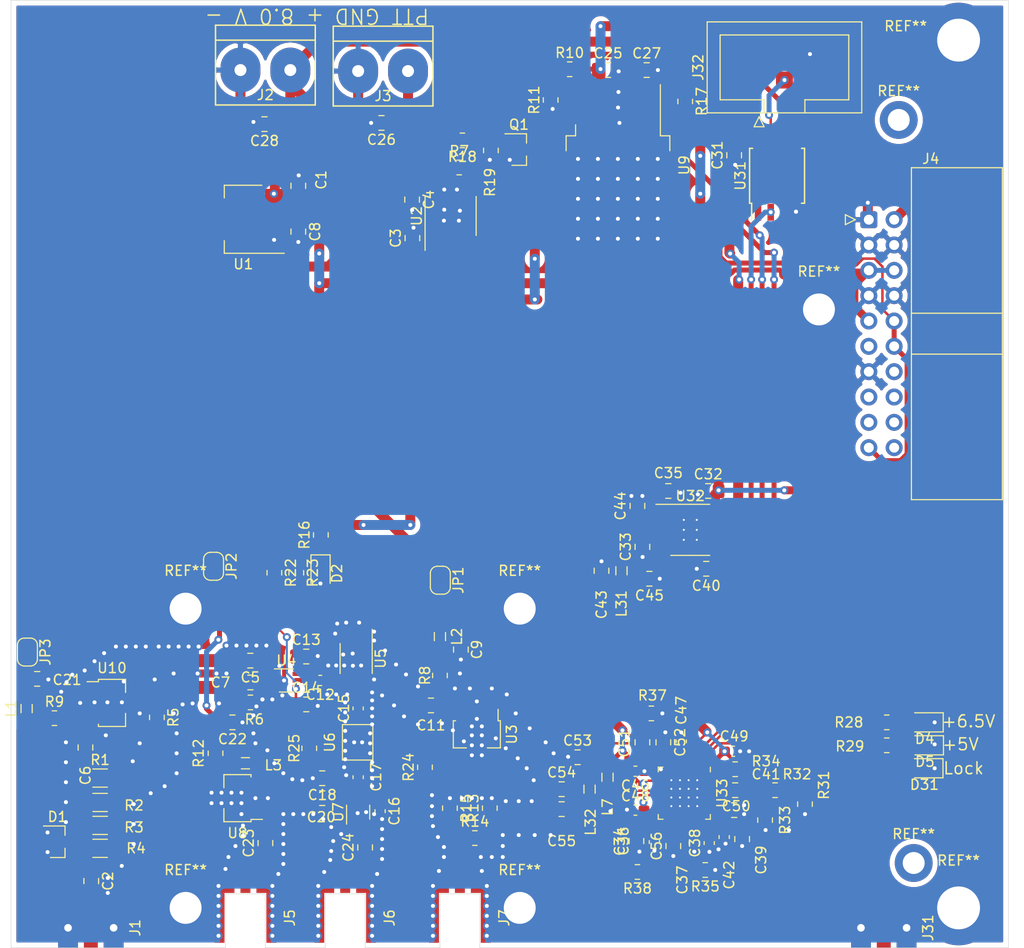
<source format=kicad_pcb>
(kicad_pcb (version 20171130) (host pcbnew "(5.1.7)-1")
  (layers (0 F.Cu signal) (31 B.Cu signal) (34 B.Paste user) (35 F.Paste user) (36 B.SilkS user) (37 F.SilkS user) (38 B.Mask user) (39 F.Mask user) (44 Edge.Cuts user))
  (net 0 "")
  (net 1 GND)
  (net 2 "Net-(C2-Pad1)")
  (net 3 "Net-(C2-Pad2)")
  (net 4 "Net-(C6-Pad2)")
  (net 5 "Net-(C6-Pad1)")
  (net 6 "Net-(C7-Pad2)")
  (net 7 "Net-(C7-Pad1)")
  (net 8 +5V)
  (net 9 "Net-(C11-Pad2)")
  (net 10 "Net-(C11-Pad1)")
  (net 11 "Net-(C12-Pad1)")
  (net 12 "Net-(C12-Pad2)")
  (net 13 "Net-(C13-Pad1)")
  (net 14 "Net-(C14-Pad1)")
  (net 15 "Net-(C15-Pad1)")
  (net 16 "Net-(C15-Pad2)")
  (net 17 "Net-(C17-Pad2)")
  (net 18 "Net-(C17-Pad1)")
  (net 19 "Net-(C20-Pad1)")
  (net 20 "Net-(C20-Pad2)")
  (net 21 "Net-(C21-Pad2)")
  (net 22 "Net-(C23-Pad1)")
  (net 23 "Net-(C23-Pad2)")
  (net 24 "Net-(C24-Pad1)")
  (net 25 "Net-(C24-Pad2)")
  (net 26 "Net-(J7-Pad1)")
  (net 27 LO_B)
  (net 28 LO_A)
  (net 29 +3V3)
  (net 30 "Net-(C33-Pad2)")
  (net 31 "Net-(C34-Pad2)")
  (net 32 "Net-(C35-Pad2)")
  (net 33 "Net-(C37-Pad2)")
  (net 34 "Net-(C39-Pad2)")
  (net 35 "Net-(C40-Pad2)")
  (net 36 "Net-(C41-Pad1)")
  (net 37 "Net-(C41-Pad2)")
  (net 38 +3.3VA)
  (net 39 "Net-(C51-Pad2)")
  (net 40 "Net-(C51-Pad1)")
  (net 41 "Net-(C54-Pad2)")
  (net 42 "Net-(C55-Pad2)")
  (net 43 "Net-(C56-Pad2)")
  (net 44 "Net-(D31-Pad2)")
  (net 45 "Net-(J31-Pad1)")
  (net 46 "Net-(R34-Pad2)")
  (net 47 "Net-(R35-Pad2)")
  (net 48 "Net-(U31-Pad2)")
  (net 49 "Net-(U33-Pad14)")
  (net 50 "Net-(U33-Pad15)")
  (net 51 +6.5V)
  (net 52 "Net-(C26-Pad1)")
  (net 53 "Net-(J32-Pad1)")
  (net 54 "Net-(J32-Pad3)")
  (net 55 "Net-(J32-Pad5)")
  (net 56 "Net-(J32-Pad4)")
  (net 57 "Net-(C16-Pad1)")
  (net 58 "Net-(C18-Pad1)")
  (net 59 "Net-(Q1-Pad1)")
  (net 60 "Net-(U33-Pad5)")
  (net 61 "Net-(U33-Pad25)")
  (net 62 "Net-(U31-Pad3)")
  (net 63 "Net-(D4-Pad2)")
  (net 64 "Net-(D5-Pad2)")
  (net 65 "Net-(C9-Pad2)")
  (net 66 "Net-(C22-Pad2)")
  (net 67 +5VA)
  (net 68 "Net-(C5-Pad1)")
  (net 69 "Net-(C5-Pad2)")
  (net 70 "Net-(D2-Pad1)")
  (net 71 "Net-(L1-Pad1)")
  (net 72 "Net-(L2-Pad1)")
  (net 73 "Net-(L3-Pad2)")
  (net 74 "Net-(J4-Pad10)")
  (net 75 "Net-(R10-Pad1)")
  (net 76 "Net-(J4-Pad6)")
  (net 77 "Net-(J4-Pad8)")
  (net 78 "Net-(J4-Pad9)")
  (net 79 "Net-(J4-Pad17)")
  (net 80 "Net-(J4-Pad18)")
  (net 81 "Net-(J4-Pad19)")
  (net 82 "Net-(J4-Pad20)")
  (net 83 +8V)
  (module MountingHole:MountingHole_3.2mm_M3_DIN965_Pad (layer F.Cu) (at 162 66)
    (fp_text reference REF** (at 0 -3.8) (layer F.SilkS))
    (fp_text value MountingHole_3.2mm_M3_DIN965_Pad)
    (pad 1 thru_hole circle (at 0 0) (size 5.6 5.6) (drill 3.2) (layers *.Cu *.Mask) (net 1 GND))
  )
  (module MountingHole:MountingHole_3.2mm_M3_DIN965_Pad (layer F.Cu) (at 98.5 96)
    (fp_text reference REF** (at 0 -3.8) (layer F.SilkS))
    (fp_text value MountingHole_3.2mm_M3_DIN965_Pad)
    (pad 1 thru_hole circle (at 0 0) (size 5.6 5.6) (drill 3.2) (layers *.Cu *.Mask) (net 1 GND))
  )
  (module MountingHole:MountingHole_3.2mm_M3_DIN965_Pad (layer F.Cu) (at 132 96)
    (fp_text reference REF** (at 0 -3.8) (layer F.SilkS))
    (fp_text value MountingHole_3.2mm_M3_DIN965_Pad)
    (pad 1 thru_hole circle (at 0 0) (size 5.6 5.6) (drill 3.2) (layers *.Cu *.Mask) (net 1 GND))
  )
  (module MountingHole:MountingHole_3.2mm_M3_DIN965_Pad (layer F.Cu) (at 132 126)
    (fp_text reference REF** (at 0 -3.8) (layer F.SilkS))
    (fp_text value MountingHole_3.2mm_M3_DIN965_Pad)
    (pad 1 thru_hole circle (at 0 0) (size 5.6 5.6) (drill 3.2) (layers *.Cu *.Mask) (net 1 GND))
  )
  (module MountingHole:MountingHole_3.2mm_M3_DIN965_Pad (layer F.Cu) (at 98.5 126)
    (fp_text reference REF** (at 0 -3.8) (layer F.SilkS))
    (fp_text value MountingHole_3.2mm_M3_DIN965_Pad)
    (pad 1 thru_hole circle (at 0 0) (size 5.6 5.6) (drill 3.2) (layers *.Cu *.Mask) (net 1 GND))
  )
  (module MountingHole:MountingHole_2.2mm_M2_DIN965_Pad (layer F.Cu) (at 171.5 121.5)
    (fp_text reference REF** (at 0 -2.9) (layer F.SilkS))
    (fp_text value MountingHole_2.2mm_M2_DIN965_Pad)
    (pad 1 thru_hole circle (at 0 0) (size 3.8 3.8) (drill 2.2) (layers *.Cu *.Mask))
  )
  (module MountingHole:MountingHole_2.2mm_M2_DIN965_Pad (layer F.Cu) (at 170 47)
    (fp_text reference REF** (at 0 -2.9) (layer F.SilkS))
    (fp_text value MountingHole_2.2mm_M2_DIN965_Pad)
    (pad 1 thru_hole circle (at 0 0) (size 3.8 3.8) (drill 2.2) (layers *.Cu *.Mask))
  )
  (module MountingHole:MountingHole_4.3mm_M4_DIN965_Pad (layer F.Cu) (at 176 39)
    (fp_text reference REF** (at -5.3 -1.4) (layer F.SilkS))
    (fp_text value MountingHole_4.3mm_M4_DIN965_Pad)
    (pad 1 thru_hole circle (at 0 0) (size 7.5 7.5) (drill 4.3) (layers *.Cu *.Mask) (net 1 GND))
  )
  (module MountingHole:MountingHole_4.3mm_M4_DIN965_Pad (layer F.Cu) (at 176 126)
    (fp_text reference REF** (at 0 -4.75) (layer F.SilkS))
    (fp_text value MountingHole_4.3mm_M4_DIN965_Pad)
    (pad 1 thru_hole circle (at 0 0) (size 7.5 7.5) (drill 4.3) (layers *.Cu *.Mask) (net 1 GND))
  )
  (module Package_SO:SOIJ-8_5.3x5.3mm_P1.27mm (layer F.Cu) (at 157.8 52.6 90)
    (fp_text reference U31 (at 0 -3.68 90) (layer F.SilkS))
    (fp_text value ATtiny85-20SU)
    (pad 1 smd rect (at -3.65 -1.905 90) (size 1.7 0.65) (layers F.Cu F.Paste F.Mask) (net 55 "Net-(J32-Pad5)"))
    (pad 2 smd rect (at -3.65 -0.635 90) (size 1.7 0.65) (layers F.Cu F.Paste F.Mask) (net 48 "Net-(U31-Pad2)"))
    (pad 3 smd rect (at -3.65 0.635 90) (size 1.7 0.65) (layers F.Cu F.Paste F.Mask) (net 62 "Net-(U31-Pad3)"))
    (pad 4 smd rect (at -3.65 1.905 90) (size 1.7 0.65) (layers F.Cu F.Paste F.Mask) (net 1 GND))
    (pad 5 smd rect (at 3.65 1.905 90) (size 1.7 0.65) (layers F.Cu F.Paste F.Mask) (net 56 "Net-(J32-Pad4)"))
    (pad 6 smd rect (at 3.65 0.635 90) (size 1.7 0.65) (layers F.Cu F.Paste F.Mask) (net 53 "Net-(J32-Pad1)"))
    (pad 7 smd rect (at 3.65 -0.635 90) (size 1.7 0.65) (layers F.Cu F.Paste F.Mask) (net 54 "Net-(J32-Pad3)"))
    (pad 8 smd rect (at 3.65 -1.905 90) (size 1.7 0.65) (layers F.Cu F.Paste F.Mask) (net 29 +3V3))
  )
  (module Capacitor_SMD:C_0603_1608Metric_Pad1.08x0.95mm_HandSolder (layer F.Cu) (at 153.4 110.3 180)
    (fp_text reference C49 (at -0.1 1.5) (layer F.SilkS))
    (fp_text value 100p)
    (pad 2 smd roundrect (at 0.8625 0 180) (size 1.075 0.95) (layers F.Cu F.Paste F.Mask) (net 29 +3V3))
    (pad 1 smd roundrect (at -0.8625 0 180) (size 1.075 0.95) (layers F.Cu F.Paste F.Mask) (net 1 GND))
  )
  (module Capacitor_SMD:C_0805_2012Metric_Pad1.18x1.45mm_HandSolder (layer F.Cu) (at 109.8 53.61 90)
    (fp_text reference C1 (at 0.6 2.3 90) (layer F.SilkS))
    (fp_text value 100p)
    (pad 2 smd roundrect (at 1.0375 0 90) (size 1.175 1.45) (layers F.Cu F.Paste F.Mask) (roundrect_rratio 0.213) (net 1 GND))
    (pad 1 smd roundrect (at -1.0375 0 90) (size 1.175 1.45) (layers F.Cu F.Paste F.Mask) (roundrect_rratio 0.2127659574468085) (net 83 +8V))
  )
  (module Capacitor_SMD:C_0805_2012Metric_Pad1.18x1.45mm_HandSolder (layer F.Cu) (at 89.04 123.31 270)
    (fp_text reference C2 (at 0 -1.68 90) (layer F.SilkS))
    (fp_text value 100p)
    (pad 1 smd roundrect (at -1.0375 0 270) (size 1.175 1.45) (layers F.Cu F.Paste F.Mask) (roundrect_rratio 0.2127659574468085) (net 2 "Net-(C2-Pad1)"))
    (pad 2 smd roundrect (at 1.0375 0 270) (size 1.175 1.45) (layers F.Cu F.Paste F.Mask) (roundrect_rratio 0.2127659574468085) (net 3 "Net-(C2-Pad2)"))
  )
  (module Capacitor_SMD:C_0805_2012Metric_Pad1.18x1.45mm_HandSolder (layer F.Cu) (at 121.24 58.85 90)
    (fp_text reference C3 (at 0 -1.68 90) (layer F.SilkS))
    (fp_text value 10u)
    (pad 2 smd roundrect (at 1.0375 0 90) (size 1.175 1.45) (layers F.Cu F.Paste F.Mask) (roundrect_rratio 0.2127659574468085) (net 1 GND))
    (pad 1 smd roundrect (at -1.0375 0 90) (size 1.175 1.45) (layers F.Cu F.Paste F.Mask) (roundrect_rratio 0.2127659574468085) (net 67 +5VA))
  )
  (module Capacitor_SMD:C_0805_2012Metric_Pad1.18x1.45mm_HandSolder (layer F.Cu) (at 121.21 54.99 270)
    (fp_text reference C4 (at 0 -1.68 90) (layer F.SilkS))
    (fp_text value 10u)
    (pad 2 smd roundrect (at 1.0375 0 270) (size 1.175 1.45) (layers F.Cu F.Paste F.Mask) (roundrect_rratio 0.2127659574468085) (net 1 GND))
    (pad 1 smd roundrect (at -1.0375 0 270) (size 1.175 1.45) (layers F.Cu F.Paste F.Mask) (roundrect_rratio 0.2127659574468085) (net 83 +8V))
  )
  (module Capacitor_SMD:C_0805_2012Metric_Pad1.18x1.45mm_HandSolder (layer F.Cu) (at 88.46 109.92 270)
    (fp_text reference C6 (at 2.8 0 90) (layer F.SilkS))
    (fp_text value 100p)
    (pad 2 smd roundrect (at 1.0375 0 270) (size 1.175 1.45) (layers F.Cu F.Paste F.Mask) (roundrect_rratio 0.2127659574468085) (net 4 "Net-(C6-Pad2)"))
    (pad 1 smd roundrect (at -1.0375 0 270) (size 1.175 1.45) (layers F.Cu F.Paste F.Mask) (roundrect_rratio 0.2127659574468085) (net 5 "Net-(C6-Pad1)"))
  )
  (module Capacitor_SMD:C_0805_2012Metric_Pad1.18x1.45mm_HandSolder (layer F.Cu) (at 105 103.4 180)
    (fp_text reference C7 (at 3 0) (layer F.SilkS))
    (fp_text value 100p)
    (pad 2 smd roundrect (at 1.0375 0 180) (size 1.175 1.45) (layers F.Cu F.Paste F.Mask) (roundrect_rratio 0.2127659574468085) (net 6 "Net-(C7-Pad2)"))
    (pad 1 smd roundrect (at -1.0375 0 180) (size 1.175 1.45) (layers F.Cu F.Paste F.Mask) (roundrect_rratio 0.2127659574468085) (net 7 "Net-(C7-Pad1)"))
  )
  (module Capacitor_SMD:C_0805_2012Metric_Pad1.18x1.45mm_HandSolder (layer F.Cu) (at 109.8 58.2 270)
    (fp_text reference C8 (at 0 -1.68 90) (layer F.SilkS))
    (fp_text value 10u)
    (pad 1 smd roundrect (at -1.0375 0 270) (size 1.175 1.45) (layers F.Cu F.Paste F.Mask) (roundrect_rratio 0.2127659574468085) (net 8 +5V))
    (pad 2 smd roundrect (at 1.0375 0 270) (size 1.175 1.45) (layers F.Cu F.Paste F.Mask) (roundrect_rratio 0.2127659574468085) (net 1 GND))
  )
  (module Capacitor_SMD:C_0805_2012Metric_Pad1.18x1.45mm_HandSolder (layer F.Cu) (at 126.1 100.1 90)
    (fp_text reference C9 (at 0 1.6 90) (layer F.SilkS))
    (fp_text value 100p)
    (pad 2 smd roundrect (at 1.0375 0 90) (size 1.175 1.45) (layers F.Cu F.Paste F.Mask) (roundrect_rratio 0.2127659574468085) (net 65 "Net-(C9-Pad2)"))
    (pad 1 smd roundrect (at -1.0375 0 90) (size 1.175 1.45) (layers F.Cu F.Paste F.Mask) (roundrect_rratio 0.213) (net 1 GND))
  )
  (module Capacitor_SMD:C_0805_2012Metric_Pad1.18x1.45mm_HandSolder (layer F.Cu) (at 123.1 105.7)
    (fp_text reference C11 (at 0 2) (layer F.SilkS))
    (fp_text value 1n)
    (pad 2 smd roundrect (at 1.0375 0) (size 1.175 1.45) (layers F.Cu F.Paste F.Mask) (roundrect_rratio 0.2127659574468085) (net 9 "Net-(C11-Pad2)"))
    (pad 1 smd roundrect (at -1.0375 0) (size 1.175 1.45) (layers F.Cu F.Paste F.Mask) (roundrect_rratio 0.2127659574468085) (net 10 "Net-(C11-Pad1)"))
  )
  (module Capacitor_SMD:C_0805_2012Metric_Pad1.18x1.45mm_HandSolder (layer F.Cu) (at 110.6 100.8)
    (fp_text reference C13 (at 0 -1.68) (layer F.SilkS))
    (fp_text value 100p)
    (pad 1 smd roundrect (at -1.0375 0) (size 1.175 1.45) (layers F.Cu F.Paste F.Mask) (roundrect_rratio 0.2127659574468085) (net 13 "Net-(C13-Pad1)"))
    (pad 2 smd roundrect (at 1.0375 0) (size 1.175 1.45) (layers F.Cu F.Paste F.Mask) (roundrect_rratio 0.213) (net 1 GND))
  )
  (module Capacitor_SMD:C_0805_2012Metric_Pad1.18x1.45mm_HandSolder (layer F.Cu) (at 110.6 105.6)
    (fp_text reference C14 (at 0 -1.68) (layer F.SilkS))
    (fp_text value 100p)
    (pad 2 smd roundrect (at 1.0375 0) (size 1.175 1.45) (layers F.Cu F.Paste F.Mask) (roundrect_rratio 0.213) (net 1 GND))
    (pad 1 smd roundrect (at -1.0375 0) (size 1.175 1.45) (layers F.Cu F.Paste F.Mask) (roundrect_rratio 0.2127659574468085) (net 14 "Net-(C14-Pad1)"))
  )
  (module Capacitor_SMD:C_0805_2012Metric_Pad1.18x1.45mm_HandSolder (layer F.Cu) (at 112.2 113 180)
    (fp_text reference C18 (at 0 -1.68) (layer F.SilkS))
    (fp_text value 10p)
    (pad 2 smd roundrect (at 1.0375 0 180) (size 1.175 1.45) (layers F.Cu F.Paste F.Mask) (roundrect_rratio 0.213) (net 1 GND))
    (pad 1 smd roundrect (at -1.0375 0 180) (size 1.175 1.45) (layers F.Cu F.Paste F.Mask) (roundrect_rratio 0.2127659574468085) (net 58 "Net-(C18-Pad1)"))
  )
  (module Capacitor_SMD:C_0805_2012Metric_Pad1.18x1.45mm_HandSolder (layer F.Cu) (at 112.2 115)
    (fp_text reference C20 (at -0.1 1.9) (layer F.SilkS))
    (fp_text value 10p)
    (pad 1 smd roundrect (at -1.0375 0) (size 1.175 1.45) (layers F.Cu F.Paste F.Mask) (roundrect_rratio 0.2127659574468085) (net 19 "Net-(C20-Pad1)"))
    (pad 2 smd roundrect (at 1.0375 0) (size 1.175 1.45) (layers F.Cu F.Paste F.Mask) (roundrect_rratio 0.2127659574468085) (net 20 "Net-(C20-Pad2)"))
  )
  (module Capacitor_SMD:C_0805_2012Metric_Pad1.18x1.45mm_HandSolder (layer F.Cu) (at 83.62 103.04 180)
    (fp_text reference C21 (at -3 -0.1) (layer F.SilkS))
    (fp_text value 100p)
    (pad 1 smd roundrect (at -1.0375 0 180) (size 1.175 1.45) (layers F.Cu F.Paste F.Mask) (roundrect_rratio 0.213) (net 1 GND))
    (pad 2 smd roundrect (at 1.0375 0 180) (size 1.175 1.45) (layers F.Cu F.Paste F.Mask) (roundrect_rratio 0.2127659574468085) (net 21 "Net-(C21-Pad2)"))
  )
  (module Capacitor_SMD:C_0805_2012Metric_Pad1.18x1.45mm_HandSolder (layer F.Cu) (at 103.2 107.4 180)
    (fp_text reference C22 (at 0 -1.68) (layer F.SilkS))
    (fp_text value 100p)
    (pad 1 smd roundrect (at -1.0375 0 180) (size 1.175 1.45) (layers F.Cu F.Paste F.Mask) (roundrect_rratio 0.213) (net 1 GND))
    (pad 2 smd roundrect (at 1.0375 0 180) (size 1.175 1.45) (layers F.Cu F.Paste F.Mask) (roundrect_rratio 0.2127659574468085) (net 66 "Net-(C22-Pad2)"))
  )
  (module Capacitor_SMD:C_0805_2012Metric_Pad1.18x1.45mm_HandSolder (layer F.Cu) (at 106.5 119.5 90)
    (fp_text reference C23 (at 0 -1.68 90) (layer F.SilkS))
    (fp_text value 10p)
    (pad 1 smd roundrect (at -1.0375 0 90) (size 1.175 1.45) (layers F.Cu F.Paste F.Mask) (roundrect_rratio 0.2127659574468085) (net 22 "Net-(C23-Pad1)"))
    (pad 2 smd roundrect (at 1.0375 0 90) (size 1.175 1.45) (layers F.Cu F.Paste F.Mask) (roundrect_rratio 0.2127659574468085) (net 23 "Net-(C23-Pad2)"))
  )
  (module Capacitor_SMD:C_0805_2012Metric_Pad1.18x1.45mm_HandSolder (layer F.Cu) (at 116.5 119.9375 90)
    (fp_text reference C24 (at 0 -1.68 90) (layer F.SilkS))
    (fp_text value 10p)
    (pad 1 smd roundrect (at -1.0375 0 90) (size 1.175 1.45) (layers F.Cu F.Paste F.Mask) (roundrect_rratio 0.2127659574468085) (net 24 "Net-(C24-Pad1)"))
    (pad 2 smd roundrect (at 1.0375 0 90) (size 1.175 1.45) (layers F.Cu F.Paste F.Mask) (roundrect_rratio 0.2127659574468085) (net 25 "Net-(C24-Pad2)"))
  )
  (module my_library:SMA_side_PCB (layer F.Cu) (at 89 128 90)
    (fp_text reference J1 (at 0 4.445 90) (layer F.SilkS))
    (fp_text value "432 RX/TX")
    (pad 2 thru_hole rect (at 0 2.286 90) (size 4 2) (drill 0.762) (layers *.Cu *.Mask) (net 1 GND))
    (pad 1 smd rect (at 0 0 90) (size 4 1.4) (layers F.Cu F.Paste F.Mask) (net 3 "Net-(C2-Pad2)"))
    (pad 2 thru_hole rect (at 0 -2.286 90) (size 4 2) (drill 0.762) (layers *.Cu *.Mask) (net 1 GND))
  )
  (module my_library:KF301-2P (layer F.Cu) (at 106.5 42 180)
    (fp_text reference J2 (at 0 -2.5) (layer F.SilkS))
    (fp_text value 8V hide)
    (pad 1 thru_hole oval (at -2.5 0 180) (size 4 4.5) (drill 1.2) (layers *.Cu *.Mask) (net 83 +8V))
    (pad 2 thru_hole oval (at 2.5 0 180) (size 4 4.5) (drill 1.2) (layers *.Cu *.Mask) (net 1 GND))
  )
  (module my_library:KF301-2P (layer F.Cu) (at 118.3 42.1 180)
    (fp_text reference J3 (at 0 -2.5) (layer F.SilkS))
    (fp_text value PTT hide)
    (pad 2 thru_hole oval (at 2.5 0 180) (size 4 4.5) (drill 1.2) (layers *.Cu *.Mask) (net 1 GND))
    (pad 1 thru_hole oval (at -2.5 0 180) (size 4 4.5) (drill 1.2) (layers *.Cu *.Mask) (net 52 "Net-(C26-Pad1)"))
  )
  (module Inductor_SMD:L_0805_2012Metric_Pad1.05x1.20mm_HandSolder (layer F.Cu) (at 124 98.8 90)
    (fp_text reference L2 (at 0 1.7 90) (layer F.SilkS))
    (fp_text value 15n)
    (pad 1 smd roundrect (at -1.15 0 90) (size 1.05 1.2) (layers F.Cu F.Paste F.Mask) (roundrect_rratio 0.2380942857142857) (net 72 "Net-(L2-Pad1)"))
    (pad 2 smd roundrect (at 1.15 0 90) (size 1.05 1.2) (layers F.Cu F.Paste F.Mask) (roundrect_rratio 0.2380942857142857) (net 65 "Net-(C9-Pad2)"))
  )
  (module Inductor_SMD:L_0805_2012Metric_Pad1.05x1.20mm_HandSolder (layer F.Cu) (at 104.5 111.5 180)
    (fp_text reference L3 (at -2.8 -0.2) (layer F.SilkS))
    (fp_text value 15n)
    (pad 2 smd roundrect (at 1.15 0 180) (size 1.05 1.2) (layers F.Cu F.Paste F.Mask) (roundrect_rratio 0.2380942857142857) (net 73 "Net-(L3-Pad2)"))
    (pad 1 smd roundrect (at -1.15 0 180) (size 1.05 1.2) (layers F.Cu F.Paste F.Mask) (roundrect_rratio 0.2380942857142857) (net 19 "Net-(C20-Pad1)"))
  )
  (module Package_TO_SOT_SMD:SOT-23 (layer F.Cu) (at 131.92 49.97)
    (fp_text reference Q1 (at 0 -2.5) (layer F.SilkS))
    (fp_text value BC849)
    (pad 1 smd rect (at -1 -0.95) (size 0.9 0.8) (layers F.Cu F.Paste F.Mask) (net 59 "Net-(Q1-Pad1)"))
    (pad 2 smd rect (at -1 0.95) (size 0.9 0.8) (layers F.Cu F.Paste F.Mask) (net 1 GND))
    (pad 3 smd rect (at 1 0) (size 0.9 0.8) (layers F.Cu F.Paste F.Mask) (net 74 "Net-(J4-Pad10)"))
  )
  (module Resistor_SMD:R_1206_3216Metric_Pad1.30x1.75mm_HandSolder (layer F.Cu) (at 89.93 112.985001)
    (fp_text reference R1 (at 0 -1.82) (layer F.SilkS))
    (fp_text value 200R)
    (pad 1 smd roundrect (at -1.55 0) (size 1.3 1.75) (layers F.Cu F.Paste F.Mask) (roundrect_rratio 0.1923069230769231) (net 4 "Net-(C6-Pad2)"))
    (pad 2 smd roundrect (at 1.55 0) (size 1.3 1.75) (layers F.Cu F.Paste F.Mask) (roundrect_rratio 0.1923069230769231) (net 2 "Net-(C2-Pad1)"))
  )
  (module Resistor_SMD:R_1206_3216Metric_Pad1.30x1.75mm_HandSolder (layer F.Cu) (at 89.93 115.43)
    (fp_text reference R2 (at 3.4 0.3) (layer F.SilkS))
    (fp_text value 200R)
    (pad 2 smd roundrect (at 1.55 0) (size 1.3 1.75) (layers F.Cu F.Paste F.Mask) (roundrect_rratio 0.1923069230769231) (net 2 "Net-(C2-Pad1)"))
    (pad 1 smd roundrect (at -1.55 0) (size 1.3 1.75) (layers F.Cu F.Paste F.Mask) (roundrect_rratio 0.1923069230769231) (net 4 "Net-(C6-Pad2)"))
  )
  (module Resistor_SMD:R_1206_3216Metric_Pad1.30x1.75mm_HandSolder (layer F.Cu) (at 89.93 117.73)
    (fp_text reference R3 (at 3.4 0.2) (layer F.SilkS))
    (fp_text value 200R)
    (pad 2 smd roundrect (at 1.55 0) (size 1.3 1.75) (layers F.Cu F.Paste F.Mask) (roundrect_rratio 0.1923069230769231) (net 2 "Net-(C2-Pad1)"))
    (pad 1 smd roundrect (at -1.55 0) (size 1.3 1.75) (layers F.Cu F.Paste F.Mask) (roundrect_rratio 0.1923069230769231) (net 4 "Net-(C6-Pad2)"))
  )
  (module Resistor_SMD:R_1206_3216Metric_Pad1.30x1.75mm_HandSolder (layer F.Cu) (at 89.93 120.03)
    (fp_text reference R4 (at 3.6 0) (layer F.SilkS))
    (fp_text value 200R)
    (pad 1 smd roundrect (at -1.55 0) (size 1.3 1.75) (layers F.Cu F.Paste F.Mask) (roundrect_rratio 0.1923069230769231) (net 4 "Net-(C6-Pad2)"))
    (pad 2 smd roundrect (at 1.55 0) (size 1.3 1.75) (layers F.Cu F.Paste F.Mask) (roundrect_rratio 0.1923069230769231) (net 2 "Net-(C2-Pad1)"))
  )
  (module Resistor_SMD:R_0805_2012Metric_Pad1.20x1.40mm_HandSolder (layer F.Cu) (at 95.62 106.9 270)
    (fp_text reference R5 (at 0 -1.65 90) (layer F.SilkS))
    (fp_text value 1K2)
    (pad 2 smd roundrect (at 1 0 270) (size 1.2 1.4) (layers F.Cu F.Paste F.Mask) (roundrect_rratio 0.2083325) (net 2 "Net-(C2-Pad1)"))
    (pad 1 smd roundrect (at -1 0 270) (size 1.2 1.4) (layers F.Cu F.Paste F.Mask) (roundrect_rratio 0.2083325) (net 6 "Net-(C7-Pad2)"))
  )
  (module Resistor_SMD:R_0805_2012Metric_Pad1.20x1.40mm_HandSolder (layer F.Cu) (at 105 105.4)
    (fp_text reference R6 (at 0.4 1.7) (layer F.SilkS))
    (fp_text value 47R)
    (pad 1 smd roundrect (at -1 0) (size 1.2 1.4) (layers F.Cu F.Paste F.Mask) (roundrect_rratio 0.2083325) (net 6 "Net-(C7-Pad2)"))
    (pad 2 smd roundrect (at 1 0) (size 1.2 1.4) (layers F.Cu F.Paste F.Mask) (roundrect_rratio 0.208) (net 1 GND))
  )
  (module Resistor_SMD:R_0805_2012Metric_Pad1.20x1.40mm_HandSolder (layer F.Cu) (at 124 102.7 270)
    (fp_text reference R8 (at 0 1.5 90) (layer F.SilkS))
    (fp_text value 22)
    (pad 1 smd roundrect (at -1 0 270) (size 1.2 1.4) (layers F.Cu F.Paste F.Mask) (roundrect_rratio 0.2083325) (net 72 "Net-(L2-Pad1)"))
    (pad 2 smd roundrect (at 1 0 270) (size 1.2 1.4) (layers F.Cu F.Paste F.Mask) (roundrect_rratio 0.2083325) (net 9 "Net-(C11-Pad2)"))
  )
  (module Resistor_SMD:R_0805_2012Metric_Pad1.20x1.40mm_HandSolder (layer F.Cu) (at 101.5 110.5 270)
    (fp_text reference R12 (at 0 1.7 90) (layer F.SilkS))
    (fp_text value 22)
    (pad 1 smd roundrect (at -1 0 270) (size 1.2 1.4) (layers F.Cu F.Paste F.Mask) (roundrect_rratio 0.2083325) (net 66 "Net-(C22-Pad2)"))
    (pad 2 smd roundrect (at 1 0 270) (size 1.2 1.4) (layers F.Cu F.Paste F.Mask) (roundrect_rratio 0.2083325) (net 73 "Net-(L3-Pad2)"))
  )
  (module Resistor_SMD:R_0805_2012Metric_Pad1.20x1.40mm_HandSolder (layer F.Cu) (at 129 116 90)
    (fp_text reference R13 (at 0 -1.65 90) (layer F.SilkS))
    (fp_text value Res)
    (pad 1 smd roundrect (at -1 0 90) (size 1.2 1.4) (layers F.Cu F.Paste F.Mask) (roundrect_rratio 0.2083325) (net 27 LO_B))
    (pad 2 smd roundrect (at 1 0 90) (size 1.2 1.4) (layers F.Cu F.Paste F.Mask) (roundrect_rratio 0.208) (net 1 GND))
  )
  (module Resistor_SMD:R_0805_2012Metric_Pad1.20x1.40mm_HandSolder (layer F.Cu) (at 127.5 119)
    (fp_text reference R14 (at 0 -1.65) (layer F.SilkS))
    (fp_text value 0R)
    (pad 2 smd roundrect (at 1 0) (size 1.2 1.4) (layers F.Cu F.Paste F.Mask) (roundrect_rratio 0.2083325) (net 27 LO_B))
    (pad 1 smd roundrect (at -1 0) (size 1.2 1.4) (layers F.Cu F.Paste F.Mask) (roundrect_rratio 0.2083325) (net 26 "Net-(J7-Pad1)"))
  )
  (module Resistor_SMD:R_0805_2012Metric_Pad1.20x1.40mm_HandSolder (layer F.Cu) (at 125 116 270)
    (fp_text reference R15 (at 0 -1.65 90) (layer F.SilkS))
    (fp_text value Res)
    (pad 2 smd roundrect (at 1 0 270) (size 1.2 1.4) (layers F.Cu F.Paste F.Mask) (roundrect_rratio 0.2083325) (net 26 "Net-(J7-Pad1)"))
    (pad 1 smd roundrect (at -1 0 270) (size 1.2 1.4) (layers F.Cu F.Paste F.Mask) (roundrect_rratio 0.208) (net 1 GND))
  )
  (module Package_TO_SOT_SMD:SOT-89-3_Handsoldering (layer F.Cu) (at 127.7 108.3 270)
    (fp_text reference U3 (at 0.3 -3.5 90) (layer F.SilkS))
    (fp_text value SBB3089Z)
    (pad 1 smd rect (at -2.15 -1.5 270) (size 2.3 0.9) (layers F.Cu F.Paste F.Mask) (net 28 LO_A))
    (pad 3 smd rect (at -2.15 1.5 270) (size 2.3 0.9) (layers F.Cu F.Paste F.Mask) (net 9 "Net-(C11-Pad2)"))
    (pad 2 smd custom (at -2.0625 0 270) (size 2.475 0.9) (layers F.Cu F.Paste F.Mask) (net 1 GND) (options (clearance outline) (anchor rect)) (primitives (gr_poly (pts (xy 1.2375 -0.8665) (xy 5.3625 -0.8665) (xy 5.3625 0.8665) (xy 1.2375 0.8665)) (width 0))))
  )
  (module Package_TO_SOT_SMD:SOT-363_SC-70-6 (layer F.Cu) (at 108.6 103.2)
    (fp_text reference U4 (at 0 -2) (layer F.SilkS))
    (fp_text value AS179-92LF)
    (pad 1 smd rect (at -0.95 -0.65) (size 0.65 0.4) (layers F.Cu F.Paste F.Mask) (net 68 "Net-(C5-Pad1)"))
    (pad 3 smd rect (at -0.95 0.65) (size 0.65 0.4) (layers F.Cu F.Paste F.Mask) (net 7 "Net-(C7-Pad1)"))
    (pad 5 smd rect (at 0.95 0) (size 0.65 0.4) (layers F.Cu F.Paste F.Mask) (net 12 "Net-(C12-Pad2)"))
    (pad 2 smd rect (at -0.95 0) (size 0.65 0.4) (layers F.Cu F.Paste F.Mask) (net 1 GND))
    (pad 4 smd rect (at 0.95 0.65) (size 0.65 0.4) (layers F.Cu F.Paste F.Mask) (net 14 "Net-(C14-Pad1)"))
    (pad 6 smd rect (at 0.95 -0.65) (size 0.65 0.4) (layers F.Cu F.Paste F.Mask) (net 13 "Net-(C13-Pad1)"))
  )
  (module Package_SO:MSOP-8_3x3mm_P0.65mm (layer F.Cu) (at 115.6 101 270)
    (fp_text reference U5 (at 0 -2.45 90) (layer F.SilkS))
    (fp_text value HMC213B)
    (pad 1 smd roundrect (at -2.1125 -0.975 270) (size 1.625 0.4) (layers F.Cu F.Paste F.Mask) (net 1 GND))
    (pad 2 smd roundrect (at -2.1125 -0.325 270) (size 1.625 0.4) (layers F.Cu F.Paste F.Mask) (net 10 "Net-(C11-Pad1)"))
    (pad 3 smd roundrect (at -2.1125 0.325 270) (size 1.625 0.4) (layers F.Cu F.Paste F.Mask) (net 1 GND))
    (pad 4 smd roundrect (at -2.1125 0.975 270) (size 1.625 0.4) (layers F.Cu F.Paste F.Mask) (net 1 GND))
    (pad 5 smd roundrect (at 2.1125 0.975 270) (size 1.625 0.4) (layers F.Cu F.Paste F.Mask) (net 11 "Net-(C12-Pad1)"))
    (pad 6 smd roundrect (at 2.1125 0.325 270) (size 1.625 0.4) (layers F.Cu F.Paste F.Mask) (net 1 GND))
    (pad 7 smd roundrect (at 2.1125 -0.325 270) (size 1.625 0.4) (layers F.Cu F.Paste F.Mask) (net 16 "Net-(C15-Pad2)"))
    (pad 8 smd roundrect (at 2.1125 -0.975 270) (size 1.625 0.4) (layers F.Cu F.Paste F.Mask) (net 1 GND))
  )
  (module my_library:LFSN25N (layer F.Cu) (at 115.75 109.4 270)
    (fp_text reference U6 (at 0 2.794 90) (layer F.SilkS))
    (fp_text value LFSN25C16C2450)
    (pad 1 smd circle (at -1.6 0 270) (size 0.6 0.6) (layers F.Cu F.Paste F.Mask) (net 15 "Net-(C15-Pad1)"))
    (pad 2 smd circle (at 1.6 0 270) (size 0.6 0.6) (layers F.Cu F.Paste F.Mask) (net 17 "Net-(C17-Pad2)"))
    (pad 3 smd rect (at 0 1.25 270) (size 3.2 0.5) (layers F.Cu F.Paste F.Mask) (net 1 GND))
    (pad 4 smd rect (at 0 -1.25 270) (size 3.2 0.5) (layers F.Cu F.Paste F.Mask) (net 1 GND))
  )
  (module Package_TO_SOT_SMD:SOT-363_SC-70-6 (layer F.Cu) (at 115.8 116.4 90)
    (fp_text reference U7 (at 0 -2 90) (layer F.SilkS))
    (fp_text value AS179-92LF)
    (pad 6 smd rect (at 0.95 -0.65 90) (size 0.65 0.4) (layers F.Cu F.Paste F.Mask) (net 58 "Net-(C18-Pad1)"))
    (pad 4 smd rect (at 0.95 0.65 90) (size 0.65 0.4) (layers F.Cu F.Paste F.Mask) (net 57 "Net-(C16-Pad1)"))
    (pad 2 smd rect (at -0.95 0 90) (size 0.65 0.4) (layers F.Cu F.Paste F.Mask) (net 1 GND))
    (pad 5 smd rect (at 0.95 0 90) (size 0.65 0.4) (layers F.Cu F.Paste F.Mask) (net 18 "Net-(C17-Pad1)"))
    (pad 3 smd rect (at -0.95 0.65 90) (size 0.65 0.4) (layers F.Cu F.Paste F.Mask) (net 25 "Net-(C24-Pad2)"))
    (pad 1 smd rect (at -0.95 -0.65 90) (size 0.65 0.4) (layers F.Cu F.Paste F.Mask) (net 20 "Net-(C20-Pad2)"))
  )
  (module Package_TO_SOT_SMD:SOT-89-3_Handsoldering (layer F.Cu) (at 104 115 180)
    (fp_text reference U8 (at 0.3 -3.5) (layer F.SilkS))
    (fp_text value PGA103+)
    (pad 2 smd custom (at -2.0625 0 180) (size 2.475 0.9) (layers F.Cu F.Paste F.Mask) (net 1 GND) (options (clearance outline) (anchor rect)) (primitives (gr_poly (pts (xy 1.2375 -0.8665) (xy 5.3625 -0.8665) (xy 5.3625 0.8665) (xy 1.2375 0.8665)) (width 0))))
    (pad 3 smd rect (at -2.15 1.5 180) (size 2.3 0.9) (layers F.Cu F.Paste F.Mask) (net 19 "Net-(C20-Pad1)"))
    (pad 1 smd rect (at -2.15 -1.5 180) (size 2.3 0.9) (layers F.Cu F.Paste F.Mask) (net 23 "Net-(C23-Pad2)"))
  )
  (module Capacitor_SMD:C_0805_2012Metric_Pad1.18x1.45mm_HandSolder (layer F.Cu) (at 153.5 50.5375 90)
    (fp_text reference C31 (at 0 -1.68 90) (layer F.SilkS))
    (fp_text value 100n)
    (pad 2 smd roundrect (at 1.0375 0 90) (size 1.175 1.45) (layers F.Cu F.Paste F.Mask) (roundrect_rratio 0.2127659574468085) (net 29 +3V3))
    (pad 1 smd roundrect (at -1.0375 0 90) (size 1.175 1.45) (layers F.Cu F.Paste F.Mask) (roundrect_rratio 0.2127659574468085) (net 1 GND))
  )
  (module Capacitor_SMD:C_0805_2012Metric_Pad1.18x1.45mm_HandSolder (layer F.Cu) (at 150.9 84.2)
    (fp_text reference C32 (at 0 -1.68) (layer F.SilkS))
    (fp_text value 10u)
    (pad 2 smd roundrect (at 1.0375 0) (size 1.175 1.45) (layers F.Cu F.Paste F.Mask) (roundrect_rratio 0.2127659574468085) (net 8 +5V))
    (pad 1 smd roundrect (at -1.0375 0) (size 1.175 1.45) (layers F.Cu F.Paste F.Mask) (roundrect_rratio 0.213) (net 1 GND))
  )
  (module Capacitor_SMD:C_0805_2012Metric_Pad1.18x1.45mm_HandSolder (layer F.Cu) (at 144.3 89.8 90)
    (fp_text reference C33 (at 0 -1.68 90) (layer F.SilkS))
    (fp_text value 1u)
    (pad 1 smd roundrect (at -1.0375 0 90) (size 1.175 1.45) (layers F.Cu F.Paste F.Mask) (roundrect_rratio 0.2127659574468085) (net 1 GND))
    (pad 2 smd roundrect (at 1.0375 0 90) (size 1.175 1.45) (layers F.Cu F.Paste F.Mask) (roundrect_rratio 0.2127659574468085) (net 30 "Net-(C33-Pad2)"))
  )
  (module Capacitor_SMD:C_0805_2012Metric_Pad1.18x1.45mm_HandSolder (layer F.Cu) (at 146.9 84.2 180)
    (fp_text reference C35 (at 0 1.8) (layer F.SilkS))
    (fp_text value 1u)
    (pad 2 smd roundrect (at 1.0375 0 180) (size 1.175 1.45) (layers F.Cu F.Paste F.Mask) (roundrect_rratio 0.2127659574468085) (net 32 "Net-(C35-Pad2)"))
    (pad 1 smd roundrect (at -1.0375 0 180) (size 1.175 1.45) (layers F.Cu F.Paste F.Mask) (roundrect_rratio 0.213) (net 1 GND))
  )
  (module Capacitor_SMD:C_0603_1608Metric_Pad1.08x0.95mm_HandSolder (layer F.Cu) (at 145.5 119.4 90)
    (fp_text reference C36 (at 0.1 -3.1 90) (layer F.SilkS))
    (fp_text value 10p)
    (pad 1 smd roundrect (at -0.8625 0 90) (size 1.075 0.95) (layers F.Cu F.Paste F.Mask) (net 1 GND))
    (pad 2 smd roundrect (at 0.8625 0 90) (size 1.075 0.95) (layers F.Cu F.Paste F.Mask) (net 31 "Net-(C34-Pad2)"))
  )
  (module Capacitor_SMD:C_0603_1608Metric_Pad1.08x0.95mm_HandSolder (layer F.Cu) (at 149.5 119.5 90)
    (fp_text reference C37 (at -3.7 -1.2 90) (layer F.SilkS))
    (fp_text value 100n)
    (pad 2 smd roundrect (at 0.8625 0 90) (size 1.075 0.95) (layers F.Cu F.Paste F.Mask) (net 33 "Net-(C37-Pad2)"))
    (pad 1 smd roundrect (at -0.8625 0 90) (size 1.075 0.95) (layers F.Cu F.Paste F.Mask) (net 1 GND))
  )
  (module Capacitor_SMD:C_0603_1608Metric_Pad1.08x0.95mm_HandSolder (layer F.Cu) (at 151 119.5 90)
    (fp_text reference C38 (at 0 -1.43 90) (layer F.SilkS))
    (fp_text value 10p)
    (pad 1 smd roundrect (at -0.8625 0 90) (size 1.075 0.95) (layers F.Cu F.Paste F.Mask) (net 1 GND))
    (pad 2 smd roundrect (at 0.8625 0 90) (size 1.075 0.95) (layers F.Cu F.Paste F.Mask) (net 33 "Net-(C37-Pad2)"))
  )
  (module Capacitor_SMD:C_0805_2012Metric_Pad1.18x1.45mm_HandSolder (layer F.Cu) (at 150.7 92)
    (fp_text reference C40 (at 0 1.7) (layer F.SilkS))
    (fp_text value 1u)
    (pad 2 smd roundrect (at 1.0375 0) (size 1.175 1.45) (layers F.Cu F.Paste F.Mask) (roundrect_rratio 0.2127659574468085) (net 35 "Net-(C40-Pad2)"))
    (pad 1 smd roundrect (at -1.0375 0) (size 1.175 1.45) (layers F.Cu F.Paste F.Mask) (roundrect_rratio 0.213) (net 1 GND))
  )
  (module Capacitor_SMD:C_0805_2012Metric_Pad1.18x1.45mm_HandSolder (layer F.Cu) (at 153.6 114.2)
    (fp_text reference C41 (at 3.1 -1.6) (layer F.SilkS))
    (fp_text value 1n)
    (pad 1 smd roundrect (at -1.0375 0) (size 1.175 1.45) (layers F.Cu F.Paste F.Mask) (roundrect_rratio 0.2127659574468085) (net 36 "Net-(C41-Pad1)"))
    (pad 2 smd roundrect (at 1.0375 0) (size 1.175 1.45) (layers F.Cu F.Paste F.Mask) (roundrect_rratio 0.2127659574468085) (net 37 "Net-(C41-Pad2)"))
  )
  (module Capacitor_SMD:C_0603_1608Metric_Pad1.08x0.95mm_HandSolder (layer F.Cu) (at 152.5 118.9 90)
    (fp_text reference C42 (at -3.8 0.5 90) (layer F.SilkS))
    (fp_text value 10p)
    (pad 1 smd roundrect (at -0.8625 0 90) (size 1.075 0.95) (layers F.Cu F.Paste F.Mask) (net 1 GND))
    (pad 2 smd roundrect (at 0.8625 0 90) (size 1.075 0.95) (layers F.Cu F.Paste F.Mask) (net 34 "Net-(C39-Pad2)"))
  )
  (module Capacitor_SMD:C_0805_2012Metric_Pad1.18x1.45mm_HandSolder (layer F.Cu) (at 140.2 92.2 270)
    (fp_text reference C43 (at 3.4 0 90) (layer F.SilkS))
    (fp_text value 10u)
    (pad 2 smd roundrect (at 1.0375 0 270) (size 1.175 1.45) (layers F.Cu F.Paste F.Mask) (roundrect_rratio 0.2127659574468085) (net 29 +3V3))
    (pad 1 smd roundrect (at -1.0375 0 270) (size 1.175 1.45) (layers F.Cu F.Paste F.Mask) (roundrect_rratio 0.2127659574468085) (net 1 GND))
  )
  (module Capacitor_SMD:C_0805_2012Metric_Pad1.18x1.45mm_HandSolder (layer F.Cu) (at 143.8 85.7 270)
    (fp_text reference C44 (at 0 1.7 90) (layer F.SilkS))
    (fp_text value 10u)
    (pad 1 smd roundrect (at -1.0375 0 270) (size 1.175 1.45) (layers F.Cu F.Paste F.Mask) (roundrect_rratio 0.213) (net 1 GND))
    (pad 2 smd roundrect (at 1.0375 0 270) (size 1.175 1.45) (layers F.Cu F.Paste F.Mask) (roundrect_rratio 0.2127659574468085) (net 38 +3.3VA))
  )
  (module Capacitor_SMD:C_0805_2012Metric_Pad1.18x1.45mm_HandSolder (layer F.Cu) (at 145 93 180)
    (fp_text reference C45 (at 0 -1.68) (layer F.SilkS))
    (fp_text value 120p)
    (pad 1 smd roundrect (at -1.0375 0 180) (size 1.175 1.45) (layers F.Cu F.Paste F.Mask) (roundrect_rratio 0.213) (net 1 GND))
    (pad 2 smd roundrect (at 1.0375 0 180) (size 1.175 1.45) (layers F.Cu F.Paste F.Mask) (roundrect_rratio 0.2127659574468085) (net 29 +3V3))
  )
  (module Capacitor_SMD:C_0603_1608Metric_Pad1.08x0.95mm_HandSolder (layer F.Cu) (at 148.2 109.3 270)
    (fp_text reference C47 (at -3.1 0 90) (layer F.SilkS))
    (fp_text value 100p)
    (pad 2 smd roundrect (at 0.8625 0 270) (size 1.075 0.95) (layers F.Cu F.Paste F.Mask) (net 38 +3.3VA))
    (pad 1 smd roundrect (at -0.8625 0 270) (size 1.075 0.95) (layers F.Cu F.Paste F.Mask) (net 1 GND))
  )
  (module Capacitor_SMD:C_0603_1608Metric_Pad1.08x0.95mm_HandSolder (layer F.Cu) (at 143.6 116.2)
    (fp_text reference C48 (at 0 -1.4) (layer F.SilkS))
    (fp_text value 100p)
    (pad 1 smd roundrect (at -0.8625 0) (size 1.075 0.95) (layers F.Cu F.Paste F.Mask) (net 1 GND))
    (pad 2 smd roundrect (at 0.8625 0) (size 1.075 0.95) (layers F.Cu F.Paste F.Mask) (net 38 +3.3VA))
  )
  (module Capacitor_SMD:C_0805_2012Metric_Pad1.18x1.45mm_HandSolder (layer F.Cu) (at 144.3 109.4 270)
    (fp_text reference C51 (at 0.0625 1.8 90) (layer F.SilkS))
    (fp_text value 47n)
    (pad 2 smd roundrect (at 1.0375 0 270) (size 1.175 1.45) (layers F.Cu F.Paste F.Mask) (roundrect_rratio 0.2127659574468085) (net 39 "Net-(C51-Pad2)"))
    (pad 1 smd roundrect (at -1.0375 0 270) (size 1.175 1.45) (layers F.Cu F.Paste F.Mask) (roundrect_rratio 0.2127659574468085) (net 40 "Net-(C51-Pad1)"))
  )
  (module Capacitor_SMD:C_0805_2012Metric_Pad1.18x1.45mm_HandSolder (layer F.Cu) (at 137.8 110.9)
    (fp_text reference C53 (at 0 -1.68) (layer F.SilkS))
    (fp_text value 100p)
    (pad 1 smd roundrect (at -1.0375 0) (size 1.175 1.45) (layers F.Cu F.Paste F.Mask) (roundrect_rratio 0.213) (net 1 GND))
    (pad 2 smd roundrect (at 1.0375 0) (size 1.175 1.45) (layers F.Cu F.Paste F.Mask) (roundrect_rratio 0.2127659574468085) (net 38 +3.3VA))
  )
  (module Capacitor_SMD:C_0805_2012Metric_Pad1.18x1.45mm_HandSolder (layer F.Cu) (at 136.2 114.1)
    (fp_text reference C54 (at 0 -1.68) (layer F.SilkS))
    (fp_text value 10p)
    (pad 2 smd roundrect (at 1.0375 0) (size 1.175 1.45) (layers F.Cu F.Paste F.Mask) (roundrect_rratio 0.2127659574468085) (net 41 "Net-(C54-Pad2)"))
    (pad 1 smd roundrect (at -1.0375 0) (size 1.175 1.45) (layers F.Cu F.Paste F.Mask) (roundrect_rratio 0.2127659574468085) (net 28 LO_A))
  )
  (module Capacitor_SMD:C_0805_2012Metric_Pad1.18x1.45mm_HandSolder (layer F.Cu) (at 136.2 116.1)
    (fp_text reference C55 (at 0 3.2) (layer F.SilkS))
    (fp_text value 10p)
    (pad 1 smd roundrect (at -1.0375 0) (size 1.175 1.45) (layers F.Cu F.Paste F.Mask) (roundrect_rratio 0.2127659574468085) (net 27 LO_B))
    (pad 2 smd roundrect (at 1.0375 0) (size 1.175 1.45) (layers F.Cu F.Paste F.Mask) (roundrect_rratio 0.2127659574468085) (net 42 "Net-(C55-Pad2)"))
  )
  (module Capacitor_SMD:C_0805_2012Metric_Pad1.18x1.45mm_HandSolder (layer F.Cu) (at 147.4 119.8 90)
    (fp_text reference C56 (at 0 -1.68 90) (layer F.SilkS))
    (fp_text value 470p)
    (pad 1 smd roundrect (at -1.0375 0 90) (size 1.175 1.45) (layers F.Cu F.Paste F.Mask) (roundrect_rratio 0.2127659574468085) (net 1 GND))
    (pad 2 smd roundrect (at 1.0375 0 90) (size 1.175 1.45) (layers F.Cu F.Paste F.Mask) (roundrect_rratio 0.2127659574468085) (net 43 "Net-(C56-Pad2)"))
  )
  (module LED_SMD:LED_0805_2012Metric_Pad1.15x1.40mm_HandSolder (layer F.Cu) (at 172.575 112 180)
    (fp_text reference D31 (at 0 -1.65) (layer F.SilkS))
    (fp_text value LED)
    (pad 1 smd roundrect (at -1.025 0 180) (size 1.15 1.4) (layers F.Cu F.Paste F.Mask) (roundrect_rratio 0.2173904347826087) (net 1 GND))
    (pad 2 smd roundrect (at 1.025 0 180) (size 1.15 1.4) (layers F.Cu F.Paste F.Mask) (roundrect_rratio 0.2173904347826087) (net 44 "Net-(D31-Pad2)"))
  )
  (module my_library:SMA_side_PCB (layer F.Cu) (at 168.5 128 90)
    (fp_text reference J31 (at 0 4.445 90) (layer F.SilkS))
    (fp_text value "SMA 10MHz")
    (pad 2 thru_hole rect (at 0 2.286 90) (size 4 2) (drill 0.762) (layers *.Cu *.Mask) (net 1 GND))
    (pad 1 smd rect (at 0 0 90) (size 4 1.4) (layers F.Cu F.Paste F.Mask) (net 45 "Net-(J31-Pad1)"))
    (pad 2 thru_hole rect (at 0 -2.286 90) (size 4 2) (drill 0.762) (layers *.Cu *.Mask) (net 1 GND))
  )
  (module Inductor_SMD:L_0805_2012Metric_Pad1.05x1.20mm_HandSolder (layer F.Cu) (at 140.8 112.9 270)
    (fp_text reference L7 (at 3 0 90) (layer F.SilkS))
    (fp_text value 3n9)
    (pad 1 smd roundrect (at -1.15 0 270) (size 1.05 1.2) (layers F.Cu F.Paste F.Mask) (roundrect_rratio 0.2380942857142857) (net 38 +3.3VA))
    (pad 2 smd roundrect (at 1.15 0 270) (size 1.05 1.2) (layers F.Cu F.Paste F.Mask) (roundrect_rratio 0.2380942857142857) (net 41 "Net-(C54-Pad2)"))
  )
  (module Inductor_SMD:L_0805_2012Metric_Pad1.05x1.20mm_HandSolder (layer F.Cu) (at 142.2 92.2 90)
    (fp_text reference L31 (at -3.3 0 90) (layer F.SilkS))
    (fp_text value 100u)
    (pad 1 smd roundrect (at -1.15 0 90) (size 1.05 1.2) (layers F.Cu F.Paste F.Mask) (roundrect_rratio 0.2380942857142857) (net 29 +3V3))
    (pad 2 smd roundrect (at 1.15 0 90) (size 1.05 1.2) (layers F.Cu F.Paste F.Mask) (roundrect_rratio 0.2380942857142857) (net 38 +3.3VA))
  )
  (module Inductor_SMD:L_0805_2012Metric_Pad1.05x1.20mm_HandSolder (layer F.Cu) (at 139 114.1 270)
    (fp_text reference L32 (at 3.3 -0.1 90) (layer F.SilkS))
    (fp_text value 3n9)
    (pad 2 smd roundrect (at 1.15 0 270) (size 1.05 1.2) (layers F.Cu F.Paste F.Mask) (roundrect_rratio 0.2380942857142857) (net 42 "Net-(C55-Pad2)"))
    (pad 1 smd roundrect (at -1.15 0 270) (size 1.05 1.2) (layers F.Cu F.Paste F.Mask) (roundrect_rratio 0.2380942857142857) (net 38 +3.3VA))
  )
  (module Resistor_SMD:R_0805_2012Metric_Pad1.20x1.40mm_HandSolder (layer F.Cu) (at 160.6 115.6 90)
    (fp_text reference R31 (at 1.9 1.9 90) (layer F.SilkS))
    (fp_text value 62R)
    (pad 2 smd roundrect (at 1 0 90) (size 1.2 1.4) (layers F.Cu F.Paste F.Mask) (roundrect_rratio 0.2083325) (net 45 "Net-(J31-Pad1)"))
    (pad 1 smd roundrect (at -1 0 90) (size 1.2 1.4) (layers F.Cu F.Paste F.Mask) (roundrect_rratio 0.208) (net 1 GND))
  )
  (module Resistor_SMD:R_0805_2012Metric_Pad1.20x1.40mm_HandSolder (layer F.Cu) (at 157.6 114.2)
    (fp_text reference R32 (at 2.2 -1.6) (layer F.SilkS))
    (fp_text value 270R)
    (pad 1 smd roundrect (at -1 0) (size 1.2 1.4) (layers F.Cu F.Paste F.Mask) (roundrect_rratio 0.2083325) (net 37 "Net-(C41-Pad2)"))
    (pad 2 smd roundrect (at 1 0) (size 1.2 1.4) (layers F.Cu F.Paste F.Mask) (roundrect_rratio 0.2083325) (net 45 "Net-(J31-Pad1)"))
  )
  (module Resistor_SMD:R_0805_2012Metric_Pad1.20x1.40mm_HandSolder (layer F.Cu) (at 156.6 117.2 90)
    (fp_text reference R33 (at 0 2 90) (layer F.SilkS))
    (fp_text value 62R)
    (pad 2 smd roundrect (at 1 0 90) (size 1.2 1.4) (layers F.Cu F.Paste F.Mask) (roundrect_rratio 0.2083325) (net 37 "Net-(C41-Pad2)"))
    (pad 1 smd roundrect (at -1 0 90) (size 1.2 1.4) (layers F.Cu F.Paste F.Mask) (roundrect_rratio 0.208) (net 1 GND))
  )
  (module Resistor_SMD:R_0805_2012Metric_Pad1.20x1.40mm_HandSolder (layer F.Cu) (at 153.6 112.1 180)
    (fp_text reference R34 (at -3.1 0.8) (layer F.SilkS))
    (fp_text value 2K2)
    (pad 1 smd roundrect (at -1 0 180) (size 1.2 1.4) (layers F.Cu F.Paste F.Mask) (roundrect_rratio 0.2083325) (net 44 "Net-(D31-Pad2)"))
    (pad 2 smd roundrect (at 1 0 180) (size 1.2 1.4) (layers F.Cu F.Paste F.Mask) (roundrect_rratio 0.2083325) (net 46 "Net-(R34-Pad2)"))
  )
  (module Resistor_SMD:R_0805_2012Metric_Pad1.20x1.40mm_HandSolder (layer F.Cu) (at 150.6 122.2 180)
    (fp_text reference R35 (at 0 -1.65) (layer F.SilkS))
    (fp_text value 5K1)
    (pad 1 smd roundrect (at -1 0 180) (size 1.2 1.4) (layers F.Cu F.Paste F.Mask) (roundrect_rratio 0.208) (net 1 GND))
    (pad 2 smd roundrect (at 1 0 180) (size 1.2 1.4) (layers F.Cu F.Paste F.Mask) (roundrect_rratio 0.2083325) (net 47 "Net-(R35-Pad2)"))
  )
  (module Resistor_SMD:R_0805_2012Metric_Pad1.20x1.40mm_HandSolder (layer F.Cu) (at 145.2 106.5 180)
    (fp_text reference R37 (at -0.1 1.8) (layer F.SilkS))
    (fp_text value 470)
    (pad 2 smd roundrect (at 1 0 180) (size 1.2 1.4) (layers F.Cu F.Paste F.Mask) (roundrect_rratio 0.2083325) (net 40 "Net-(C51-Pad1)"))
    (pad 1 smd roundrect (at -1 0 180) (size 1.2 1.4) (layers F.Cu F.Paste F.Mask) (roundrect_rratio 0.208) (net 1 GND))
  )
  (module Package_SO:SOIC-8-1EP_3.9x4.9mm_P1.27mm_EP2.29x3mm_ThermalVias (layer F.Cu) (at 149.1 88.1)
    (fp_text reference U32 (at 0 -3.4) (layer F.SilkS))
    (fp_text value ADM7150DZ-3V3)
    (pad 1 smd roundrect (at -2.475 -1.905) (size 1.95 0.6) (layers F.Cu F.Paste F.Mask) (net 32 "Net-(C35-Pad2)"))
    (pad 2 smd roundrect (at -2.475 -0.635) (size 1.95 0.6) (layers F.Cu F.Paste F.Mask) (net 38 +3.3VA))
    (pad 3 smd roundrect (at -2.475 0.635) (size 1.95 0.6) (layers F.Cu F.Paste F.Mask) (net 30 "Net-(C33-Pad2)"))
    (pad 4 smd roundrect (at -2.475 1.905) (size 1.95 0.6) (layers F.Cu F.Paste F.Mask) (net 1 GND))
    (pad 5 smd roundrect (at 2.475 1.905) (size 1.95 0.6) (layers F.Cu F.Paste F.Mask) (net 35 "Net-(C40-Pad2)"))
    (pad 6 smd roundrect (at 2.475 0.635) (size 1.95 0.6) (layers F.Cu F.Paste F.Mask) (net 35 "Net-(C40-Pad2)"))
    (pad 7 smd roundrect (at 2.475 -0.635) (size 1.95 0.6) (layers F.Cu F.Paste F.Mask) (net 8 +5V))
    (pad 8 smd roundrect (at 2.475 -1.905) (size 1.95 0.6) (layers F.Cu F.Paste F.Mask) (net 8 +5V))
    (pad 9 smd rect (at 0 0) (size 2.29 3) (layers F.Cu F.Mask) (net 1 GND))
    (pad 9 thru_hole circle (at -0.65 -1) (size 0.5 0.5) (drill 0.2) (layers *.Cu) (net 1 GND))
    (pad 9 thru_hole circle (at 0.65 -1) (size 0.5 0.5) (drill 0.2) (layers *.Cu) (net 1 GND))
    (pad 9 thru_hole circle (at -0.65 0) (size 0.5 0.5) (drill 0.2) (layers *.Cu) (net 1 GND))
    (pad 9 thru_hole circle (at 0.65 0) (size 0.5 0.5) (drill 0.2) (layers *.Cu) (net 1 GND))
    (pad 9 thru_hole circle (at -0.65 1) (size 0.5 0.5) (drill 0.2) (layers *.Cu) (net 1 GND))
    (pad 9 thru_hole circle (at 0.65 1) (size 0.5 0.5) (drill 0.2) (layers *.Cu) (net 1 GND))
    (pad 9 smd rect (at 0 0) (size 1.8 2.5) (layers B.Cu) (net 1 GND))
  )
  (module Package_CSP:LFCSP-32-1EP_5x5mm_P0.5mm_EP3.1x3.1mm_ThermalVias (layer F.Cu) (at 148.5 114.5 270)
    (fp_text reference U33 (at 0 -3.8 90) (layer F.SilkS))
    (fp_text value ADF4351)
    (pad 1 smd roundrect (at -2.4375 -1.75 270) (size 0.825 0.25) (layers F.Cu F.Paste F.Mask) (net 54 "Net-(J32-Pad3)"))
    (pad 2 smd roundrect (at -2.4375 -1.25 270) (size 0.825 0.25) (layers F.Cu F.Paste F.Mask) (net 53 "Net-(J32-Pad1)"))
    (pad 3 smd roundrect (at -2.4375 -0.75 270) (size 0.825 0.25) (layers F.Cu F.Paste F.Mask) (net 48 "Net-(U31-Pad2)"))
    (pad 4 smd roundrect (at -2.4375 -0.25 270) (size 0.825 0.25) (layers F.Cu F.Paste F.Mask) (net 29 +3V3))
    (pad 5 smd roundrect (at -2.4375 0.25 270) (size 0.825 0.25) (layers F.Cu F.Paste F.Mask) (net 60 "Net-(U33-Pad5)"))
    (pad 6 smd roundrect (at -2.4375 0.75 270) (size 0.825 0.25) (layers F.Cu F.Paste F.Mask) (net 38 +3.3VA))
    (pad 7 smd roundrect (at -2.4375 1.25 270) (size 0.825 0.25) (layers F.Cu F.Paste F.Mask) (net 39 "Net-(C51-Pad2)"))
    (pad 8 smd roundrect (at -2.4375 1.75 270) (size 0.825 0.25) (layers F.Cu F.Paste F.Mask) (net 1 GND))
    (pad 9 smd roundrect (at -1.75 2.4375 270) (size 0.25 0.825) (layers F.Cu F.Paste F.Mask) (net 1 GND))
    (pad 10 smd roundrect (at -1.25 2.4375 270) (size 0.25 0.825) (layers F.Cu F.Paste F.Mask) (net 38 +3.3VA))
    (pad 11 smd roundrect (at -0.75 2.4375 270) (size 0.25 0.825) (layers F.Cu F.Paste F.Mask) (net 1 GND))
    (pad 12 smd roundrect (at -0.25 2.4375 270) (size 0.25 0.825) (layers F.Cu F.Paste F.Mask) (net 41 "Net-(C54-Pad2)"))
    (pad 13 smd roundrect (at 0.25 2.4375 270) (size 0.25 0.825) (layers F.Cu F.Paste F.Mask) (net 42 "Net-(C55-Pad2)"))
    (pad 14 smd roundrect (at 0.75 2.4375 270) (size 0.25 0.825) (layers F.Cu F.Paste F.Mask) (net 49 "Net-(U33-Pad14)"))
    (pad 15 smd roundrect (at 1.25 2.4375 270) (size 0.25 0.825) (layers F.Cu F.Paste F.Mask) (net 50 "Net-(U33-Pad15)"))
    (pad 16 smd roundrect (at 1.75 2.4375 270) (size 0.25 0.825) (layers F.Cu F.Paste F.Mask) (net 38 +3.3VA))
    (pad 17 smd roundrect (at 2.4375 1.75 270) (size 0.825 0.25) (layers F.Cu F.Paste F.Mask) (net 38 +3.3VA))
    (pad 18 smd roundrect (at 2.4375 1.25 270) (size 0.825 0.25) (layers F.Cu F.Paste F.Mask) (net 1 GND))
    (pad 19 smd roundrect (at 2.4375 0.75 270) (size 0.825 0.25) (layers F.Cu F.Paste F.Mask) (net 31 "Net-(C34-Pad2)"))
    (pad 20 smd roundrect (at 2.4375 0.25 270) (size 0.825 0.25) (layers F.Cu F.Paste F.Mask) (net 43 "Net-(C56-Pad2)"))
    (pad 21 smd roundrect (at 2.4375 -0.25 270) (size 0.825 0.25) (layers F.Cu F.Paste F.Mask) (net 1 GND))
    (pad 22 smd roundrect (at 2.4375 -0.75 270) (size 0.825 0.25) (layers F.Cu F.Paste F.Mask) (net 47 "Net-(R35-Pad2)"))
    (pad 23 smd roundrect (at 2.4375 -1.25 270) (size 0.825 0.25) (layers F.Cu F.Paste F.Mask) (net 33 "Net-(C37-Pad2)"))
    (pad 24 smd roundrect (at 2.4375 -1.75 270) (size 0.825 0.25) (layers F.Cu F.Paste F.Mask) (net 34 "Net-(C39-Pad2)"))
    (pad 25 smd roundrect (at 1.75 -2.4375 270) (size 0.25 0.825) (layers F.Cu F.Paste F.Mask) (net 61 "Net-(U33-Pad25)"))
    (pad 26 smd roundrect (at 1.25 -2.4375 270) (size 0.25 0.825) (layers F.Cu F.Paste F.Mask) (net 29 +3V3))
    (pad 27 smd roundrect (at 0.75 -2.4375 270) (size 0.25 0.825) (layers F.Cu F.Paste F.Mask) (net 1 GND))
    (pad 28 smd roundrect (at 0.25 -2.4375 270) (size 0.25 0.825) (layers F.Cu F.Paste F.Mask) (net 29 +3V3))
    (pad 29 smd roundrect (at -0.25 -2.4375 270) (size 0.25 0.825) (layers F.Cu F.Paste F.Mask) (net 36 "Net-(C41-Pad1)"))
    (pad 30 smd roundrect (at -0.75 -2.4375 270) (size 0.25 0.825) (layers F.Cu F.Paste F.Mask) (net 46 "Net-(R34-Pad2)"))
    (pad 31 smd roundrect (at -1.25 -2.4375 270) (size 0.25 0.825) (layers F.Cu F.Paste F.Mask) (net 1 GND))
    (pad 32 smd roundrect (at -1.75 -2.4375 270) (size 0.25 0.825) (layers F.Cu F.Paste F.Mask) (net 29 +3V3))
    (pad 33 smd rect (at 0 0 270) (size 3.1 3.1) (layers F.Cu F.Mask) (net 1 GND))
    (pad 33 thru_hole circle (at -1.3 -1.3 270) (size 0.5 0.5) (drill 0.2) (layers *.Cu) (net 1 GND))
    (pad 33 thru_hole circle (at -0.433333 -1.3 270) (size 0.5 0.5) (drill 0.2) (layers *.Cu) (net 1 GND))
    (pad 33 thru_hole circle (at 0.433333 -1.3 270) (size 0.5 0.5) (drill 0.2) (layers *.Cu) (net 1 GND))
    (pad 33 thru_hole circle (at 1.3 -1.3 270) (size 0.5 0.5) (drill 0.2) (layers *.Cu) (net 1 GND))
    (pad 33 thru_hole circle (at -1.3 -0.433333 270) (size 0.5 0.5) (drill 0.2) (layers *.Cu) (net 1 GND))
    (pad 33 thru_hole circle (at -0.433333 -0.433333 270) (size 0.5 0.5) (drill 0.2) (layers *.Cu) (net 1 GND))
    (pad 33 thru_hole circle (at 0.433333 -0.433333 270) (size 0.5 0.5) (drill 0.2) (layers *.Cu) (net 1 GND))
    (pad 33 thru_hole circle (at 1.3 -0.433333 270) (size 0.5 0.5) (drill 0.2) (layers *.Cu) (net 1 GND))
    (pad 33 thru_hole circle (at -1.3 0.433333 270) (size 0.5 0.5) (drill 0.2) (layers *.Cu) (net 1 GND))
    (pad 33 thru_hole circle (at -0.433333 0.433333 270) (size 0.5 0.5) (drill 0.2) (layers *.Cu) (net 1 GND))
    (pad 33 thru_hole circle (at 0.433333 0.433333 270) (size 0.5 0.5) (drill 0.2) (layers *.Cu) (net 1 GND))
    (pad 33 thru_hole circle (at 1.3 0.433333 270) (size 0.5 0.5) (drill 0.2) (layers *.Cu) (net 1 GND))
    (pad 33 thru_hole circle (at -1.3 1.3 270) (size 0.5 0.5) (drill 0.2) (layers *.Cu) (net 1 GND))
    (pad 33 thru_hole circle (at -0.433333 1.3 270) (size 0.5 0.5) (drill 0.2) (layers *.Cu) (net 1 GND))
    (pad 33 thru_hole circle (at 0.433333 1.3 270) (size 0.5 0.5) (drill 0.2) (layers *.Cu) (net 1 GND))
    (pad 33 thru_hole circle (at 1.3 1.3 270) (size 0.5 0.5) (drill 0.2) (layers *.Cu) (net 1 GND))
    (pad 33 smd rect (at 0 0 270) (size 3.1 3.1) (layers B.Cu) (net 1 GND))
  )
  (module Capacitor_SMD:C_0805_2012Metric_Pad1.18x1.45mm_HandSolder (layer F.Cu) (at 140.8625 42)
    (fp_text reference C25 (at 0 -1.68) (layer F.SilkS))
    (fp_text value 10u)
    (pad 2 smd roundrect (at 1.0375 0) (size 1.175 1.45) (layers F.Cu F.Paste F.Mask) (roundrect_rratio 0.2127659574468085) (net 1 GND))
    (pad 1 smd roundrect (at -1.0375 0) (size 1.175 1.45) (layers F.Cu F.Paste F.Mask) (roundrect_rratio 0.2127659574468085) (net 51 +6.5V))
  )
  (module Capacitor_SMD:C_0805_2012Metric_Pad1.18x1.45mm_HandSolder (layer F.Cu) (at 118.1375 47.3 180)
    (fp_text reference C26 (at 0 -1.68) (layer F.SilkS))
    (fp_text value 100p)
    (pad 1 smd roundrect (at -1.0375 0 180) (size 1.175 1.45) (layers F.Cu F.Paste F.Mask) (roundrect_rratio 0.2127659574468085) (net 52 "Net-(C26-Pad1)"))
    (pad 2 smd roundrect (at 1.0375 0 180) (size 1.175 1.45) (layers F.Cu F.Paste F.Mask) (roundrect_rratio 0.213) (net 1 GND))
  )
  (module Resistor_SMD:R_0805_2012Metric_Pad1.20x1.40mm_HandSolder (layer F.Cu) (at 148.59 45.15 270)
    (fp_text reference R17 (at 0 -1.65 90) (layer F.SilkS))
    (fp_text value 1K)
    (pad 1 smd roundrect (at -1 0 270) (size 1.2 1.4) (layers F.Cu F.Paste F.Mask) (roundrect_rratio 0.2083325) (net 83 +8V))
    (pad 2 smd roundrect (at 1 0 270) (size 1.2 1.4) (layers F.Cu F.Paste F.Mask) (roundrect_rratio 0.2083325) (net 74 "Net-(J4-Pad10)"))
  )
  (module Resistor_SMD:R_0805_2012Metric_Pad1.20x1.40mm_HandSolder (layer F.Cu) (at 126.25 49.05 180)
    (fp_text reference R18 (at 0 -1.65) (layer F.SilkS))
    (fp_text value 47K)
    (pad 1 smd roundrect (at -1 0 180) (size 1.2 1.4) (layers F.Cu F.Paste F.Mask) (roundrect_rratio 0.2083325) (net 59 "Net-(Q1-Pad1)"))
    (pad 2 smd roundrect (at 1 0 180) (size 1.2 1.4) (layers F.Cu F.Paste F.Mask) (roundrect_rratio 0.2083325) (net 52 "Net-(C26-Pad1)"))
  )
  (module Resistor_SMD:R_0805_2012Metric_Pad1.20x1.40mm_HandSolder (layer F.Cu) (at 129.11 50.06 90)
    (fp_text reference R19 (at -3.2 -0.1 90) (layer F.SilkS))
    (fp_text value 22K)
    (pad 1 smd roundrect (at -1 0 90) (size 1.2 1.4) (layers F.Cu F.Paste F.Mask) (roundrect_rratio 0.2083325) (net 1 GND))
    (pad 2 smd roundrect (at 1 0 90) (size 1.2 1.4) (layers F.Cu F.Paste F.Mask) (roundrect_rratio 0.2083325) (net 59 "Net-(Q1-Pad1)"))
  )
  (module Resistor_SMD:R_0805_2012Metric_Pad1.20x1.40mm_HandSolder (layer F.Cu) (at 107.4 92.4 270)
    (fp_text reference R22 (at 0 -1.65 90) (layer F.SilkS))
    (fp_text value 1K)
    (pad 2 smd roundrect (at 1 0 270) (size 1.2 1.4) (layers F.Cu F.Paste F.Mask) (roundrect_rratio 0.2083325) (net 14 "Net-(C14-Pad1)"))
    (pad 1 smd roundrect (at -1 0 270) (size 1.2 1.4) (layers F.Cu F.Paste F.Mask) (roundrect_rratio 0.2083325) (net 67 +5VA))
  )
  (module Resistor_SMD:R_0805_2012Metric_Pad1.20x1.40mm_HandSolder (layer F.Cu) (at 109.6 92.4 270)
    (fp_text reference R23 (at 0 -1.65 90) (layer F.SilkS))
    (fp_text value 1K)
    (pad 2 smd roundrect (at 1 0 270) (size 1.2 1.4) (layers F.Cu F.Paste F.Mask) (roundrect_rratio 0.2083325) (net 13 "Net-(C13-Pad1)"))
    (pad 1 smd roundrect (at -1 0 270) (size 1.2 1.4) (layers F.Cu F.Paste F.Mask) (roundrect_rratio 0.2083325) (net 70 "Net-(D2-Pad1)"))
  )
  (module Resistor_SMD:R_0805_2012Metric_Pad1.20x1.40mm_HandSolder (layer F.Cu) (at 122.5 111.9 90)
    (fp_text reference R24 (at 0 -1.65 90) (layer F.SilkS))
    (fp_text value 1K)
    (pad 1 smd roundrect (at -1 0 90) (size 1.2 1.4) (layers F.Cu F.Paste F.Mask) (roundrect_rratio 0.2083325) (net 57 "Net-(C16-Pad1)"))
    (pad 2 smd roundrect (at 1 0 90) (size 1.2 1.4) (layers F.Cu F.Paste F.Mask) (roundrect_rratio 0.2083325) (net 67 +5VA))
  )
  (module Resistor_SMD:R_0805_2012Metric_Pad1.20x1.40mm_HandSolder (layer F.Cu) (at 110.9 110 90)
    (fp_text reference R25 (at 0 -1.5 90) (layer F.SilkS))
    (fp_text value 1K)
    (pad 2 smd roundrect (at 1 0 90) (size 1.2 1.4) (layers F.Cu F.Paste F.Mask) (roundrect_rratio 0.2083325) (net 70 "Net-(D2-Pad1)"))
    (pad 1 smd roundrect (at -1 0 90) (size 1.2 1.4) (layers F.Cu F.Paste F.Mask) (roundrect_rratio 0.2083325) (net 58 "Net-(C18-Pad1)"))
  )
  (module Capacitor_SMD:C_0603_1608Metric_Pad1.08x0.95mm_HandSolder (layer F.Cu) (at 118 116.3 270)
    (fp_text reference C16 (at 0 -1.43 90) (layer F.SilkS))
    (fp_text value 10p)
    (pad 1 smd roundrect (at -0.8625 0 270) (size 1.075 0.95) (layers F.Cu F.Paste F.Mask) (net 57 "Net-(C16-Pad1)"))
    (pad 2 smd roundrect (at 0.8625 0 270) (size 1.075 0.95) (layers F.Cu F.Paste F.Mask) (net 1 GND))
  )
  (module Capacitor_SMD:C_0603_1608Metric_Pad1.08x0.95mm_HandSolder (layer F.Cu) (at 143.6 112.3 180)
    (fp_text reference C46 (at 0 -1.43) (layer F.SilkS))
    (fp_text value 100p)
    (pad 2 smd roundrect (at 0.8625 0 180) (size 1.075 0.95) (layers F.Cu F.Paste F.Mask) (net 38 +3.3VA))
    (pad 1 smd roundrect (at -0.8625 0 180) (size 1.075 0.95) (layers F.Cu F.Paste F.Mask) (net 1 GND))
  )
  (module Capacitor_SMD:C_0805_2012Metric_Pad1.18x1.45mm_HandSolder (layer F.Cu) (at 144.73 42)
    (fp_text reference C27 (at 0 -1.68) (layer F.SilkS))
    (fp_text value 10u)
    (pad 1 smd roundrect (at -1.0375 0) (size 1.175 1.45) (layers F.Cu F.Paste F.Mask) (roundrect_rratio 0.2127659574468085) (net 83 +8V))
    (pad 2 smd roundrect (at 1.0375 0) (size 1.175 1.45) (layers F.Cu F.Paste F.Mask) (roundrect_rratio 0.2127659574468085) (net 1 GND))
  )
  (module LED_SMD:LED_0805_2012Metric_Pad1.15x1.40mm_HandSolder (layer F.Cu) (at 172.6 107.4 180)
    (fp_text reference D4 (at 0 -1.65) (layer F.SilkS))
    (fp_text value LED)
    (pad 1 smd roundrect (at -1.025 0 180) (size 1.15 1.4) (layers F.Cu F.Paste F.Mask) (roundrect_rratio 0.2173904347826087) (net 1 GND))
    (pad 2 smd roundrect (at 1.025 0 180) (size 1.15 1.4) (layers F.Cu F.Paste F.Mask) (roundrect_rratio 0.2173904347826087) (net 63 "Net-(D4-Pad2)"))
  )
  (module LED_SMD:LED_0805_2012Metric_Pad1.15x1.40mm_HandSolder (layer F.Cu) (at 172.625 109.7 180)
    (fp_text reference D5 (at 0 -1.65) (layer F.SilkS))
    (fp_text value LED)
    (pad 2 smd roundrect (at 1.025 0 180) (size 1.15 1.4) (layers F.Cu F.Paste F.Mask) (roundrect_rratio 0.2173904347826087) (net 64 "Net-(D5-Pad2)"))
    (pad 1 smd roundrect (at -1.025 0 180) (size 1.15 1.4) (layers F.Cu F.Paste F.Mask) (roundrect_rratio 0.2173904347826087) (net 1 GND))
  )
  (module Resistor_SMD:R_0805_2012Metric_Pad1.20x1.40mm_HandSolder (layer F.Cu) (at 168.8 107.4)
    (fp_text reference R28 (at -3.8 0) (layer F.SilkS))
    (fp_text value 2K2)
    (pad 1 smd roundrect (at -1 0) (size 1.2 1.4) (layers F.Cu F.Paste F.Mask) (roundrect_rratio 0.2083325) (net 51 +6.5V))
    (pad 2 smd roundrect (at 1 0) (size 1.2 1.4) (layers F.Cu F.Paste F.Mask) (roundrect_rratio 0.2083325) (net 63 "Net-(D4-Pad2)"))
  )
  (module Resistor_SMD:R_0805_2012Metric_Pad1.20x1.40mm_HandSolder (layer F.Cu) (at 168.8 109.7)
    (fp_text reference R29 (at -3.7 0.1) (layer F.SilkS))
    (fp_text value 2K2)
    (pad 2 smd roundrect (at 1 0) (size 1.2 1.4) (layers F.Cu F.Paste F.Mask) (roundrect_rratio 0.2083325) (net 64 "Net-(D5-Pad2)"))
    (pad 1 smd roundrect (at -1 0) (size 1.2 1.4) (layers F.Cu F.Paste F.Mask) (roundrect_rratio 0.2083325) (net 8 +5V))
  )
  (module Jumper:SolderJumper-2_P1.3mm_Open_RoundedPad1.0x1.5mm (layer F.Cu) (at 124.04 93.15 270)
    (fp_text reference JP1 (at 0 -1.8 90) (layer F.SilkS))
    (fp_text value option)
    (pad 2 smd custom (at 0.65 0 270) (size 1 0.5) (layers F.Cu F.Mask) (net 65 "Net-(C9-Pad2)") (options (clearance outline) (anchor rect)) (primitives (gr_circle (center 0 0.25) (end 0.5 0.25) (width 0)) (gr_circle (center 0 -0.25) (end 0.5 -0.25) (width 0)) (gr_poly (pts (xy 0 -0.75) (xy -0.5 -0.75) (xy -0.5 0.75) (xy 0 0.75)) (width 0))))
    (pad 1 smd custom (at -0.65 0 270) (size 1 0.5) (layers F.Cu F.Mask) (net 8 +5V) (options (clearance outline) (anchor rect)) (primitives (gr_circle (center 0 0.25) (end 0.5 0.25) (width 0)) (gr_circle (center 0 -0.25) (end 0.5 -0.25) (width 0)) (gr_poly (pts (xy 0 -0.75) (xy 0.5 -0.75) (xy 0.5 0.75) (xy 0 0.75)) (width 0))))
  )
  (module Jumper:SolderJumper-2_P1.3mm_Open_RoundedPad1.0x1.5mm (layer F.Cu) (at 101.3 91.75 270)
    (fp_text reference JP2 (at 0 -1.8 90) (layer F.SilkS))
    (fp_text value option)
    (pad 1 smd custom (at -0.65 0 270) (size 1 0.5) (layers F.Cu F.Mask) (net 67 +5VA) (options (clearance outline) (anchor rect)) (primitives (gr_circle (center 0 0.25) (end 0.5 0.25) (width 0)) (gr_circle (center 0 -0.25) (end 0.5 -0.25) (width 0)) (gr_poly (pts (xy 0 -0.75) (xy 0.5 -0.75) (xy 0.5 0.75) (xy 0 0.75)) (width 0))))
    (pad 2 smd custom (at 0.65 0 270) (size 1 0.5) (layers F.Cu F.Mask) (net 66 "Net-(C22-Pad2)") (options (clearance outline) (anchor rect)) (primitives (gr_circle (center 0 0.25) (end 0.5 0.25) (width 0)) (gr_circle (center 0 -0.25) (end 0.5 -0.25) (width 0)) (gr_poly (pts (xy 0 -0.75) (xy -0.5 -0.75) (xy -0.5 0.75) (xy 0 0.75)) (width 0))))
  )
  (module Capacitor_SMD:C_0805_2012Metric_Pad1.18x1.45mm_HandSolder (layer F.Cu) (at 106.41 47.42 180)
    (fp_text reference C28 (at 0 -1.68) (layer F.SilkS))
    (fp_text value 10n)
    (pad 1 smd roundrect (at -1.0375 0 180) (size 1.175 1.45) (layers F.Cu F.Paste F.Mask) (roundrect_rratio 0.2127659574468085) (net 83 +8V))
    (pad 2 smd roundrect (at 1.0375 0 180) (size 1.175 1.45) (layers F.Cu F.Paste F.Mask) (roundrect_rratio 0.213) (net 1 GND))
  )
  (module Capacitor_SMD:C_0603_1608Metric_Pad1.08x0.95mm_HandSolder (layer F.Cu) (at 115.8 106 90)
    (fp_text reference C15 (at 0 -1.43 90) (layer F.SilkS))
    (fp_text value 10p)
    (pad 1 smd roundrect (at -0.8625 0 90) (size 1.075 0.95) (layers F.Cu F.Paste F.Mask) (net 15 "Net-(C15-Pad1)"))
    (pad 2 smd roundrect (at 0.8625 0 90) (size 1.075 0.95) (layers F.Cu F.Paste F.Mask) (net 16 "Net-(C15-Pad2)"))
  )
  (module Capacitor_SMD:C_0603_1608Metric_Pad1.08x0.95mm_HandSolder (layer F.Cu) (at 115.8 112.9 90)
    (fp_text reference C17 (at 0 1.8 90) (layer F.SilkS))
    (fp_text value 10p)
    (pad 2 smd roundrect (at 0.8625 0 90) (size 1.075 0.95) (layers F.Cu F.Paste F.Mask) (net 17 "Net-(C17-Pad2)"))
    (pad 1 smd roundrect (at -0.8625 0 90) (size 1.075 0.95) (layers F.Cu F.Paste F.Mask) (net 18 "Net-(C17-Pad1)"))
  )
  (module Capacitor_SMD:C_0603_1608Metric_Pad1.08x0.95mm_HandSolder (layer F.Cu) (at 112 103.2 180)
    (fp_text reference C12 (at 0 -1.43) (layer F.SilkS))
    (fp_text value 100p)
    (pad 1 smd roundrect (at -0.8625 0 180) (size 1.075 0.95) (layers F.Cu F.Paste F.Mask) (net 11 "Net-(C12-Pad1)"))
    (pad 2 smd roundrect (at 0.8625 0 180) (size 1.075 0.95) (layers F.Cu F.Paste F.Mask) (net 12 "Net-(C12-Pad2)"))
  )
  (module Capacitor_SMD:C_0805_2012Metric_Pad1.18x1.45mm_HandSolder (layer F.Cu) (at 154.3 119.1 90)
    (fp_text reference C39 (at -2.1 1.9 90) (layer F.SilkS))
    (fp_text value 100n)
    (pad 1 smd roundrect (at -1.0375 0 90) (size 1.175 1.45) (layers F.Cu F.Paste F.Mask) (roundrect_rratio 0.2127659574468085) (net 1 GND))
    (pad 2 smd roundrect (at 1.0375 0 90) (size 1.175 1.45) (layers F.Cu F.Paste F.Mask) (roundrect_rratio 0.2127659574468085) (net 34 "Net-(C39-Pad2)"))
  )
  (module Capacitor_SMD:C_0805_2012Metric_Pad1.18x1.45mm_HandSolder (layer F.Cu) (at 153.5 116.2 180)
    (fp_text reference C50 (at -0.2 0.4) (layer F.SilkS))
    (fp_text value 10n)
    (pad 1 smd roundrect (at -1.0375 0 180) (size 1.175 1.45) (layers F.Cu F.Paste F.Mask) (roundrect_rratio 0.2127659574468085) (net 1 GND))
    (pad 2 smd roundrect (at 1.0375 0 180) (size 1.175 1.45) (layers F.Cu F.Paste F.Mask) (roundrect_rratio 0.2127659574468085) (net 29 +3V3))
  )
  (module Capacitor_SMD:C_0805_2012Metric_Pad1.18x1.45mm_HandSolder (layer F.Cu) (at 146.4 109.4 270)
    (fp_text reference C52 (at 0 -1.68 90) (layer F.SilkS))
    (fp_text value 3n3)
    (pad 2 smd roundrect (at 1.0375 0 270) (size 1.175 1.45) (layers F.Cu F.Paste F.Mask) (roundrect_rratio 0.2127659574468085) (net 39 "Net-(C51-Pad2)"))
    (pad 1 smd roundrect (at -1.0375 0 270) (size 1.175 1.45) (layers F.Cu F.Paste F.Mask) (roundrect_rratio 0.2127659574468085) (net 1 GND))
  )
  (module my_library:MCX (layer F.Cu) (at 104.5 127 90)
    (fp_text reference J5 (at 0 4.445 90) (layer F.SilkS))
    (fp_text value "RX in 2419.2 MHz")
    (pad 2 smd rect (at 0 2.6 90) (size 5 1) (layers F.Cu F.Paste F.Mask) (net 1 GND))
    (pad 1 smd rect (at 3.5 0 90) (size 2 1) (layers F.Cu F.Paste F.Mask) (net 22 "Net-(C23-Pad1)"))
    (pad 2 smd rect (at 0 -2.6 90) (size 5 1) (layers F.Cu F.Paste F.Mask) (net 1 GND))
    (pad 2 smd rect (at 3.5 -2.1 90) (size 2 2) (layers F.Cu F.Paste F.Mask) (net 1 GND))
    (pad 2 smd rect (at 3.5 2.1 90) (size 2 2) (layers F.Cu F.Paste F.Mask) (net 1 GND))
  )
  (module my_library:MCX (layer F.Cu) (at 114.5 127 90)
    (fp_text reference J6 (at 0 4.445 90) (layer F.SilkS))
    (fp_text value "TX out 2419.2 MHz")
    (pad 2 smd rect (at 3.5 2.1 90) (size 2 2) (layers F.Cu F.Paste F.Mask) (net 1 GND))
    (pad 2 smd rect (at 3.5 -2.1 90) (size 2 2) (layers F.Cu F.Paste F.Mask) (net 1 GND))
    (pad 2 smd rect (at 0 -2.6 90) (size 5 1) (layers F.Cu F.Paste F.Mask) (net 1 GND))
    (pad 1 smd rect (at 3.5 0 90) (size 2 1) (layers F.Cu F.Paste F.Mask) (net 24 "Net-(C24-Pad1)"))
    (pad 2 smd rect (at 0 2.6 90) (size 5 1) (layers F.Cu F.Paste F.Mask) (net 1 GND))
  )
  (module my_library:MCX (layer F.Cu) (at 126 127 90)
    (fp_text reference J7 (at 0 4.445 90) (layer F.SilkS))
    (fp_text value "LO/3 1987.2MHz")
    (pad 2 smd rect (at 0 2.6 90) (size 5 1) (layers F.Cu F.Paste F.Mask) (net 1 GND))
    (pad 1 smd rect (at 3.5 0 90) (size 2 1) (layers F.Cu F.Paste F.Mask) (net 26 "Net-(J7-Pad1)"))
    (pad 2 smd rect (at 0 -2.6 90) (size 5 1) (layers F.Cu F.Paste F.Mask) (net 1 GND))
    (pad 2 smd rect (at 3.5 -2.1 90) (size 2 2) (layers F.Cu F.Paste F.Mask) (net 1 GND))
    (pad 2 smd rect (at 3.5 2.1 90) (size 2 2) (layers F.Cu F.Paste F.Mask) (net 1 GND))
  )
  (module Capacitor_SMD:C_0805_2012Metric_Pad1.18x1.45mm_HandSolder (layer F.Cu) (at 104.99 101.21 180)
    (fp_text reference C5 (at 0 -1.68) (layer F.SilkS))
    (fp_text value 100p)
    (pad 1 smd roundrect (at -1.0375 0 180) (size 1.175 1.45) (layers F.Cu F.Paste F.Mask) (roundrect_rratio 0.2127659574468085) (net 68 "Net-(C5-Pad1)"))
    (pad 2 smd roundrect (at 1.0375 0 180) (size 1.175 1.45) (layers F.Cu F.Paste F.Mask) (roundrect_rratio 0.2127659574468085) (net 69 "Net-(C5-Pad2)"))
  )
  (module Package_TO_SOT_SMD:SOT-23 (layer F.Cu) (at 85.65 119.37)
    (fp_text reference D1 (at 0 -2.5) (layer F.SilkS))
    (fp_text value BAV99)
    (pad 1 smd rect (at -1 -0.95) (size 0.9 0.8) (layers F.Cu F.Paste F.Mask) (net 1 GND))
    (pad 2 smd rect (at -1 0.95) (size 0.9 0.8) (layers F.Cu F.Paste F.Mask) (net 1 GND))
    (pad 3 smd rect (at 1 0) (size 0.9 0.8) (layers F.Cu F.Paste F.Mask) (net 4 "Net-(C6-Pad2)"))
  )
  (module Diode_SMD:D_0805_2012Metric_Pad1.15x1.40mm_HandSolder (layer F.Cu) (at 112.03 92.47 270)
    (fp_text reference D2 (at 0 -1.65 90) (layer F.SilkS))
    (fp_text value 5V1)
    (pad 1 smd roundrect (at -1.025 0 270) (size 1.15 1.4) (layers F.Cu F.Paste F.Mask) (roundrect_rratio 0.2173904347826087) (net 70 "Net-(D2-Pad1)"))
    (pad 2 smd roundrect (at 1.025 0 270) (size 1.15 1.4) (layers F.Cu F.Paste F.Mask) (roundrect_rratio 0.2173904347826087) (net 1 GND))
  )
  (module Jumper:SolderJumper-2_P1.3mm_Open_RoundedPad1.0x1.5mm (layer F.Cu) (at 82.64 100.35 270)
    (fp_text reference JP3 (at 0 -1.8 90) (layer F.SilkS))
    (fp_text value option)
    (pad 1 smd custom (at -0.65 0 270) (size 1 0.5) (layers F.Cu F.Mask) (net 67 +5VA) (options (clearance outline) (anchor rect)) (primitives (gr_circle (center 0 0.25) (end 0.5 0.25) (width 0)) (gr_circle (center 0 -0.25) (end 0.5 -0.25) (width 0)) (gr_poly (pts (xy 0 -0.75) (xy 0.5 -0.75) (xy 0.5 0.75) (xy 0 0.75)) (width 0))))
    (pad 2 smd custom (at 0.65 0 270) (size 1 0.5) (layers F.Cu F.Mask) (net 21 "Net-(C21-Pad2)") (options (clearance outline) (anchor rect)) (primitives (gr_circle (center 0 0.25) (end 0.5 0.25) (width 0)) (gr_circle (center 0 -0.25) (end 0.5 -0.25) (width 0)) (gr_poly (pts (xy 0 -0.75) (xy -0.5 -0.75) (xy -0.5 0.75) (xy 0 0.75)) (width 0))))
  )
  (module Inductor_SMD:L_0805_2012Metric_Pad1.05x1.20mm_HandSolder (layer F.Cu) (at 82.56 106.02 90)
    (fp_text reference L1 (at 0 -1.55 90) (layer F.SilkS))
    (fp_text value 100n)
    (pad 1 smd roundrect (at -1.15 0 90) (size 1.05 1.2) (layers F.Cu F.Paste F.Mask) (roundrect_rratio 0.2380942857142857) (net 71 "Net-(L1-Pad1)"))
    (pad 2 smd roundrect (at 1.15 0 90) (size 1.05 1.2) (layers F.Cu F.Paste F.Mask) (roundrect_rratio 0.2380942857142857) (net 21 "Net-(C21-Pad2)"))
  )
  (module Resistor_SMD:R_0805_2012Metric_Pad1.20x1.40mm_HandSolder (layer F.Cu) (at 125.93 51.77)
    (fp_text reference R7 (at 0 -1.65) (layer F.SilkS))
    (fp_text value 4K7)
    (pad 2 smd roundrect (at 1 0) (size 1.2 1.4) (layers F.Cu F.Paste F.Mask) (roundrect_rratio 0.2083325) (net 52 "Net-(C26-Pad1)"))
    (pad 1 smd roundrect (at -1 0) (size 1.2 1.4) (layers F.Cu F.Paste F.Mask) (roundrect_rratio 0.2083325) (net 83 +8V))
  )
  (module Resistor_SMD:R_0805_2012Metric_Pad1.20x1.40mm_HandSolder (layer F.Cu) (at 85.35 106.98)
    (fp_text reference R9 (at 0 -1.65) (layer F.SilkS))
    (fp_text value 33)
    (pad 1 smd roundrect (at -1 0) (size 1.2 1.4) (layers F.Cu F.Paste F.Mask) (roundrect_rratio 0.2083325) (net 71 "Net-(L1-Pad1)"))
    (pad 2 smd roundrect (at 1 0) (size 1.2 1.4) (layers F.Cu F.Paste F.Mask) (roundrect_rratio 0.2083325) (net 5 "Net-(C6-Pad1)"))
  )
  (module Resistor_SMD:R_0805_2012Metric_Pad1.20x1.40mm_HandSolder (layer F.Cu) (at 137.01 41.92)
    (fp_text reference R10 (at 0 -1.65) (layer F.SilkS))
    (fp_text value 910R)
    (pad 2 smd roundrect (at 1 0) (size 1.2 1.4) (layers F.Cu F.Paste F.Mask) (roundrect_rratio 0.2083325) (net 51 +6.5V))
    (pad 1 smd roundrect (at -1 0) (size 1.2 1.4) (layers F.Cu F.Paste F.Mask) (roundrect_rratio 0.2083325) (net 75 "Net-(R10-Pad1)"))
  )
  (module Resistor_SMD:R_0805_2012Metric_Pad1.20x1.40mm_HandSolder (layer F.Cu) (at 135.1 45 90)
    (fp_text reference R11 (at 0 -1.65 90) (layer F.SilkS))
    (fp_text value 220R)
    (pad 1 smd roundrect (at -1 0 90) (size 1.2 1.4) (layers F.Cu F.Paste F.Mask) (roundrect_rratio 0.2083325) (net 1 GND))
    (pad 2 smd roundrect (at 1 0 90) (size 1.2 1.4) (layers F.Cu F.Paste F.Mask) (roundrect_rratio 0.2083325) (net 75 "Net-(R10-Pad1)"))
  )
  (module Resistor_SMD:R_0805_2012Metric_Pad1.20x1.40mm_HandSolder (layer F.Cu) (at 112.06 88.61 90)
    (fp_text reference R16 (at 0 -1.65 90) (layer F.SilkS))
    (fp_text value 1K)
    (pad 1 smd roundrect (at -1 0 90) (size 1.2 1.4) (layers F.Cu F.Paste F.Mask) (roundrect_rratio 0.2083325) (net 70 "Net-(D2-Pad1)"))
    (pad 2 smd roundrect (at 1 0 90) (size 1.2 1.4) (layers F.Cu F.Paste F.Mask) (roundrect_rratio 0.2083325) (net 51 +6.5V))
  )
  (module Package_TO_SOT_SMD:SOT-223-3_TabPin2 (layer F.Cu) (at 104.29 56.96 180)
    (fp_text reference U1 (at 0 -4.5) (layer F.SilkS))
    (fp_text value AP1117-50)
    (pad 2 smd rect (at 3.15 0 180) (size 2 3.8) (layers F.Cu F.Paste F.Mask) (net 8 +5V))
    (pad 2 smd rect (at -3.15 0 180) (size 2 1.5) (layers F.Cu F.Paste F.Mask) (net 8 +5V))
    (pad 3 smd rect (at -3.15 2.3 180) (size 2 1.5) (layers F.Cu F.Paste F.Mask) (net 83 +8V))
    (pad 1 smd rect (at -3.15 -2.3 180) (size 2 1.5) (layers F.Cu F.Paste F.Mask) (net 1 GND))
  )
  (module Package_SO:HTSOP-8-1EP_3.9x4.9mm_P1.27mm_EP2.4x3.2mm (layer F.Cu) (at 125.07 56.63 90)
    (fp_text reference U2 (at 0 -3.4 90) (layer F.SilkS))
    (fp_text value BD50HC5MEF)
    (pad 1 smd roundrect (at -2.65 -1.905 90) (size 1.6 0.6) (layers F.Cu F.Paste F.Mask) (net 67 +5VA))
    (pad 2 smd roundrect (at -2.65 -0.635 90) (size 1.6 0.6) (layers F.Cu F.Paste F.Mask) (net 67 +5VA))
    (pad 3 smd roundrect (at -2.65 0.635 90) (size 1.6 0.6) (layers F.Cu F.Paste F.Mask) (net 1 GND))
    (pad 4 smd roundrect (at -2.65 1.905 90) (size 1.6 0.6) (layers F.Cu F.Paste F.Mask) (net 1 GND))
    (pad 5 smd roundrect (at 2.65 1.905 90) (size 1.6 0.6) (layers F.Cu F.Paste F.Mask) (net 52 "Net-(C26-Pad1)"))
    (pad 6 smd roundrect (at 2.65 0.635 90) (size 1.6 0.6) (layers F.Cu F.Paste F.Mask) (net 1 GND))
    (pad 7 smd roundrect (at 2.65 -0.635 90) (size 1.6 0.6) (layers F.Cu F.Paste F.Mask) (net 1 GND))
    (pad 8 smd roundrect (at 2.65 -1.905 90) (size 1.6 0.6) (layers F.Cu F.Paste F.Mask) (net 83 +8V))
    (pad 9 smd rect (at 0 0 90) (size 2.4 3.2) (layers F.Cu F.Mask) (net 1 GND))
  )
  (module Package_TO_SOT_SMD:TO-263-5_TabPin6 (layer F.Cu) (at 141.85 51.54 270)
    (fp_text reference U9 (at 0 -6.65 90) (layer F.SilkS))
    (fp_text value MIC29502WT)
    (pad 1 smd rect (at -5.775 -3.4 270) (size 4.6 1.1) (layers F.Cu F.Paste F.Mask) (net 83 +8V))
    (pad 2 smd rect (at -5.775 -1.7 270) (size 4.6 1.1) (layers F.Cu F.Paste F.Mask) (net 83 +8V))
    (pad 3 smd rect (at -5.775 0 270) (size 4.6 1.1) (layers F.Cu F.Paste F.Mask) (net 1 GND))
    (pad 4 smd rect (at -5.775 1.7 270) (size 4.6 1.1) (layers F.Cu F.Paste F.Mask) (net 51 +6.5V))
    (pad 5 smd rect (at -5.775 3.4 270) (size 4.6 1.1) (layers F.Cu F.Paste F.Mask) (net 75 "Net-(R10-Pad1)"))
    (pad 6 smd rect (at 3.375 0 270) (size 9.4 10.8) (layers F.Cu F.Mask))
  )
  (module Package_TO_SOT_SMD:SOT-89-3_Handsoldering (layer F.Cu) (at 90.82 105.45)
    (fp_text reference U10 (at 0.3 -3.5) (layer F.SilkS))
    (fp_text value PGA103+)
    (pad 1 smd rect (at -2.15 -1.5) (size 2.3 0.9) (layers F.Cu F.Paste F.Mask) (net 69 "Net-(C5-Pad2)"))
    (pad 3 smd rect (at -2.15 1.5) (size 2.3 0.9) (layers F.Cu F.Paste F.Mask) (net 5 "Net-(C6-Pad1)"))
    (pad 2 smd custom (at -2.0625 0) (size 2.475 0.9) (layers F.Cu F.Paste F.Mask) (net 1 GND) (options (clearance outline) (anchor rect)) (primitives (gr_poly (pts (xy 1.2375 -0.8665) (xy 5.3625 -0.8665) (xy 5.3625 0.8665) (xy 1.2375 0.8665)) (width 0))))
  )
  (module my_library:IDC-Header_2x10_P2.54mm_Horizontal_MH (layer F.Cu) (at 167 57)
    (fp_text reference J4 (at 6.215 -6.1) (layer F.SilkS))
    (fp_text value Conn_02x10_Top_Bottom)
    (pad 1 thru_hole roundrect (at 0 0) (size 1.7 1.7) (drill 1) (layers *.Cu *.Mask) (roundrect_rratio 0.1470588235294118) (net 1 GND))
    (pad 2 thru_hole circle (at 0 2.54) (size 1.7 1.7) (drill 1) (layers *.Cu *.Mask) (net 1 GND))
    (pad 3 thru_hole circle (at 0 5.08) (size 1.7 1.7) (drill 1) (layers *.Cu *.Mask) (net 83 +8V))
    (pad 4 thru_hole circle (at 0 7.62) (size 1.7 1.7) (drill 1) (layers *.Cu *.Mask) (net 1 GND))
    (pad 5 thru_hole circle (at 0 10.16) (size 1.7 1.7) (drill 1) (layers *.Cu *.Mask) (net 83 +8V))
    (pad 6 thru_hole circle (at 0 12.7) (size 1.7 1.7) (drill 1) (layers *.Cu *.Mask) (net 76 "Net-(J4-Pad6)"))
    (pad 7 thru_hole circle (at 0 15.24) (size 1.7 1.7) (drill 1) (layers *.Cu *.Mask) (net 1 GND))
    (pad 8 thru_hole circle (at 0 17.78) (size 1.7 1.7) (drill 1) (layers *.Cu *.Mask) (net 77 "Net-(J4-Pad8)"))
    (pad 9 thru_hole circle (at 0 20.32) (size 1.7 1.7) (drill 1) (layers *.Cu *.Mask) (net 78 "Net-(J4-Pad9)"))
    (pad 10 thru_hole circle (at 0 22.86) (size 1.7 1.7) (drill 1) (layers *.Cu *.Mask) (net 74 "Net-(J4-Pad10)"))
    (pad 11 thru_hole circle (at 2.54 0) (size 1.7 1.7) (drill 1) (layers *.Cu *.Mask) (net 51 +6.5V))
    (pad 12 thru_hole circle (at 2.54 2.54) (size 1.7 1.7) (drill 1) (layers *.Cu *.Mask) (net 1 GND))
    (pad 13 thru_hole circle (at 2.54 5.08) (size 1.7 1.7) (drill 1) (layers *.Cu *.Mask) (net 83 +8V))
    (pad 14 thru_hole circle (at 2.54 7.62) (size 1.7 1.7) (drill 1) (layers *.Cu *.Mask) (net 1 GND))
    (pad 15 thru_hole circle (at 2.54 10.16) (size 1.7 1.7) (drill 1) (layers *.Cu *.Mask) (net 74 "Net-(J4-Pad10)"))
    (pad 16 thru_hole circle (at 2.54 12.7) (size 1.7 1.7) (drill 1) (layers *.Cu *.Mask) (net 74 "Net-(J4-Pad10)"))
    (pad 17 thru_hole circle (at 2.54 15.24) (size 1.7 1.7) (drill 1) (layers *.Cu *.Mask) (net 79 "Net-(J4-Pad17)"))
    (pad 18 thru_hole circle (at 2.54 17.78) (size 1.7 1.7) (drill 1) (layers *.Cu *.Mask) (net 80 "Net-(J4-Pad18)"))
    (pad 19 thru_hole circle (at 2.54 20.32) (size 1.7 1.7) (drill 1) (layers *.Cu *.Mask) (net 81 "Net-(J4-Pad19)"))
    (pad 20 thru_hole circle (at 2.54 22.86) (size 1.7 1.7) (drill 1) (layers *.Cu *.Mask) (net 82 "Net-(J4-Pad20)"))
  )
  (module my_library:IDC-Header_2x03_P2.54mm_SMD (layer F.Cu) (at 156 43 90)
    (fp_text reference J32 (at 1.27 -6.1 90) (layer F.SilkS))
    (fp_text value ICSP)
    (pad 1 smd rect (at 0 0 90) (size 1.7 1.7) (layers F.Cu F.Paste F.Mask) (net 53 "Net-(J32-Pad1)"))
    (pad 3 smd roundrect (at 0 2.54 90) (size 1.7 1.7) (layers F.Cu F.Paste F.Mask) (net 54 "Net-(J32-Pad3)"))
    (pad 5 smd roundrect (at 0 5.08 90) (size 1.7 1.7) (layers F.Cu F.Paste F.Mask) (net 55 "Net-(J32-Pad5)"))
    (pad 2 smd roundrect (at 2.54 0 90) (size 1.7 1.7) (layers F.Cu F.Paste F.Mask) (net 29 +3V3))
    (pad 4 smd roundrect (at 2.54 2.54 90) (size 1.7 1.7) (layers F.Cu F.Paste F.Mask) (net 56 "Net-(J32-Pad4)"))
    (pad 6 smd roundrect (at 2.54 5.08 90) (size 1.7 1.7) (layers F.Cu F.Paste F.Mask) (net 1 GND))
  )
  (module Capacitor_SMD:C_0805_2012Metric_Pad1.18x1.45mm_HandSolder (layer F.Cu) (at 143.7 119.3 90)
    (fp_text reference C34 (at -0.0375 -1.68 90) (layer F.SilkS))
    (fp_text value 100n)
    (pad 1 smd roundrect (at -1.0375 0 90) (size 1.175 1.45) (layers F.Cu F.Paste F.Mask) (roundrect_rratio 0.2127659574468085) (net 1 GND))
    (pad 2 smd roundrect (at 1.0375 0 90) (size 1.175 1.45) (layers F.Cu F.Paste F.Mask) (roundrect_rratio 0.2127659574468085) (net 31 "Net-(C34-Pad2)"))
  )
  (module Resistor_SMD:R_0805_2012Metric_Pad1.20x1.40mm_HandSolder (layer F.Cu) (at 143.8 122.4 180)
    (fp_text reference R38 (at 0 -1.65) (layer F.SilkS))
    (fp_text value 2K2)
    (pad 1 smd roundrect (at -1 0 180) (size 1.2 1.4) (layers F.Cu F.Paste F.Mask) (roundrect_rratio 0.2083325) (net 43 "Net-(C56-Pad2)"))
    (pad 2 smd roundrect (at 1 0 180) (size 1.2 1.4) (layers F.Cu F.Paste F.Mask) (roundrect_rratio 0.2083325) (net 39 "Net-(C51-Pad2)"))
  )
  (gr_text +6.5V (at 177 107.3) (layer F.SilkS) (effects (font (size 1.2 1.2))))
  (gr_text +5V (at 176.2 109.6) (layer F.SilkS) (effects (font (size 1.2 1.2))))
  (gr_text Lock (at 176.5 112) (layer F.SilkS) (effects (font (size 1.2 1.2))))
  (gr_text "PTT GND " (at 117.6 36.6 180) (layer F.SilkS) (effects (font (size 1.5 1.5))))
  (gr_text "+ 8.0 V -" (at 106.4 36.6 180) (layer F.SilkS) (effects (font (size 1.5 1.5))))
  (gr_line (start 81 35) (end 81 130) (layer Edge.Cuts) (width 0.05))
  (gr_line (start 128 130) (end 129.4 130) (layer Edge.Cuts) (width 0.05))
  (gr_line (start 128 124.6) (end 128 130) (layer Edge.Cuts) (width 0.05))
  (gr_line (start 124 124.6) (end 128 124.6) (layer Edge.Cuts) (width 0.05))
  (gr_line (start 124 130) (end 124 124.6) (layer Edge.Cuts) (width 0.05))
  (gr_line (start 116.5 130) (end 124 130) (layer Edge.Cuts) (width 0.05))
  (gr_line (start 116.5 124.6) (end 116.5 130) (layer Edge.Cuts) (width 0.05))
  (gr_line (start 112.5 124.6) (end 116.5 124.6) (layer Edge.Cuts) (width 0.05))
  (gr_line (start 112.5 130) (end 112.5 124.6) (layer Edge.Cuts) (width 0.05))
  (gr_line (start 106.5 130) (end 112.5 130) (layer Edge.Cuts) (width 0.05))
  (gr_line (start 106.5 124.6) (end 106.5 130) (layer Edge.Cuts) (width 0.05))
  (gr_line (start 102.5 124.6) (end 106.5 124.6) (layer Edge.Cuts) (width 0.05))
  (gr_line (start 102.5 130) (end 102.5 124.6) (layer Edge.Cuts) (width 0.05))
  (gr_line (start 101.1 130) (end 102.5 130) (layer Edge.Cuts) (width 0.05))
  (gr_line (start 101.1 130) (end 81 130) (layer Edge.Cuts) (width 0.05))
  (gr_line (start 181 130) (end 129.4 130) (layer Edge.Cuts) (width 0.05))
  (gr_line (start 181 35) (end 81 35) (layer Edge.Cuts) (width 0.05))
  (gr_line (start 181 130) (end 181 35) (layer Edge.Cuts) (width 0.05))
  (via (at 142 47.3) (size 0.8) (drill 0.4) (layers F.Cu B.Cu) (net 1))
  (via (at 137.84 50.91) (size 0.8) (drill 0.4) (layers F.Cu B.Cu) (net 0))
  (via (at 139.84 50.91) (size 0.8) (drill 0.4) (layers F.Cu B.Cu) (net 0))
  (via (at 141.84 50.91) (size 0.8) (drill 0.4) (layers F.Cu B.Cu) (net 0))
  (via (at 143.84 50.91) (size 0.8) (drill 0.4) (layers F.Cu B.Cu) (net 0))
  (via (at 145.84 50.91) (size 0.8) (drill 0.4) (layers F.Cu B.Cu) (net 0))
  (via (at 137.84 52.91) (size 0.8) (drill 0.4) (layers F.Cu B.Cu) (net 0))
  (via (at 139.84 52.91) (size 0.8) (drill 0.4) (layers F.Cu B.Cu) (net 0))
  (via (at 141.84 52.91) (size 0.8) (drill 0.4) (layers F.Cu B.Cu) (net 0))
  (via (at 143.84 52.91) (size 0.8) (drill 0.4) (layers F.Cu B.Cu) (net 0))
  (via (at 145.84 52.91) (size 0.8) (drill 0.4) (layers F.Cu B.Cu) (net 0))
  (via (at 137.84 54.91) (size 0.8) (drill 0.4) (layers F.Cu B.Cu) (net 0))
  (via (at 139.84 54.91) (size 0.8) (drill 0.4) (layers F.Cu B.Cu) (net 0))
  (via (at 141.84 54.91) (size 0.8) (drill 0.4) (layers F.Cu B.Cu) (net 0))
  (via (at 143.84 54.91) (size 0.8) (drill 0.4) (layers F.Cu B.Cu) (net 0))
  (via (at 145.84 54.91) (size 0.8) (drill 0.4) (layers F.Cu B.Cu) (net 0))
  (via (at 137.84 56.91) (size 0.8) (drill 0.4) (layers F.Cu B.Cu) (net 0))
  (via (at 139.84 56.91) (size 0.8) (drill 0.4) (layers F.Cu B.Cu) (net 0))
  (via (at 141.84 56.91) (size 0.8) (drill 0.4) (layers F.Cu B.Cu) (net 0))
  (via (at 143.84 56.91) (size 0.8) (drill 0.4) (layers F.Cu B.Cu) (net 0))
  (via (at 145.84 56.91) (size 0.8) (drill 0.4) (layers F.Cu B.Cu) (net 0))
  (via (at 137.84 58.91) (size 0.8) (drill 0.4) (layers F.Cu B.Cu) (net 0))
  (via (at 139.84 58.91) (size 0.8) (drill 0.4) (layers F.Cu B.Cu) (net 0))
  (via (at 141.84 58.91) (size 0.8) (drill 0.4) (layers F.Cu B.Cu) (net 0))
  (via (at 143.84 58.91) (size 0.8) (drill 0.4) (layers F.Cu B.Cu) (net 0))
  (via (at 145.84 58.91) (size 0.8) (drill 0.4) (layers F.Cu B.Cu) (net 0))
  (via (at 117.4 103.1) (size 0.8) (drill 0.4) (layers F.Cu B.Cu) (net 1))
  (via (at 126.1 101.1) (size 0.8) (drill 0.4) (layers F.Cu B.Cu) (net 1))
  (via (at 117.2 107.6) (size 0.8) (drill 0.4) (layers F.Cu B.Cu) (net 1))
  (via (at 117.2 106.8) (size 0.8) (drill 0.4) (layers F.Cu B.Cu) (net 1))
  (via (at 117.2 106) (size 0.8) (drill 0.4) (layers F.Cu B.Cu) (net 1))
  (via (at 117.2 105.2) (size 0.8) (drill 0.4) (layers F.Cu B.Cu) (net 1))
  (via (at 117.2 104.4) (size 0.8) (drill 0.4) (layers F.Cu B.Cu) (net 1))
  (via (at 114.5 107.3) (size 0.8) (drill 0.4) (layers F.Cu B.Cu) (net 1))
  (via (at 114.5 106.4) (size 0.8) (drill 0.4) (layers F.Cu B.Cu) (net 1))
  (via (at 114.5 111.1) (size 0.8) (drill 0.4) (layers F.Cu B.Cu) (net 1))
  (via (at 114.4 111.9) (size 0.8) (drill 0.4) (layers F.Cu B.Cu) (net 1))
  (via (at 114.6 112.7) (size 0.8) (drill 0.4) (layers F.Cu B.Cu) (net 1))
  (via (at 117.2 111.4) (size 0.8) (drill 0.4) (layers F.Cu B.Cu) (net 1))
  (via (at 117.2 112.2) (size 0.8) (drill 0.4) (layers F.Cu B.Cu) (net 1))
  (via (at 117.2 113) (size 0.8) (drill 0.4) (layers F.Cu B.Cu) (net 1))
  (via (at 117.2 113.8) (size 0.8) (drill 0.4) (layers F.Cu B.Cu) (net 1))
  (via (at 112.8 101.7) (size 0.8) (drill 0.4) (layers F.Cu B.Cu) (net 1))
  (via (at 113.6 101.7) (size 0.8) (drill 0.4) (layers F.Cu B.Cu) (net 1))
  (via (at 114.4 101.7) (size 0.8) (drill 0.4) (layers F.Cu B.Cu) (net 1))
  (via (at 114.3 100.6) (size 0.8) (drill 0.4) (layers F.Cu B.Cu) (net 1))
  (via (at 113.5 98.5) (size 0.8) (drill 0.4) (layers F.Cu B.Cu) (net 1))
  (via (at 114.6 97.4) (size 0.8) (drill 0.4) (layers F.Cu B.Cu) (net 1))
  (via (at 113.7 97.5) (size 0.8) (drill 0.4) (layers F.Cu B.Cu) (net 1))
  (via (at 115.9 97.4) (size 0.8) (drill 0.4) (layers F.Cu B.Cu) (net 1))
  (via (at 108.3 116.6) (size 0.8) (drill 0.4) (layers F.Cu B.Cu) (net 1))
  (via (at 108.3 117.6) (size 0.8) (drill 0.4) (layers F.Cu B.Cu) (net 1))
  (via (at 108.3 118.6) (size 0.8) (drill 0.4) (layers F.Cu B.Cu) (net 1))
  (via (at 108.3 119.6) (size 0.8) (drill 0.4) (layers F.Cu B.Cu) (net 1))
  (via (at 108.3 120.6) (size 0.8) (drill 0.4) (layers F.Cu B.Cu) (net 1))
  (via (at 108.3 121.6) (size 0.8) (drill 0.4) (layers F.Cu B.Cu) (net 1))
  (via (at 104.1 116.6) (size 0.8) (drill 0.4) (layers F.Cu B.Cu) (net 1))
  (via (at 104.25 117.75) (size 0.8) (drill 0.4) (layers F.Cu B.Cu) (net 1))
  (via (at 104.25 118.75) (size 0.8) (drill 0.4) (layers F.Cu B.Cu) (net 1))
  (via (at 109.3 116.6) (size 0.8) (drill 0.4) (layers F.Cu B.Cu) (net 1))
  (via (at 110.3 116.6) (size 0.8) (drill 0.4) (layers F.Cu B.Cu) (net 1))
  (via (at 111.3 116.6) (size 0.8) (drill 0.4) (layers F.Cu B.Cu) (net 1))
  (via (at 112.3 117.1) (size 0.8) (drill 0.4) (layers F.Cu B.Cu) (net 1))
  (via (at 113.1 117.9) (size 0.8) (drill 0.4) (layers F.Cu B.Cu) (net 1))
  (via (at 114.1 118.6) (size 0.8) (drill 0.4) (layers F.Cu B.Cu) (net 1))
  (via (at 113.3 119.3) (size 0.8) (drill 0.4) (layers F.Cu B.Cu) (net 1))
  (via (at 113.1 120.3) (size 0.8) (drill 0.4) (layers F.Cu B.Cu) (net 1))
  (via (at 113 121.2) (size 0.8) (drill 0.4) (layers F.Cu B.Cu) (net 1))
  (via (at 118.2 118.1) (size 0.8) (drill 0.4) (layers F.Cu B.Cu) (net 1))
  (via (at 118.2 119.1) (size 0.8) (drill 0.4) (layers F.Cu B.Cu) (net 1))
  (via (at 118.2 120.1) (size 0.8) (drill 0.4) (layers F.Cu B.Cu) (net 1))
  (via (at 118.2 121.1) (size 0.8) (drill 0.4) (layers F.Cu B.Cu) (net 1))
  (via (at 115.4 109.4) (size 0.8) (drill 0.4) (layers F.Cu B.Cu) (net 1))
  (via (at 116.2 109.4) (size 0.8) (drill 0.4) (layers F.Cu B.Cu) (net 1))
  (via (at 95.8 99.8) (size 0.8) (drill 0.4) (layers F.Cu B.Cu) (net 1))
  (via (at 96.8 99.8) (size 0.8) (drill 0.4) (layers F.Cu B.Cu) (net 1))
  (via (at 97.8 99.8) (size 0.8) (drill 0.4) (layers F.Cu B.Cu) (net 1))
  (via (at 98.8 99.8) (size 0.8) (drill 0.4) (layers F.Cu B.Cu) (net 1))
  (via (at 99.8 99.8) (size 0.8) (drill 0.4) (layers F.Cu B.Cu) (net 1))
  (via (at 102.6 99.7) (size 0.8) (drill 0.4) (layers F.Cu B.Cu) (net 1))
  (via (at 103.6 99.7) (size 0.8) (drill 0.4) (layers F.Cu B.Cu) (net 1))
  (via (at 104.6 99.7) (size 0.8) (drill 0.4) (layers F.Cu B.Cu) (net 1))
  (via (at 105.6 99.7) (size 0.8) (drill 0.4) (layers F.Cu B.Cu) (net 1))
  (via (at 106.6 99.7) (size 0.8) (drill 0.4) (layers F.Cu B.Cu) (net 1))
  (via (at 124.4 120.9) (size 0.8) (drill 0.4) (layers F.Cu B.Cu) (net 1))
  (via (at 124.4 119.9) (size 0.8) (drill 0.4) (layers F.Cu B.Cu) (net 1))
  (via (at 123.8 118.9) (size 0.8) (drill 0.4) (layers F.Cu B.Cu) (net 1))
  (via (at 123.3 117.8) (size 0.8) (drill 0.4) (layers F.Cu B.Cu) (net 1))
  (via (at 123.2 116.8) (size 0.8) (drill 0.4) (layers F.Cu B.Cu) (net 1))
  (via (at 123.2 115.8) (size 0.8) (drill 0.4) (layers F.Cu B.Cu) (net 1))
  (via (at 123.2 114.7) (size 0.8) (drill 0.4) (layers F.Cu B.Cu) (net 1))
  (via (at 128.1 120.9) (size 0.8) (drill 0.4) (layers F.Cu B.Cu) (net 1))
  (via (at 129.2 120.9) (size 0.8) (drill 0.4) (layers F.Cu B.Cu) (net 1))
  (via (at 130.3 120.9) (size 0.8) (drill 0.4) (layers F.Cu B.Cu) (net 1))
  (via (at 130.3 119.8) (size 0.8) (drill 0.4) (layers F.Cu B.Cu) (net 1))
  (via (at 130.3 118.7) (size 0.8) (drill 0.4) (layers F.Cu B.Cu) (net 1))
  (via (at 107.8 122.6) (size 0.8) (drill 0.4) (layers F.Cu B.Cu) (net 1))
  (via (at 112.4 122.4) (size 0.8) (drill 0.4) (layers F.Cu B.Cu) (net 1))
  (via (at 117.7 122.6) (size 0.8) (drill 0.4) (layers F.Cu B.Cu) (net 1))
  (via (at 123.9 122.3) (size 0.8) (drill 0.4) (layers F.Cu B.Cu) (net 1))
  (via (at 128.2 122.3) (size 0.8) (drill 0.4) (layers F.Cu B.Cu) (net 1))
  (via (at 107.4 111.5) (size 0.8) (drill 0.4) (layers F.Cu B.Cu) (net 1))
  (via (at 108.3 112.5) (size 0.8) (drill 0.4) (layers F.Cu B.Cu) (net 1))
  (via (at 109.2 113.1) (size 0.8) (drill 0.4) (layers F.Cu B.Cu) (net 1))
  (via (at 110.2 113.2) (size 0.8) (drill 0.4) (layers F.Cu B.Cu) (net 1))
  (via (at 103.5 119.8) (size 0.8) (drill 0.4) (layers F.Cu B.Cu) (net 1))
  (via (at 102.8 120.9) (size 0.8) (drill 0.4) (layers F.Cu B.Cu) (net 1))
  (via (at 102.5 122.1) (size 0.8) (drill 0.4) (layers F.Cu B.Cu) (net 1))
  (via (at 129.6 109) (size 0.8) (drill 0.4) (layers F.Cu B.Cu) (net 1))
  (via (at 130.6 110) (size 0.8) (drill 0.4) (layers F.Cu B.Cu) (net 1))
  (via (at 131.8 111) (size 0.8) (drill 0.4) (layers F.Cu B.Cu) (net 1))
  (via (at 132.7 112) (size 0.8) (drill 0.4) (layers F.Cu B.Cu) (net 1))
  (via (at 133.4 113.2) (size 0.8) (drill 0.4) (layers F.Cu B.Cu) (net 1))
  (via (at 131.9 118.7) (size 0.8) (drill 0.4) (layers F.Cu B.Cu) (net 1))
  (via (at 133.5 118.7) (size 0.8) (drill 0.4) (layers F.Cu B.Cu) (net 1))
  (via (at 135.1 118.7) (size 0.8) (drill 0.4) (layers F.Cu B.Cu) (net 1))
  (via (at 130.6 115.3) (size 0.8) (drill 0.4) (layers F.Cu B.Cu) (net 1))
  (via (at 131.9 115.3) (size 0.8) (drill 0.4) (layers F.Cu B.Cu) (net 1))
  (via (at 133.2 115.3) (size 0.8) (drill 0.4) (layers F.Cu B.Cu) (net 1))
  (via (at 118.2 104.7) (size 0.8) (drill 0.4) (layers F.Cu B.Cu) (net 1))
  (via (at 119.4 105.7) (size 0.8) (drill 0.4) (layers F.Cu B.Cu) (net 1))
  (via (at 120.4 106.8) (size 0.8) (drill 0.4) (layers F.Cu B.Cu) (net 1))
  (via (at 121.8 107.6) (size 0.8) (drill 0.4) (layers F.Cu B.Cu) (net 1))
  (via (at 126.4 109.3) (size 0.8) (drill 0.4) (layers F.Cu B.Cu) (net 1))
  (via (at 121.8 103.8) (size 0.8) (drill 0.4) (layers F.Cu B.Cu) (net 1))
  (via (at 120.6 102.6) (size 0.8) (drill 0.4) (layers F.Cu B.Cu) (net 1))
  (via (at 119.6 101.6) (size 0.8) (drill 0.4) (layers F.Cu B.Cu) (net 1))
  (via (at 118.5 100.2) (size 0.8) (drill 0.4) (layers F.Cu B.Cu) (net 1))
  (via (at 124.2 107.5) (size 0.8) (drill 0.4) (layers F.Cu B.Cu) (net 1))
  (via (at 125.3 108.2) (size 0.8) (drill 0.4) (layers F.Cu B.Cu) (net 1))
  (via (at 125.5 104) (size 0.8) (drill 0.4) (layers F.Cu B.Cu) (net 1))
  (via (at 127 104) (size 0.8) (drill 0.4) (layers F.Cu B.Cu) (net 1))
  (via (at 131.6 106.5) (size 0.8) (drill 0.4) (layers F.Cu B.Cu) (net 1))
  (via (at 133 108) (size 0.8) (drill 0.4) (layers F.Cu B.Cu) (net 1))
  (via (at 134.6 109.4) (size 0.8) (drill 0.4) (layers F.Cu B.Cu) (net 1))
  (via (at 135.4 110.5) (size 0.8) (drill 0.4) (layers F.Cu B.Cu) (net 1))
  (via (at 130.7 104.6) (size 0.8) (drill 0.4) (layers F.Cu B.Cu) (net 1))
  (via (at 129.2 104) (size 0.8) (drill 0.4) (layers F.Cu B.Cu) (net 1))
  (via (at 90.7 124.5) (size 0.8) (drill 0.4) (layers F.Cu B.Cu) (net 1))
  (via (at 90.7 123) (size 0.8) (drill 0.4) (layers F.Cu B.Cu) (net 1))
  (via (at 92.1 121.79) (size 0.8) (drill 0.4) (layers F.Cu B.Cu) (net 1))
  (via (at 92.51 99.8) (size 0.8) (drill 0.4) (layers F.Cu B.Cu) (net 1))
  (via (at 93.51 99.8) (size 0.8) (drill 0.4) (layers F.Cu B.Cu) (net 1))
  (via (at 90.33 100.46) (size 0.8) (drill 0.4) (layers F.Cu B.Cu) (net 1))
  (via (at 91.51 99.8) (size 0.8) (drill 0.4) (layers F.Cu B.Cu) (net 1))
  (via (at 94.51 99.8) (size 0.8) (drill 0.4) (layers F.Cu B.Cu) (net 1))
  (via (at 89.37 101.27) (size 0.8) (drill 0.4) (layers F.Cu B.Cu) (net 1))
  (via (at 88.38 102.2) (size 0.8) (drill 0.4) (layers F.Cu B.Cu) (net 1))
  (via (at 87.14 102.62) (size 0.8) (drill 0.4) (layers F.Cu B.Cu) (net 1))
  (via (at 86.57 103.37) (size 0.8) (drill 0.4) (layers F.Cu B.Cu) (net 1))
  (segment (start 117.1 47.3) (end 117.1 47.3) (width 1) (layer F.Cu) (net 1))
  (segment (start 115.8 46) (end 117.1 47.3) (width 1) (layer F.Cu) (net 1))
  (segment (start 115.8 42.1) (end 115.8 46) (width 1) (layer F.Cu) (net 1))
  (via (at 117.1 47.3) (size 0.8) (drill 0.4) (layers F.Cu B.Cu) (net 1))
  (via (at 161.1 40.4) (size 0.8) (drill 0.4) (layers F.Cu B.Cu) (net 1))
  (via (at 135.3 45.9) (size 0.8) (drill 0.4) (layers F.Cu B.Cu) (net 1))
  (via (at 131 51) (size 0.8) (drill 0.4) (layers F.Cu B.Cu) (net 1))
  (via (at 129 51) (size 0.8) (drill 0.4) (layers F.Cu B.Cu) (net 1))
  (via (at 109.84 52.56) (size 0.8) (drill 0.4) (layers F.Cu B.Cu) (net 1))
  (via (at 112.02 93.48) (size 0.8) (drill 0.4) (layers F.Cu B.Cu) (net 1))
  (via (at 155 110.3) (size 0.8) (drill 0.4) (layers F.Cu B.Cu) (net 1))
  (via (at 141.1 116.3) (size 0.8) (drill 0.4) (layers F.Cu B.Cu) (net 1))
  (via (at 112.7 104.6) (size 0.8) (drill 0.4) (layers F.Cu B.Cu) (net 1))
  (via (at 113.6 104.6) (size 0.8) (drill 0.4) (layers F.Cu B.Cu) (net 1))
  (via (at 107.2 105.1) (size 0.8) (drill 0.4) (layers F.Cu B.Cu) (net 1))
  (via (at 105.3 106.7) (size 0.8) (drill 0.4) (layers F.Cu B.Cu) (net 1))
  (via (at 105.3 108.5) (size 0.8) (drill 0.4) (layers F.Cu B.Cu) (net 1))
  (via (at 106.7 110.2) (size 0.8) (drill 0.4) (layers F.Cu B.Cu) (net 1))
  (via (at 86.03 104.33) (size 0.8) (drill 0.4) (layers F.Cu B.Cu) (net 1))
  (via (at 87.93 105.45) (size 0.8) (drill 0.4) (layers F.Cu B.Cu) (net 1))
  (via (at 145.85 42) (size 0.8) (drill 0.4) (layers F.Cu B.Cu) (net 1))
  (via (at 84.66 120.41) (size 0.8) (drill 0.4) (layers F.Cu B.Cu) (net 1))
  (via (at 84.66 118.44) (size 0.8) (drill 0.4) (layers F.Cu B.Cu) (net 1))
  (via (at 117.2 128.8) (size 0.8) (drill 0.4) (layers F.Cu B.Cu) (net 1))
  (via (at 173.6 112) (size 0.8) (drill 0.4) (layers F.Cu B.Cu) (net 1))
  (via (at 153.6 51.5) (size 0.8) (drill 0.4) (layers F.Cu B.Cu) (net 1))
  (via (at 159.7 56.2) (size 0.8) (drill 0.4) (layers F.Cu B.Cu) (net 1))
  (via (at 159.7 56.2) (size 0.8) (drill 0.4) (layers F.Cu B.Cu) (net 1))
  (via (at 149.75 92) (size 0.8) (drill 0.4) (layers F.Cu B.Cu) (net 1))
  (via (at 144.3 84.7) (size 0.8) (drill 0.4) (layers F.Cu B.Cu) (net 1))
  (via (at 143.2 84.7) (size 0.8) (drill 0.4) (layers F.Cu B.Cu) (net 1))
  (via (at 140.2 91.25) (size 0.8) (drill 0.4) (layers F.Cu B.Cu) (net 1))
  (via (at 117 110.5) (size 0.8) (drill 0.4) (layers F.Cu B.Cu) (net 1))
  (via (at 117 109.5) (size 0.8) (drill 0.4) (layers F.Cu B.Cu) (net 1))
  (via (at 117 108.5) (size 0.8) (drill 0.4) (layers F.Cu B.Cu) (net 1))
  (via (at 114.5 110.25) (size 0.8) (drill 0.4) (layers F.Cu B.Cu) (net 1))
  (via (at 114.5 109.25) (size 0.8) (drill 0.4) (layers F.Cu B.Cu) (net 1))
  (via (at 114.5 108.25) (size 0.8) (drill 0.4) (layers F.Cu B.Cu) (net 1))
  (via (at 111.75 100.75) (size 0.8) (drill 0.4) (layers F.Cu B.Cu) (net 1))
  (via (at 111.75 105.75) (size 0.8) (drill 0.4) (layers F.Cu B.Cu) (net 1))
  (via (at 106.2 105.1) (size 0.8) (drill 0.4) (layers F.Cu B.Cu) (net 1))
  (via (at 105.5 109.5) (size 0.8) (drill 0.4) (layers F.Cu B.Cu) (net 1))
  (via (at 127.7 107.05) (size 0.8) (drill 0.4) (layers F.Cu B.Cu) (net 1))
  (via (at 128.2 110.7) (size 0.8) (drill 0.4) (layers F.Cu B.Cu) (net 1))
  (via (at 128.2 109.7) (size 0.8) (drill 0.4) (layers F.Cu B.Cu) (net 1))
  (via (at 128.2 108.7) (size 0.8) (drill 0.4) (layers F.Cu B.Cu) (net 1))
  (via (at 128.2 107.8) (size 0.8) (drill 0.4) (layers F.Cu B.Cu) (net 1))
  (via (at 127.2 107.8) (size 0.8) (drill 0.4) (layers F.Cu B.Cu) (net 1))
  (via (at 127.2 108.7) (size 0.8) (drill 0.4) (layers F.Cu B.Cu) (net 1))
  (via (at 127.2 109.7) (size 0.8) (drill 0.4) (layers F.Cu B.Cu) (net 1))
  (via (at 127.2 110.7) (size 0.8) (drill 0.4) (layers F.Cu B.Cu) (net 1))
  (via (at 118.2 117.1) (size 0.8) (drill 0.4) (layers F.Cu B.Cu) (net 1))
  (via (at 111.25 113) (size 0.8) (drill 0.4) (layers F.Cu B.Cu) (net 1))
  (via (at 105.5 115) (size 0.8) (drill 0.4) (layers F.Cu B.Cu) (net 1))
  (via (at 106.75 115) (size 0.8) (drill 0.4) (layers F.Cu B.Cu) (net 1))
  (via (at 104.1 115.5) (size 0.8) (drill 0.4) (layers F.Cu B.Cu) (net 1))
  (via (at 103.1 115.5) (size 0.8) (drill 0.4) (layers F.Cu B.Cu) (net 1))
  (via (at 102.1 115.5) (size 0.8) (drill 0.4) (layers F.Cu B.Cu) (net 1))
  (via (at 101.1 115.5) (size 0.8) (drill 0.4) (layers F.Cu B.Cu) (net 1))
  (via (at 101.1 114.45) (size 0.8) (drill 0.4) (layers F.Cu B.Cu) (net 1))
  (via (at 102.1 114.45) (size 0.8) (drill 0.4) (layers F.Cu B.Cu) (net 1))
  (via (at 103.1 114.45) (size 0.8) (drill 0.4) (layers F.Cu B.Cu) (net 1))
  (via (at 104.1 114.45) (size 0.8) (drill 0.4) (layers F.Cu B.Cu) (net 1))
  (via (at 136.85 110.85) (size 0.8) (drill 0.4) (layers F.Cu B.Cu) (net 1))
  (via (at 146.3 106.5) (size 0.8) (drill 0.4) (layers F.Cu B.Cu) (net 1))
  (via (at 146.6 108.4) (size 0.8) (drill 0.4) (layers F.Cu B.Cu) (net 1))
  (via (at 148.2 108.4) (size 0.8) (drill 0.4) (layers F.Cu B.Cu) (net 1))
  (via (at 142.75 116.15) (size 0.8) (drill 0.4) (layers F.Cu B.Cu) (net 1))
  (via (at 147.4 120.8) (size 0.8) (drill 0.4) (layers F.Cu B.Cu) (net 1))
  (via (at 154.1 110.3) (size 0.8) (drill 0.4) (layers F.Cu B.Cu) (net 1))
  (via (at 154.5 116.6) (size 0.8) (drill 0.4) (layers F.Cu B.Cu) (net 1))
  (segment (start 146.75 112.75) (end 147.2 113.2) (width 0.25) (layer F.Cu) (net 1))
  (segment (start 146.0625 112.75) (end 146.75 112.75) (width 0.25) (layer F.Cu) (net 1))
  (segment (start 146.75 112.75) (end 148.5 114.5) (width 0.25) (layer F.Cu) (net 1))
  (segment (start 146.75 112.0625) (end 146.75 112.75) (width 0.25) (layer F.Cu) (net 1))
  (segment (start 147.75 113.75) (end 148.5 114.5) (width 0.25) (layer F.Cu) (net 1))
  (segment (start 146.0625 113.75) (end 147.75 113.75) (width 0.25) (layer F.Cu) (net 1))
  (segment (start 160.6 116.6) (end 160.6 116.6) (width 0.8) (layer F.Cu) (net 1))
  (segment (start 144 120.3625) (end 144 120.3625) (width 1) (layer F.Cu) (net 1))
  (segment (start 145.5 120.2625) (end 145.5 120.2625) (width 1) (layer F.Cu) (net 1))
  (segment (start 149.5 120.3625) (end 149.5 120.3625) (width 1) (layer F.Cu) (net 1))
  (segment (start 151.6 120.9625) (end 151.01875 120.38125) (width 1) (layer F.Cu) (net 1))
  (segment (start 151.6 122.2) (end 151.6 122.2) (width 1) (layer F.Cu) (net 1))
  (segment (start 151.6 120.4625) (end 151.93125 120.13125) (width 1) (layer F.Cu) (net 1))
  (segment (start 151.6 120.9625) (end 151.6 120.4625) (width 1) (layer F.Cu) (net 1))
  (segment (start 152.5 119.5625) (end 152.6375 119.5625) (width 1) (layer F.Cu) (net 1))
  (segment (start 155.2375 119.5625) (end 154 119.5625) (width 1) (layer F.Cu) (net 1))
  (segment (start 156.6 118.2) (end 155.2375 119.5625) (width 1) (layer F.Cu) (net 1))
  (segment (start 159 118.2) (end 160.6 116.6) (width 1) (layer F.Cu) (net 1))
  (segment (start 156.6 118.2) (end 156.65 118.2) (width 1) (layer F.Cu) (net 1))
  (segment (start 148.75 116.476978) (end 148.75 116.9375) (width 0.25) (layer F.Cu) (net 1))
  (segment (start 148.5 116.226978) (end 148.75 116.476978) (width 0.25) (layer F.Cu) (net 1))
  (segment (start 148.5 114.5) (end 148.5 116.226978) (width 0.25) (layer F.Cu) (net 1))
  (segment (start 147.25 115.85) (end 147.2 115.8) (width 0.25) (layer F.Cu) (net 1))
  (segment (start 147.25 116.9375) (end 147.25 115.85) (width 0.25) (layer F.Cu) (net 1))
  (segment (start 149.25 115.25) (end 148.5 114.5) (width 0.25) (layer F.Cu) (net 1))
  (segment (start 150.9375 115.25) (end 149.25 115.25) (width 0.25) (layer F.Cu) (net 1))
  (segment (start 149.75 113.25) (end 148.5 114.5) (width 0.25) (layer F.Cu) (net 1))
  (segment (start 150.9375 113.25) (end 149.75 113.25) (width 0.25) (layer F.Cu) (net 1))
  (segment (start 156.65 118.2) (end 159 118.2) (width 1) (layer F.Cu) (net 1))
  (via (at 156.65 118.2) (size 0.8) (drill 0.4) (layers F.Cu B.Cu) (net 1))
  (segment (start 149.5 120.3625) (end 151 120.3625) (width 1) (layer F.Cu) (net 1))
  (via (at 149.5 120.3625) (size 0.8) (drill 0.4) (layers F.Cu B.Cu) (net 1))
  (segment (start 145.5 120.2625) (end 145.4 120.3625) (width 1) (layer F.Cu) (net 1))
  (via (at 145.5 120.2625) (size 0.8) (drill 0.4) (layers F.Cu B.Cu) (net 1))
  (via (at 146.15 112.1) (size 0.8) (drill 0.4) (layers F.Cu B.Cu) (net 1))
  (segment (start 146.15 112.1) (end 146.55 112.5) (width 0.5) (layer F.Cu) (net 1))
  (segment (start 125 115) (end 125 115) (width 1) (layer F.Cu) (net 1))
  (segment (start 147.195 90.005) (end 149.1 88.1) (width 0.25) (layer F.Cu) (net 1))
  (segment (start 146.625 90.005) (end 147.195 90.005) (width 0.25) (layer F.Cu) (net 1))
  (segment (start 149.8625 84.2) (end 147.9375 84.2) (width 1) (layer F.Cu) (net 1))
  (segment (start 149.8625 87.3375) (end 149.1 88.1) (width 1) (layer F.Cu) (net 1))
  (segment (start 149.8625 84.2) (end 149.8625 84.5375) (width 1) (layer F.Cu) (net 1))
  (segment (start 149.1 85.3625) (end 149.1 88.1) (width 1) (layer F.Cu) (net 1))
  (segment (start 147.9375 84.2) (end 148.11875 84.38125) (width 1) (layer F.Cu) (net 1))
  (segment (start 145.1325 90.005) (end 144.31875 90.81875) (width 1) (layer F.Cu) (net 1))
  (segment (start 146.625 90.005) (end 145.1325 90.005) (width 1) (layer F.Cu) (net 1))
  (segment (start 146.0375 92.575) (end 144.3 90.8375) (width 1) (layer F.Cu) (net 1))
  (segment (start 146.0375 93) (end 146.0375 93) (width 1) (layer F.Cu) (net 1))
  (segment (start 127.7 106.2375) (end 127.7 105.3) (width 0.5) (layer F.Cu) (net 1))
  (segment (start 116.575 102.242876) (end 116.575 103.1125) (width 0.4) (layer F.Cu) (net 1))
  (segment (start 116.057124 101.725) (end 116.575 102.242876) (width 0.4) (layer F.Cu) (net 1))
  (segment (start 115.275 101.725) (end 116.057124 101.725) (width 0.4) (layer F.Cu) (net 1))
  (segment (start 115.275 101.725) (end 115.275 103.1125) (width 0.4) (layer F.Cu) (net 1))
  (via (at 117.4 99.2) (size 0.8) (drill 0.4) (layers F.Cu B.Cu) (net 1))
  (via (at 115.25 100.5) (size 0.8) (drill 0.4) (layers F.Cu B.Cu) (net 1))
  (segment (start 115.275 100.475) (end 115.25 100.5) (width 0.4) (layer F.Cu) (net 1))
  (segment (start 115.275 98.8875) (end 115.275 100.475) (width 0.4) (layer F.Cu) (net 1))
  (segment (start 115.275 100.475) (end 115.275 101.725) (width 0.4) (layer F.Cu) (net 1))
  (via (at 115.275 101.725) (size 0.8) (drill 0.4) (layers F.Cu B.Cu) (net 1))
  (segment (start 116.6125 103.1125) (end 117 103.5) (width 0.4) (layer F.Cu) (net 1))
  (segment (start 116.575 103.1125) (end 116.6125 103.1125) (width 0.4) (layer F.Cu) (net 1))
  (via (at 115.75 116.5) (size 0.8) (drill 0.4) (layers F.Cu B.Cu) (net 1))
  (segment (start 115.8 116.55) (end 115.75 116.5) (width 0.4) (layer F.Cu) (net 1))
  (segment (start 115.8 117.35) (end 115.8 116.55) (width 0.4) (layer F.Cu) (net 1))
  (segment (start 125 115) (end 129 115) (width 1) (layer F.Cu) (net 1))
  (via (at 125 115) (size 0.8) (drill 0.4) (layers F.Cu B.Cu) (net 1))
  (via (at 127.7 105.3) (size 0.8) (drill 0.4) (layers F.Cu B.Cu) (net 1))
  (via (at 126 102.5) (size 0.8) (drill 0.4) (layers F.Cu B.Cu) (net 1))
  (segment (start 144.31875 90.81875) (end 144.3 90.8375) (width 1) (layer F.Cu) (net 1))
  (via (at 144.31875 90.81875) (size 0.8) (drill 0.4) (layers F.Cu B.Cu) (net 1))
  (segment (start 108.371863 103.2) (end 108.371864 103.200001) (width 0.4) (layer F.Cu) (net 1))
  (via (at 108.371864 103.200001) (size 0.8) (drill 0.4) (layers F.Cu B.Cu) (net 1))
  (segment (start 107.65 103.2) (end 108.371863 103.2) (width 0.4) (layer F.Cu) (net 1))
  (via (at 108.2 104.7) (size 0.8) (drill 0.4) (layers F.Cu B.Cu) (net 1))
  (segment (start 108.375001 104.291224) (end 108.017748 104.648477) (width 0.4) (layer F.Cu) (net 1))
  (segment (start 108.375001 103.203138) (end 108.375001 104.291224) (width 0.4) (layer F.Cu) (net 1))
  (segment (start 108.371864 103.200001) (end 108.375001 103.203138) (width 0.4) (layer F.Cu) (net 1))
  (via (at 107.903533 101.738691) (size 0.8) (drill 0.4) (layers F.Cu B.Cu) (net 1))
  (segment (start 108.375001 102.029999) (end 108.083693 101.738691) (width 0.4) (layer F.Cu) (net 1))
  (segment (start 108.375001 103.196864) (end 108.375001 102.029999) (width 0.4) (layer F.Cu) (net 1))
  (segment (start 108.083693 101.738691) (end 107.903533 101.738691) (width 0.4) (layer F.Cu) (net 1))
  (segment (start 108.371864 103.200001) (end 108.375001 103.196864) (width 0.4) (layer F.Cu) (net 1))
  (via (at 166.9 55.3) (size 0.8) (drill 0.4) (layers F.Cu B.Cu) (net 1))
  (segment (start 166.9 56.9) (end 167 57) (width 1) (layer F.Cu) (net 1))
  (segment (start 166.9 55.3) (end 166.9 56.9) (width 1) (layer F.Cu) (net 1))
  (via (at 141.92 42.13) (size 0.8) (drill 0.4) (layers F.Cu B.Cu) (net 1))
  (segment (start 152.6375 119.5625) (end 153.9375 119.5625) (width 1) (layer F.Cu) (net 1))
  (via (at 152.6375 119.5625) (size 0.8) (drill 0.4) (layers F.Cu B.Cu) (net 1))
  (segment (start 153.9375 119.5625) (end 154 119.5625) (width 1) (layer F.Cu) (net 1))
  (via (at 154.3 119.8) (size 0.8) (drill 0.4) (layers F.Cu B.Cu) (net 1))
  (segment (start 151.93125 120.13125) (end 152.5 119.5625) (width 1) (layer F.Cu) (net 1))
  (via (at 151.93125 120.13125) (size 0.8) (drill 0.4) (layers F.Cu B.Cu) (net 1))
  (segment (start 151.6 122.2) (end 151.6 120.9625) (width 1) (layer F.Cu) (net 1))
  (via (at 151.6 122.2) (size 0.8) (drill 0.4) (layers F.Cu B.Cu) (net 1))
  (via (at 160.6 116.6) (size 0.8) (drill 0.4) (layers F.Cu B.Cu) (net 1))
  (segment (start 159 118.2) (end 159 118.2) (width 1) (layer F.Cu) (net 1))
  (via (at 159 118.2) (size 0.8) (drill 0.4) (layers F.Cu B.Cu) (net 1))
  (segment (start 151.01875 120.38125) (end 151 120.3625) (width 1) (layer F.Cu) (net 1))
  (via (at 151.01875 120.38125) (size 0.8) (drill 0.4) (layers F.Cu B.Cu) (net 1))
  (segment (start 144 120.3625) (end 145.4 120.3625) (width 1) (layer F.Cu) (net 1))
  (via (at 144 120.3625) (size 0.8) (drill 0.4) (layers F.Cu B.Cu) (net 1))
  (via (at 154.5 115.7) (size 0.8) (drill 0.4) (layers F.Cu B.Cu) (net 1))
  (segment (start 109.925 59.2375) (end 109.8 59.2375) (width 1) (layer F.Cu) (net 1))
  (segment (start 121.35 57.805) (end 121.35 57.805) (width 1) (layer F.Cu) (net 1))
  (segment (start 107.5875 59.2375) (end 107.375 59.025) (width 1) (layer F.Cu) (net 1))
  (segment (start 109.8 59.2375) (end 107.5875 59.2375) (width 1) (layer F.Cu) (net 1))
  (segment (start 109.8 59.2375) (end 109.8 59.2375) (width 1) (layer F.Cu) (net 1))
  (via (at 109.8 59.2375) (size 0.8) (drill 0.4) (layers F.Cu B.Cu) (net 1))
  (segment (start 107.375 59.025) (end 107.35 59) (width 1) (layer F.Cu) (net 1))
  (via (at 107.375 59.025) (size 0.8) (drill 0.4) (layers F.Cu B.Cu) (net 1))
  (segment (start 116.8875 99.2) (end 116.575 98.8875) (width 0.5) (layer F.Cu) (net 1))
  (segment (start 117 99.2) (end 116.8875 99.2) (width 0.5) (layer F.Cu) (net 1))
  (via (at 117.4 98.3) (size 0.8) (drill 0.4) (layers F.Cu B.Cu) (net 1))
  (segment (start 117.1625 98.3) (end 116.575 98.8875) (width 0.5) (layer F.Cu) (net 1))
  (segment (start 117.2 98.3) (end 117.1625 98.3) (width 0.5) (layer F.Cu) (net 1))
  (via (at 114.5 105.4) (size 0.8) (drill 0.4) (layers F.Cu B.Cu) (net 1))
  (via (at 114.7 104.6) (size 0.8) (drill 0.4) (layers F.Cu B.Cu) (net 1))
  (via (at 116.1 101.7) (size 0.8) (drill 0.4) (layers F.Cu B.Cu) (net 1))
  (via (at 106.2 105.1) (size 0.8) (drill 0.4) (layers F.Cu B.Cu) (net 1))
  (via (at 105.6 105.8) (size 0.8) (drill 0.4) (layers F.Cu B.Cu) (net 1))
  (via (at 104.2 107.4) (size 0.8) (drill 0.4) (layers F.Cu B.Cu) (net 1))
  (via (at 126.2 115) (size 0.8) (drill 0.4) (layers F.Cu B.Cu) (net 1))
  (via (at 127.2 115) (size 0.8) (drill 0.4) (layers F.Cu B.Cu) (net 1))
  (via (at 128.2 115) (size 0.8) (drill 0.4) (layers F.Cu B.Cu) (net 1))
  (via (at 129.2 115) (size 0.8) (drill 0.4) (layers F.Cu B.Cu) (net 1))
  (via (at 117.2 127.8) (size 0.8) (drill 0.4) (layers F.Cu B.Cu) (net 1))
  (via (at 117.2 126.8) (size 0.8) (drill 0.4) (layers F.Cu B.Cu) (net 1))
  (via (at 117.2 125.8) (size 0.8) (drill 0.4) (layers F.Cu B.Cu) (net 1))
  (via (at 117.2 124.8) (size 0.8) (drill 0.4) (layers F.Cu B.Cu) (net 1))
  (via (at 117.2 123.8) (size 0.8) (drill 0.4) (layers F.Cu B.Cu) (net 1))
  (via (at 111.8 128.8) (size 0.8) (drill 0.4) (layers F.Cu B.Cu) (net 1))
  (via (at 111.8 125.8) (size 0.8) (drill 0.4) (layers F.Cu B.Cu) (net 1))
  (via (at 111.8 123.8) (size 0.8) (drill 0.4) (layers F.Cu B.Cu) (net 1))
  (via (at 111.8 127.8) (size 0.8) (drill 0.4) (layers F.Cu B.Cu) (net 1))
  (via (at 111.8 126.8) (size 0.8) (drill 0.4) (layers F.Cu B.Cu) (net 1))
  (via (at 111.8 124.8) (size 0.8) (drill 0.4) (layers F.Cu B.Cu) (net 1))
  (via (at 107.2 125.8) (size 0.8) (drill 0.4) (layers F.Cu B.Cu) (net 1))
  (via (at 107.2 123.8) (size 0.8) (drill 0.4) (layers F.Cu B.Cu) (net 1))
  (via (at 107.2 126.8) (size 0.8) (drill 0.4) (layers F.Cu B.Cu) (net 1))
  (via (at 107.2 128.8) (size 0.8) (drill 0.4) (layers F.Cu B.Cu) (net 1))
  (via (at 107.2 127.8) (size 0.8) (drill 0.4) (layers F.Cu B.Cu) (net 1))
  (via (at 107.2 124.8) (size 0.8) (drill 0.4) (layers F.Cu B.Cu) (net 1))
  (via (at 101.8 125.8) (size 0.8) (drill 0.4) (layers F.Cu B.Cu) (net 1))
  (via (at 101.8 123.8) (size 0.8) (drill 0.4) (layers F.Cu B.Cu) (net 1))
  (via (at 101.8 126.8) (size 0.8) (drill 0.4) (layers F.Cu B.Cu) (net 1))
  (via (at 101.8 127.8) (size 0.8) (drill 0.4) (layers F.Cu B.Cu) (net 1))
  (via (at 101.8 124.8) (size 0.8) (drill 0.4) (layers F.Cu B.Cu) (net 1))
  (via (at 101.8 128.8) (size 0.8) (drill 0.4) (layers F.Cu B.Cu) (net 1))
  (via (at 123.3 128.8) (size 0.8) (drill 0.4) (layers F.Cu B.Cu) (net 1))
  (via (at 123.3 125.8) (size 0.8) (drill 0.4) (layers F.Cu B.Cu) (net 1))
  (via (at 123.3 123.8) (size 0.8) (drill 0.4) (layers F.Cu B.Cu) (net 1))
  (via (at 123.3 127.8) (size 0.8) (drill 0.4) (layers F.Cu B.Cu) (net 1))
  (via (at 123.3 126.8) (size 0.8) (drill 0.4) (layers F.Cu B.Cu) (net 1))
  (via (at 123.3 124.8) (size 0.8) (drill 0.4) (layers F.Cu B.Cu) (net 1))
  (via (at 128.7 128.8) (size 0.8) (drill 0.4) (layers F.Cu B.Cu) (net 1))
  (via (at 128.7 124.8) (size 0.8) (drill 0.4) (layers F.Cu B.Cu) (net 1))
  (via (at 128.7 126.8) (size 0.8) (drill 0.4) (layers F.Cu B.Cu) (net 1))
  (via (at 128.7 125.8) (size 0.8) (drill 0.4) (layers F.Cu B.Cu) (net 1))
  (via (at 128.7 127.8) (size 0.8) (drill 0.4) (layers F.Cu B.Cu) (net 1))
  (via (at 128.7 123.8) (size 0.8) (drill 0.4) (layers F.Cu B.Cu) (net 1))
  (segment (start 115.85001 116.39999) (end 115.75 116.5) (width 0.5) (layer F.Cu) (net 1))
  (segment (start 117.49999 116.39999) (end 115.85001 116.39999) (width 0.5) (layer F.Cu) (net 1))
  (segment (start 118.2 117.1) (end 117.49999 116.39999) (width 0.5) (layer F.Cu) (net 1))
  (via (at 116.6 116.4) (size 0.8) (drill 0.4) (layers F.Cu B.Cu) (net 1))
  (via (at 117.4 116.6) (size 0.8) (drill 0.4) (layers F.Cu B.Cu) (net 1))
  (segment (start 146.9 108.7375) (end 146.6 108.4375) (width 0.25) (layer F.Cu) (net 1))
  (segment (start 148.1 108.7375) (end 146.9 108.7375) (width 0.25) (layer F.Cu) (net 1))
  (segment (start 145.95 112.3) (end 146.15 112.1) (width 0.5) (layer F.Cu) (net 1))
  (segment (start 144.4625 112.3) (end 145.95 112.3) (width 0.5) (layer F.Cu) (net 1))
  (via (at 144.5 112.3) (size 0.8) (drill 0.4) (layers F.Cu B.Cu) (net 1))
  (segment (start 115.275 98.8875) (end 115.275 97.125) (width 0.25) (layer F.Cu) (net 1))
  (segment (start 115.275 103.897166) (end 115.275 103.1125) (width 0.2) (layer F.Cu) (net 1))
  (segment (start 114.4 104.772166) (end 115.275 103.897166) (width 0.2) (layer F.Cu) (net 1))
  (segment (start 114.4 105.1) (end 114.4 104.772166) (width 0.2) (layer F.Cu) (net 1))
  (via (at 173.6 107.4) (size 0.8) (drill 0.4) (layers F.Cu B.Cu) (net 1))
  (via (at 173.6 109.6) (size 0.8) (drill 0.4) (layers F.Cu B.Cu) (net 1))
  (segment (start 104 45.9375) (end 105.2625 47.2) (width 1) (layer F.Cu) (net 1))
  (segment (start 104 42) (end 104 45.9375) (width 1) (layer F.Cu) (net 1))
  (via (at 105.3 47.2) (size 0.8) (drill 0.4) (layers F.Cu B.Cu) (net 1))
  (via (at 101.85 105.5) (size 0.8) (drill 0.4) (layers F.Cu B.Cu) (net 1))
  (via (at 99.2 105.5) (size 0.8) (drill 0.4) (layers F.Cu B.Cu) (net 1))
  (via (at 98.2 105.6) (size 0.8) (drill 0.4) (layers F.Cu B.Cu) (net 1))
  (via (at 97.3 106.5) (size 0.8) (drill 0.4) (layers F.Cu B.Cu) (net 1))
  (segment (start 141.9 45.715) (end 141.8575 45.7575) (width 1) (layer F.Cu) (net 1))
  (segment (start 141.9 42) (end 141.9 44.2) (width 1) (layer F.Cu) (net 1))
  (via (at 89.37 105.39) (size 0.8) (drill 0.4) (layers F.Cu B.Cu) (net 1))
  (via (at 90.66 105.39) (size 0.8) (drill 0.4) (layers F.Cu B.Cu) (net 1))
  (via (at 92.11 105.39) (size 0.8) (drill 0.4) (layers F.Cu B.Cu) (net 1))
  (via (at 84.74 103.1) (size 0.8) (drill 0.4) (layers F.Cu B.Cu) (net 1))
  (segment (start 87.09 105.45) (end 84.74 103.1) (width 1) (layer F.Cu) (net 1))
  (segment (start 88.7575 105.45) (end 87.09 105.45) (width 1) (layer F.Cu) (net 1))
  (segment (start 121.21 57.7825) (end 121.24 57.8125) (width 1) (layer F.Cu) (net 1))
  (segment (start 121.21 56.0275) (end 121.21 56.0275) (width 1) (layer F.Cu) (net 1))
  (segment (start 124.4675 56.0275) (end 125.07 56.63) (width 1) (layer F.Cu) (net 1))
  (segment (start 121.21 56.0275) (end 121.2425 56.0275) (width 1) (layer F.Cu) (net 1))
  (segment (start 125.705 53.98) (end 125.705 53.98) (width 0.5) (layer F.Cu) (net 1))
  (segment (start 124.435 55.995) (end 125.07 56.63) (width 1) (layer F.Cu) (net 1))
  (segment (start 124.435 53.98) (end 124.435 53.98) (width 1) (layer F.Cu) (net 1))
  (segment (start 125.07 56.63) (end 125.07 57.65) (width 1) (layer F.Cu) (net 1))
  (segment (start 125.705 58.285) (end 125.705 59.28) (width 1) (layer F.Cu) (net 1))
  (segment (start 125.07 57.65) (end 125.705 58.285) (width 1) (layer F.Cu) (net 1))
  (segment (start 125.705 59.28) (end 126.975 59.28) (width 1) (layer F.Cu) (net 1))
  (segment (start 124.435 53.98) (end 124.435 53.98) (width 1) (layer F.Cu) (net 1))
  (segment (start 121.2425 56.0275) (end 124.4675 56.0275) (width 1) (layer F.Cu) (net 1))
  (segment (start 125.705 53.98) (end 124.435 53.98) (width 0.5) (layer F.Cu) (net 1))
  (via (at 125.705 53.98) (size 0.8) (drill 0.4) (layers F.Cu B.Cu) (net 1))
  (segment (start 124.435 53.98) (end 124.435 55.995) (width 1) (layer F.Cu) (net 1))
  (via (at 124.435 53.98) (size 0.8) (drill 0.4) (layers F.Cu B.Cu) (net 1))
  (segment (start 141.9 44.2) (end 141.9 45.715) (width 1) (layer F.Cu) (net 1))
  (via (at 141.9 44.2) (size 0.8) (drill 0.4) (layers F.Cu B.Cu) (net 1))
  (segment (start 141.8575 45.7575) (end 141.85 45.765) (width 1) (layer F.Cu) (net 1))
  (via (at 141.8575 45.7575) (size 0.8) (drill 0.4) (layers F.Cu B.Cu) (net 1))
  (via (at 124.435 56) (size 0.8) (drill 0.4) (layers F.Cu B.Cu) (net 1))
  (via (at 126 56.1) (size 0.8) (drill 0.4) (layers F.Cu B.Cu) (net 1))
  (via (at 124.4 57.1) (size 0.8) (drill 0.4) (layers F.Cu B.Cu) (net 1))
  (via (at 125.9 57.1) (size 0.8) (drill 0.4) (layers F.Cu B.Cu) (net 1))
  (segment (start 121.21 56.0275) (end 121.21 57.7825) (width 1) (layer F.Cu) (net 1))
  (via (at 121.21 56.0275) (size 0.8) (drill 0.4) (layers F.Cu B.Cu) (net 1))
  (segment (start 121.35 57.805) (end 121.35 57.805) (width 1) (layer F.Cu) (net 1))
  (via (at 121.35 57.805) (size 0.8) (drill 0.4) (layers F.Cu B.Cu) (net 1))
  (via (at 93.3 119.6) (size 0.8) (drill 0.4) (layers F.Cu B.Cu) (net 1))
  (via (at 93.3 117.6) (size 0.8) (drill 0.4) (layers F.Cu B.Cu) (net 1))
  (via (at 93.3 115.6) (size 0.8) (drill 0.4) (layers F.Cu B.Cu) (net 1))
  (via (at 95 114.5) (size 0.8) (drill 0.4) (layers F.Cu B.Cu) (net 1))
  (via (at 86.5 117.4) (size 0.8) (drill 0.4) (layers F.Cu B.Cu) (net 1))
  (via (at 86.5 115.4) (size 0.8) (drill 0.4) (layers F.Cu B.Cu) (net 1))
  (via (at 86.5 113.4) (size 0.8) (drill 0.4) (layers F.Cu B.Cu) (net 1))
  (via (at 86.5 111.4) (size 0.8) (drill 0.4) (layers F.Cu B.Cu) (net 1))
  (via (at 86.5 109.4) (size 0.8) (drill 0.4) (layers F.Cu B.Cu) (net 1))
  (via (at 96.4 113.8) (size 0.8) (drill 0.4) (layers F.Cu B.Cu) (net 1))
  (via (at 97.6 112.5) (size 0.8) (drill 0.4) (layers F.Cu B.Cu) (net 1))
  (via (at 97.6 110.5) (size 0.8) (drill 0.4) (layers F.Cu B.Cu) (net 1))
  (via (at 97.6 108.5) (size 0.8) (drill 0.4) (layers F.Cu B.Cu) (net 1))
  (via (at 90.5 108.7) (size 0.8) (drill 0.4) (layers F.Cu B.Cu) (net 1))
  (via (at 93.2 111.3) (size 0.8) (drill 0.4) (layers F.Cu B.Cu) (net 1))
  (via (at 93.9 109.5) (size 0.8) (drill 0.4) (layers F.Cu B.Cu) (net 1))
  (via (at 93.9 106.5) (size 0.8) (drill 0.4) (layers F.Cu B.Cu) (net 1))
  (via (at 92.3 103.3) (size 0.8) (drill 0.4) (layers F.Cu B.Cu) (net 1))
  (via (at 95.4 103.1) (size 0.8) (drill 0.4) (layers F.Cu B.Cu) (net 1))
  (via (at 102.6 102.5) (size 0.8) (drill 0.4) (layers F.Cu B.Cu) (net 1))
  (segment (start 96 102.5) (end 95.4 103.1) (width 0.8) (layer F.Cu) (net 1))
  (segment (start 102.6 102.5) (end 96 102.5) (width 0.8) (layer F.Cu) (net 1))
  (via (at 97.3 102.5) (size 0.8) (drill 0.4) (layers F.Cu B.Cu) (net 1))
  (via (at 99.7 102.5) (size 0.8) (drill 0.4) (layers F.Cu B.Cu) (net 1))
  (via (at 101.6 102.5) (size 0.8) (drill 0.4) (layers F.Cu B.Cu) (net 1))
  (segment (start 148.11875 84.38125) (end 149.1 85.3625) (width 1) (layer F.Cu) (net 1))
  (via (at 148.11875 84.38125) (size 0.8) (drill 0.4) (layers F.Cu B.Cu) (net 1))
  (segment (start 149.8625 84.5375) (end 149.8625 87.3375) (width 1) (layer F.Cu) (net 1))
  (via (at 149.8625 84.5375) (size 0.8) (drill 0.4) (layers F.Cu B.Cu) (net 1))
  (segment (start 146.0375 93) (end 146.0375 92.575) (width 1) (layer F.Cu) (net 1))
  (via (at 146.0375 93) (size 0.8) (drill 0.4) (layers F.Cu B.Cu) (net 1))
  (segment (start 89.13 121.78) (end 91.48 119.43) (width 1) (layer F.Cu) (net 2))
  (segment (start 91.48 119.43) (end 91.48 117.43) (width 1) (layer F.Cu) (net 2))
  (segment (start 91.48 117.43) (end 91.48 112.985001) (width 1) (layer F.Cu) (net 2))
  (segment (start 91.48 112.985001) (end 94.304999 112.985001) (width 1) (layer F.Cu) (net 2))
  (segment (start 95.62 111.67) (end 95.62 107.9) (width 1) (layer F.Cu) (net 2))
  (segment (start 94.304999 112.985001) (end 95.62 111.67) (width 1) (layer F.Cu) (net 2))
  (segment (start 89.11 127.44) (end 89.11 124.44) (width 1.3) (layer F.Cu) (net 3))
  (segment (start 88.38 119.43) (end 88.38 112.985001) (width 1) (layer F.Cu) (net 4))
  (segment (start 88.46 112.905001) (end 88.38 112.985001) (width 1) (layer F.Cu) (net 4))
  (segment (start 88.46 110.9575) (end 88.46 112.905001) (width 1) (layer F.Cu) (net 4))
  (segment (start 87.31 120.03) (end 86.65 119.37) (width 1) (layer F.Cu) (net 4))
  (segment (start 88.38 120.03) (end 87.31 120.03) (width 1) (layer F.Cu) (net 4))
  (segment (start 88.67 108.6725) (end 88.46 108.8825) (width 1) (layer F.Cu) (net 5))
  (segment (start 88.48 107.15) (end 88.48 108.8725) (width 1.3) (layer F.Cu) (net 5))
  (segment (start 88.64 106.98) (end 88.67 106.95) (width 1) (layer F.Cu) (net 5))
  (segment (start 86.35 106.98) (end 88.64 106.98) (width 1) (layer F.Cu) (net 5))
  (segment (start 103.9625 105.3625) (end 104 105.4) (width 1) (layer F.Cu) (net 6))
  (segment (start 103.9625 103.4) (end 103.9625 105.3625) (width 1) (layer F.Cu) (net 6))
  (segment (start 103.4625 103.9) (end 103.9625 103.4) (width 1.3) (layer F.Cu) (net 6))
  (segment (start 97.5 103.9) (end 103.4625 103.9) (width 1.3) (layer F.Cu) (net 6))
  (segment (start 95.6 105.8) (end 97.5 103.9) (width 1.3) (layer F.Cu) (net 6))
  (segment (start 106.4875 103.85) (end 106.0375 103.4) (width 0.5) (layer F.Cu) (net 7))
  (segment (start 107.65 103.85) (end 106.4875 103.85) (width 0.5) (layer F.Cu) (net 7))
  (segment (start 151.575 84.5625) (end 151.9375 84.2) (width 1) (layer F.Cu) (net 8))
  (segment (start 151.575 87.465) (end 151.575 84.5625) (width 1) (layer F.Cu) (net 8))
  (segment (start 166.87499 108.77499) (end 166.87499 85.262198) (width 0.25) (layer F.Cu) (net 8))
  (segment (start 167.8 109.7) (end 166.87499 108.77499) (width 0.25) (layer F.Cu) (net 8))
  (segment (start 107.8125 57.1625) (end 107.35 56.7) (width 1) (layer F.Cu) (net 8))
  (segment (start 109.8 57.1625) (end 107.8125 57.1625) (width 1) (layer F.Cu) (net 8))
  (segment (start 107.35 56.7) (end 101.05 56.7) (width 1) (layer F.Cu) (net 8))
  (segment (start 109.8375 57.2) (end 109.8 57.1625) (width 1) (layer F.Cu) (net 8))
  (segment (start 111.9 57.2) (end 109.8375 57.2) (width 1) (layer F.Cu) (net 8))
  (segment (start 111.9 57.2) (end 111.9 60.39) (width 1) (layer F.Cu) (net 8))
  (via (at 111.9 60.39) (size 0.8) (drill 0.4) (layers F.Cu B.Cu) (net 8))
  (segment (start 111.9 60.39) (end 111.9 63.37) (width 1) (layer B.Cu) (net 8))
  (via (at 111.9 63.37) (size 0.8) (drill 0.4) (layers F.Cu B.Cu) (net 8))
  (segment (start 111.9 80.36) (end 124.04 92.5) (width 1) (layer F.Cu) (net 8))
  (segment (start 111.9 63.37) (end 111.9 80.36) (width 1) (layer F.Cu) (net 8))
  (segment (start 111.9 63.37) (end 150.19 63.37) (width 1) (layer F.Cu) (net 8))
  (segment (start 151.9375 65.1175) (end 151.9375 84.1325) (width 1) (layer F.Cu) (net 8))
  (segment (start 150.19 63.37) (end 151.9375 65.1175) (width 1) (layer F.Cu) (net 8))
  (segment (start 151.9375 84.1325) (end 151.9375 84.2) (width 0.5) (layer F.Cu) (net 8))
  (via (at 151.9375 84.1325) (size 0.8) (drill 0.4) (layers F.Cu B.Cu) (net 8))
  (segment (start 151.9375 84.1325) (end 158.5225 84.1325) (width 0.5) (layer B.Cu) (net 8))
  (via (at 158.5225 84.1325) (size 0.8) (drill 0.4) (layers F.Cu B.Cu) (net 8))
  (segment (start 165.745292 84.1325) (end 166.87499 85.262198) (width 0.8) (layer F.Cu) (net 8))
  (segment (start 158.5225 84.1325) (end 165.745292 84.1325) (width 0.8) (layer F.Cu) (net 8))
  (segment (start 125.75 105.7) (end 126.2 106.15) (width 0.5) (layer F.Cu) (net 9))
  (segment (start 124.1375 105.7) (end 125.75 105.7) (width 0.5) (layer F.Cu) (net 9))
  (segment (start 124.1375 103.3875) (end 124.1375 105.7) (width 0.5) (layer F.Cu) (net 9))
  (segment (start 115.925 99.9625) (end 115.925 98.8875) (width 0.4) (layer F.Cu) (net 10))
  (segment (start 116.5125 100.55) (end 115.925 99.9625) (width 0.4) (layer F.Cu) (net 10))
  (segment (start 121.6625 105.7) (end 116.5125 100.55) (width 1) (layer F.Cu) (net 10))
  (segment (start 122.0625 105.7) (end 121.6625 105.7) (width 1) (layer F.Cu) (net 10))
  (segment (start 114.28749 103.2) (end 114.37499 103.1125) (width 1) (layer F.Cu) (net 11))
  (segment (start 113.2375 103.2) (end 114.28749 103.2) (width 1) (layer F.Cu) (net 11))
  (segment (start 111.1625 103.2) (end 109.55 103.2) (width 0.5) (layer F.Cu) (net 12))
  (segment (start 109.5625 102.48749) (end 109.55 102.49999) (width 0.5) (layer F.Cu) (net 13))
  (segment (start 109.5625 100.8) (end 109.5625 102.48749) (width 0.5) (layer F.Cu) (net 13))
  (segment (start 109.5625 93.4375) (end 109.6 93.4) (width 0.25) (layer F.Cu) (net 13))
  (segment (start 109.5625 100.8) (end 109.5625 93.4375) (width 0.25) (layer F.Cu) (net 13))
  (segment (start 109.5625 103.8625) (end 109.55 103.85) (width 0.25) (layer F.Cu) (net 14))
  (segment (start 109.5625 105.6) (end 109.5625 103.8625) (width 0.25) (layer F.Cu) (net 14))
  (segment (start 108.64999 98.85001) (end 108.64999 98.85001) (width 0.5) (layer F.Cu) (net 14))
  (via (at 109.5625 104.05) (size 0.8) (drill 0.4) (layers F.Cu B.Cu) (net 14))
  (segment (start 109.55 104.0375) (end 109.5625 104.05) (width 0.2) (layer F.Cu) (net 14))
  (segment (start 109.55 103.85) (end 109.55 104.0375) (width 0.2) (layer F.Cu) (net 14))
  (via (at 108.64999 98.85001) (size 0.8) (drill 0.4) (layers F.Cu B.Cu) (net 14))
  (segment (start 109.5625 103.3625) (end 109.5625 104.05) (width 0.2) (layer B.Cu) (net 14))
  (segment (start 108.64999 102.44999) (end 109.5625 103.3625) (width 0.2) (layer B.Cu) (net 14))
  (segment (start 108.64999 98.85001) (end 108.64999 102.44999) (width 0.2) (layer B.Cu) (net 14))
  (segment (start 107.4 97.60002) (end 108.64999 98.85001) (width 0.2) (layer F.Cu) (net 14))
  (segment (start 107.4 97.4) (end 107.4 97.60002) (width 0.2) (layer F.Cu) (net 14))
  (segment (start 107.4 97.4) (end 107.4 93.4) (width 0.25) (layer F.Cu) (net 14))
  (segment (start 115.75 107.0875) (end 115.8 107.0375) (width 1) (layer F.Cu) (net 15))
  (segment (start 115.77 107.67) (end 115.77 106.9575) (width 1.3) (layer F.Cu) (net 15))
  (segment (start 115.925 104.8375) (end 115.8 104.9625) (width 0.5) (layer F.Cu) (net 16))
  (segment (start 115.925 103.1125) (end 115.925 104.8375) (width 0.5) (layer F.Cu) (net 16))
  (segment (start 115.8 111.05) (end 115.75 111) (width 1) (layer F.Cu) (net 17))
  (segment (start 115.76 111.84) (end 115.76 111.1275) (width 1.3) (layer F.Cu) (net 17))
  (segment (start 115.8 114.155001) (end 115.8 114.38) (width 1.3) (layer F.Cu) (net 18))
  (segment (start 115.8 115.45) (end 115.8 113.8375) (width 0.25) (layer F.Cu) (net 18))
  (segment (start 105.65 113) (end 106.15 113.5) (width 1) (layer F.Cu) (net 19))
  (segment (start 105.65 111.5) (end 105.65 113) (width 1) (layer F.Cu) (net 19))
  (segment (start 107.239966 113.5) (end 106.15 113.5) (width 1) (layer F.Cu) (net 19))
  (segment (start 108.96 114.94) (end 107.46 113.44) (width 1.3) (layer F.Cu) (net 19))
  (segment (start 111.1625 115) (end 108.739966 115) (width 1.3) (layer F.Cu) (net 19))
  (segment (start 114.8625 117.35) (end 114.899999 117.35) (width 1) (layer F.Cu) (net 20))
  (segment (start 113.2375 115.725) (end 113.2375 115) (width 1) (layer F.Cu) (net 20))
  (segment (start 114.8625 117.35) (end 113.2375 115.725) (width 1) (layer F.Cu) (net 20))
  (segment (start 82.5825 104.8475) (end 82.56 104.87) (width 1) (layer F.Cu) (net 21))
  (segment (start 82.5825 103.04) (end 82.5825 104.8475) (width 1) (layer F.Cu) (net 21))
  (segment (start 82.64 102.9825) (end 82.5825 103.04) (width 1) (layer F.Cu) (net 21))
  (segment (start 82.64 101) (end 82.64 102.9825) (width 1) (layer F.Cu) (net 21))
  (segment (start 104.9625 120.5375) (end 104.5 121) (width 1.3) (layer F.Cu) (net 22))
  (segment (start 106.5 120.5375) (end 104.9625 120.5375) (width 1.3) (layer F.Cu) (net 22))
  (segment (start 104.5 121) (end 104.5 123.5) (width 1.3) (layer F.Cu) (net 22))
  (segment (start 106.15 118.1125) (end 106.5 118.4625) (width 1) (layer F.Cu) (net 23))
  (segment (start 106.15 116.5) (end 106.15 118.1125) (width 1.3) (layer F.Cu) (net 23))
  (segment (start 114.5375 121.0375) (end 114.5 121) (width 1) (layer F.Cu) (net 24))
  (segment (start 114.5375 123.4625) (end 114.5 123.5) (width 1) (layer F.Cu) (net 24))
  (segment (start 114.5375 121.0375) (end 114.5375 123.4625) (width 1.3) (layer F.Cu) (net 24))
  (segment (start 114.6 120.975) (end 114.5375 121.0375) (width 1) (layer F.Cu) (net 24))
  (segment (start 116.5 120.975) (end 114.6 120.975) (width 1.3) (layer F.Cu) (net 24))
  (segment (start 116.45 118.85) (end 116.5 118.9) (width 0.5) (layer F.Cu) (net 25))
  (segment (start 116.45 117.35) (end 116.45 118.85) (width 0.5) (layer F.Cu) (net 25))
  (segment (start 125 117.5) (end 126.5 119) (width 1.3) (layer F.Cu) (net 26))
  (segment (start 125 117) (end 125 117.5) (width 1) (layer F.Cu) (net 26))
  (segment (start 126.5 120.5) (end 126 121) (width 1) (layer F.Cu) (net 26))
  (segment (start 126.5 119) (end 126.5 120.5) (width 1) (layer F.Cu) (net 26))
  (segment (start 126 121) (end 126 123.5) (width 1) (layer F.Cu) (net 26))
  (segment (start 128.5 117.5) (end 129 117) (width 1) (layer F.Cu) (net 27))
  (segment (start 128.5 119) (end 128.5 117.5) (width 1) (layer F.Cu) (net 27))
  (segment (start 134.9625 117) (end 129 117) (width 1.3) (layer F.Cu) (net 27))
  (segment (start 135.1625 116.1) (end 134.1625 117.1) (width 1) (layer F.Cu) (net 27))
  (segment (start 129.625 106.575) (end 129.2 106.15) (width 0.25) (layer F.Cu) (net 28))
  (segment (start 135.1625 112.1125) (end 135.1625 114.1) (width 1.3) (layer F.Cu) (net 28))
  (segment (start 129.2 106.15) (end 135.1625 112.1125) (width 1.3) (layer F.Cu) (net 28))
  (segment (start 152.4875 115.75) (end 152.7375 116) (width 0.25) (layer F.Cu) (net 29))
  (segment (start 150.9375 115.75) (end 152.4875 115.75) (width 0.25) (layer F.Cu) (net 29))
  (segment (start 150.9375 114.75) (end 151.398022 114.75) (width 0.25) (layer F.Cu) (net 29))
  (segment (start 143.8 94.55) (end 148.787347 99.537347) (width 0.25) (layer F.Cu) (net 29))
  (segment (start 143.8 93.35) (end 143.8 94.8) (width 1) (layer F.Cu) (net 29))
  (segment (start 143.8 94.8) (end 148.787347 99.787347) (width 1) (layer F.Cu) (net 29))
  (segment (start 155.895 48.234998) (end 155.895 48.95) (width 0.5) (layer F.Cu) (net 29))
  (segment (start 143.9625 93) (end 145.13751 94.17501) (width 0.5) (layer F.Cu) (net 29))
  (segment (start 151.82499 94.17501) (end 153 93) (width 0.5) (layer F.Cu) (net 29))
  (segment (start 145.13751 94.17501) (end 151.82499 94.17501) (width 0.5) (layer F.Cu) (net 29))
  (via (at 154 63) (size 0.8) (drill 0.4) (layers F.Cu B.Cu) (net 29))
  (via (at 153.1 60.4) (size 0.8) (drill 0.4) (layers F.Cu B.Cu) (net 29))
  (segment (start 142.1875 93.2375) (end 142.3 93.35) (width 1) (layer F.Cu) (net 29))
  (segment (start 140.5 93.2375) (end 142.1875 93.2375) (width 1) (layer F.Cu) (net 29))
  (segment (start 143.6125 93.35) (end 143.9625 93) (width 1) (layer F.Cu) (net 29))
  (segment (start 142.3 93.35) (end 143.6125 93.35) (width 1) (layer F.Cu) (net 29))
  (segment (start 148.787347 99.787347) (end 148.787347 102.212653) (width 1) (layer F.Cu) (net 29))
  (segment (start 153.55001 115.18749) (end 152.7375 116) (width 0.4) (layer F.Cu) (net 29))
  (segment (start 153.55001 113.21251) (end 153.55001 115.18749) (width 0.4) (layer F.Cu) (net 29))
  (segment (start 151.871957 115.724991) (end 151.55 115.724991) (width 0.4) (layer F.Cu) (net 29))
  (segment (start 152.146966 116) (end 151.871957 115.724991) (width 0.4) (layer F.Cu) (net 29))
  (segment (start 152.7375 116) (end 152.146966 116) (width 0.4) (layer F.Cu) (net 29))
  (segment (start 152.648022 116) (end 151.874011 115.225989) (width 0.4) (layer F.Cu) (net 29))
  (segment (start 152.7375 116) (end 152.648022 116) (width 0.4) (layer F.Cu) (net 29))
  (segment (start 151.398022 114.75) (end 151.874011 115.225989) (width 0.25) (layer F.Cu) (net 29))
  (segment (start 153.899999 91.993521) (end 153.899999 63.03001) (width 1) (layer F.Cu) (net 29))
  (segment (start 151.46851 94.42501) (end 153.899999 91.993521) (width 1) (layer F.Cu) (net 29))
  (segment (start 145.30649 94.42501) (end 151.46851 94.42501) (width 1) (layer F.Cu) (net 29))
  (segment (start 143.9625 93.08102) (end 145.30649 94.42501) (width 1) (layer F.Cu) (net 29))
  (segment (start 143.9625 93) (end 143.9625 93.08102) (width 1) (layer F.Cu) (net 29))
  (segment (start 154.05 48.95) (end 153.5 49.5) (width 1) (layer F.Cu) (net 29))
  (segment (start 155.895 48.95) (end 154.05 48.95) (width 1) (layer F.Cu) (net 29))
  (segment (start 155.99648 40.46) (end 156 40.46) (width 1) (layer F.Cu) (net 29))
  (segment (start 154.4 41.9) (end 155.94649 40.35351) (width 1) (layer F.Cu) (net 29))
  (segment (start 154.3 47.4985) (end 154.3 42) (width 1) (layer F.Cu) (net 29))
  (segment (start 155.895 48.95) (end 154.44999 47.50499) (width 1) (layer F.Cu) (net 29))
  (segment (start 152.07499 52.30601) (end 153.02499 53.25601) (width 1) (layer F.Cu) (net 29))
  (segment (start 152.07499 50.84399) (end 152.07499 52.30601) (width 1) (layer F.Cu) (net 29))
  (segment (start 153.41898 49.5) (end 152.07499 50.84399) (width 1) (layer F.Cu) (net 29))
  (segment (start 153.5 49.5) (end 153.41898 49.5) (width 1) (layer F.Cu) (net 29))
  (segment (start 153.02499 60.32499) (end 153.1 60.4) (width 1) (layer F.Cu) (net 29))
  (segment (start 153.02499 53.25601) (end 153.02499 60.32499) (width 1) (layer F.Cu) (net 29))
  (segment (start 154 61.3) (end 153.1 60.4) (width 0.5) (layer B.Cu) (net 29))
  (segment (start 154 63) (end 154 61.3) (width 0.5) (layer B.Cu) (net 29))
  (segment (start 148.75 102.25) (end 148.787347 102.212653) (width 0.5) (layer F.Cu) (net 29))
  (segment (start 148.75 111.040767) (end 149.00001 110.790757) (width 0.25) (layer F.Cu) (net 29))
  (segment (start 148.75 112.0625) (end 148.75 111.040767) (width 0.25) (layer F.Cu) (net 29))
  (segment (start 150.91249 112.72499) (end 150.9375 112.72499) (width 0.4) (layer F.Cu) (net 29))
  (segment (start 150.77501 112.58751) (end 150.91249 112.72499) (width 0.4) (layer F.Cu) (net 29))
  (segment (start 150.91249 111.92501) (end 150.91249 112.67499) (width 0.5) (layer F.Cu) (net 29))
  (segment (start 152.5375 110.3) (end 152.5375 110.3) (width 0.5) (layer F.Cu) (net 29))
  (segment (start 153.55001 113.21251) (end 153.55001 111.31251) (width 0.25) (layer F.Cu) (net 29))
  (segment (start 152.5375 110.3) (end 153.41875 111.18125) (width 0.4) (layer F.Cu) (net 29))
  (segment (start 153.55001 111.31251) (end 153.41875 111.18125) (width 0.25) (layer F.Cu) (net 29))
  (segment (start 152.5375 110.3) (end 150.91249 111.92501) (width 0.5) (layer F.Cu) (net 29))
  (via (at 152.5375 110.3) (size 0.8) (drill 0.4) (layers F.Cu B.Cu) (net 29))
  (segment (start 152.5375 110.3) (end 152.5375 110.1375) (width 0.4) (layer B.Cu) (net 29))
  (via (at 150.803182 108.403182) (size 0.8) (drill 0.4) (layers F.Cu B.Cu) (net 29))
  (segment (start 152.5375 110.1375) (end 150.803182 108.403182) (width 0.4) (layer B.Cu) (net 29))
  (segment (start 148.9 106.5) (end 150.732464 108.332464) (width 1) (layer F.Cu) (net 29))
  (segment (start 148.9 102.4) (end 148.9 106.5) (width 1) (layer F.Cu) (net 29))
  (segment (start 149.00001 102.50001) (end 148.9 102.4) (width 0.25) (layer F.Cu) (net 29))
  (segment (start 148.9 102.4) (end 148.75 102.25) (width 0.25) (layer F.Cu) (net 29))
  (segment (start 149.04999 110.156374) (end 150.803182 108.403182) (width 0.25) (layer F.Cu) (net 29))
  (segment (start 149.04999 110.65001) (end 149.04999 110.156374) (width 0.25) (layer F.Cu) (net 29))
  (segment (start 149.00001 110.69999) (end 149.04999 110.65001) (width 0.25) (layer F.Cu) (net 29))
  (segment (start 149.00001 110.790757) (end 149.00001 110.69999) (width 0.25) (layer F.Cu) (net 29))
  (segment (start 144.3275 88.735) (end 144.3 88.7625) (width 0.25) (layer F.Cu) (net 30))
  (segment (start 146.625 88.735) (end 144.3275 88.735) (width 0.25) (layer F.Cu) (net 30))
  (segment (start 146.18751 117.84999) (end 145.5 118.5375) (width 0.25) (layer F.Cu) (net 31))
  (segment (start 147.298032 117.84999) (end 146.18751 117.84999) (width 0.25) (layer F.Cu) (net 31))
  (segment (start 147.75 117.398022) (end 147.298032 117.84999) (width 0.25) (layer F.Cu) (net 31))
  (segment (start 147.75 116.9375) (end 147.75 117.398022) (width 0.25) (layer F.Cu) (net 31))
  (segment (start 145.4 118.6375) (end 145.5 118.5375) (width 1) (layer F.Cu) (net 31))
  (segment (start 144 118.6375) (end 145.4 118.6375) (width 1) (layer F.Cu) (net 31))
  (segment (start 146.26251 117.77499) (end 147.298032 117.77499) (width 0.4) (layer F.Cu) (net 31))
  (segment (start 145.5 118.5375) (end 146.26251 117.77499) (width 0.4) (layer F.Cu) (net 31))
  (segment (start 146.625 84.9625) (end 145.8625 84.2) (width 1) (layer F.Cu) (net 32))
  (segment (start 146.625 86.195) (end 146.625 84.9625) (width 1) (layer F.Cu) (net 32))
  (segment (start 151 118.6375) (end 149.5 118.6375) (width 1) (layer F.Cu) (net 33))
  (segment (start 149.5 118.112096) (end 149.75 117.862096) (width 0.5) (layer F.Cu) (net 33))
  (segment (start 149.5 118.6375) (end 149.5 118.112096) (width 0.5) (layer F.Cu) (net 33))
  (segment (start 149.75 117.862096) (end 149.75 117.85) (width 0.5) (layer F.Cu) (net 33))
  (segment (start 149.75 117.85) (end 149.75 116.9375) (width 0.25) (layer F.Cu) (net 33))
  (segment (start 151.475 117.55) (end 150.8625 116.9375) (width 0.5) (layer F.Cu) (net 34))
  (segment (start 150.25 116.9375) (end 150.8625 116.9375) (width 0.25) (layer F.Cu) (net 34))
  (segment (start 152.0125 117.55) (end 152.5 118.0375) (width 0.5) (layer F.Cu) (net 34))
  (segment (start 151.475 117.55) (end 152.0125 117.55) (width 0.5) (layer F.Cu) (net 34))
  (segment (start 154.275 118.0375) (end 154.3 118.0625) (width 0.5) (layer F.Cu) (net 34))
  (segment (start 152.5 118.0375) (end 154.275 118.0375) (width 0.5) (layer F.Cu) (net 34))
  (segment (start 151.575 88.735) (end 151.575 90.005) (width 0.25) (layer F.Cu) (net 35))
  (segment (start 151.575 91.8375) (end 151.7375 92) (width 1) (layer F.Cu) (net 35))
  (segment (start 151.575 88.735) (end 151.575 91.8375) (width 1) (layer F.Cu) (net 35))
  (segment (start 150.9875 114.2) (end 150.9375 114.25) (width 0.25) (layer F.Cu) (net 36))
  (segment (start 152.5625 114.2) (end 150.9875 114.2) (width 0.25) (layer F.Cu) (net 36))
  (segment (start 156.6 114.2) (end 154.6375 114.2) (width 1.3) (layer F.Cu) (net 37))
  (segment (start 156.6 116.2) (end 156.6 114.2) (width 0.8) (layer F.Cu) (net 37))
  (segment (start 146.0625 113.25) (end 145.601978 113.25) (width 0.25) (layer F.Cu) (net 38))
  (segment (start 146.0625 116.25) (end 144.5125 116.25) (width 0.25) (layer F.Cu) (net 38))
  (segment (start 146.0625 116.25) (end 146.75 116.9375) (width 0.25) (layer F.Cu) (net 38))
  (segment (start 139 111.0625) (end 138.8375 110.9) (width 0.25) (layer F.Cu) (net 38))
  (segment (start 139 112.95) (end 139 111.0625) (width 0.25) (layer F.Cu) (net 38))
  (segment (start 141.0125 111.9625) (end 140.8 111.75) (width 0.25) (layer F.Cu) (net 38))
  (segment (start 144.5125 116.25) (end 144.4625 116.2) (width 0.25) (layer F.Cu) (net 38))
  (via (at 144.4 115.42501) (size 0.8) (drill 0.4) (layers F.Cu B.Cu) (net 38))
  (segment (start 144.4625 115.48751) (end 144.4 115.42501) (width 0.25) (layer F.Cu) (net 38))
  (segment (start 144.4625 116.2) (end 144.4625 115.48751) (width 0.25) (layer F.Cu) (net 38))
  (via (at 144.4 113.525) (size 0.8) (drill 0.4) (layers F.Cu B.Cu) (net 38))
  (segment (start 144.4 115.42501) (end 144.4 113.525) (width 0.25) (layer B.Cu) (net 38))
  (segment (start 144.675 113.25) (end 146.0625 113.25) (width 0.25) (layer F.Cu) (net 38))
  (segment (start 144.4 113.525) (end 144.675 113.25) (width 0.25) (layer F.Cu) (net 38))
  (via (at 142.3 108.2) (size 0.8) (drill 0.4) (layers F.Cu B.Cu) (net 38))
  (segment (start 139.6875 111.75) (end 138.8375 110.9) (width 0.5) (layer F.Cu) (net 38))
  (segment (start 140.8 111.75) (end 139.6875 111.75) (width 0.5) (layer F.Cu) (net 38))
  (segment (start 140.2 111.75) (end 139 112.95) (width 0.5) (layer F.Cu) (net 38))
  (segment (start 140.8 111.75) (end 140.2 111.75) (width 0.5) (layer F.Cu) (net 38))
  (segment (start 143.9625 113.525) (end 142.7375 112.3) (width 0.5) (layer F.Cu) (net 38))
  (segment (start 144.4 113.525) (end 143.9625 113.525) (width 0.5) (layer F.Cu) (net 38))
  (segment (start 142.3 108.2) (end 142.3 110.22501) (width 0.5) (layer B.Cu) (net 38))
  (via (at 142.3 110.22501) (size 0.8) (drill 0.4) (layers F.Cu B.Cu) (net 38))
  (segment (start 142.3 108.2) (end 142.547166 108.2) (width 0.2) (layer F.Cu) (net 38))
  (segment (start 142.7375 110.66251) (end 142.3 110.22501) (width 0.5) (layer F.Cu) (net 38))
  (segment (start 142.7375 112.3) (end 142.7375 110.66251) (width 0.5) (layer F.Cu) (net 38))
  (segment (start 140.8 111.72501) (end 142.3 110.22501) (width 0.5) (layer F.Cu) (net 38))
  (segment (start 140.8 111.75) (end 140.8 111.72501) (width 0.5) (layer F.Cu) (net 38))
  (segment (start 138.8 104.7) (end 142.3 108.2) (width 1) (layer F.Cu) (net 38))
  (segment (start 138.8 93.99352) (end 138.8 104.7) (width 1) (layer F.Cu) (net 38))
  (segment (start 138.77499 93.96851) (end 138.8 93.99352) (width 1) (layer F.Cu) (net 38))
  (segment (start 146.625 87.465) (end 144.5275 87.465) (width 1) (layer F.Cu) (net 38))
  (segment (start 144.5275 87.465) (end 143.9 86.8375) (width 1) (layer F.Cu) (net 38))
  (segment (start 138.77499 92.50649) (end 138.77499 93.96851) (width 1) (layer F.Cu) (net 38))
  (segment (start 143.9 86.8375) (end 141.7 86.8375) (width 1) (layer F.Cu) (net 38))
  (segment (start 141.7 86.8375) (end 142.3 87.4375) (width 1) (layer F.Cu) (net 38))
  (segment (start 142.3 87.4375) (end 142.3 90.525) (width 1) (layer F.Cu) (net 38))
  (segment (start 142.3 90.525) (end 141.64999 89.87499) (width 1) (layer F.Cu) (net 38))
  (segment (start 141.64999 89.87499) (end 139.33149 89.87499) (width 1) (layer F.Cu) (net 38))
  (segment (start 139.33149 89.87499) (end 138.77499 90.43149) (width 1) (layer F.Cu) (net 38))
  (segment (start 138.77499 90.43149) (end 138.77499 91.89351) (width 1) (layer F.Cu) (net 38))
  (segment (start 138.8 91.91852) (end 138.8 92.48148) (width 1) (layer F.Cu) (net 38))
  (segment (start 138.77499 91.89351) (end 138.8 91.91852) (width 1) (layer F.Cu) (net 38))
  (segment (start 138.8 92.48148) (end 138.77499 92.50649) (width 1) (layer F.Cu) (net 38))
  (segment (start 142.51181 108.2) (end 142.3 108.2) (width 0.25) (layer F.Cu) (net 38))
  (segment (start 143.61181 109.3) (end 142.51181 108.2) (width 0.25) (layer F.Cu) (net 38))
  (segment (start 147.07051 109.3) (end 143.61181 109.3) (width 0.25) (layer F.Cu) (net 38))
  (segment (start 148.1 110.32949) (end 147.07051 109.3) (width 0.25) (layer F.Cu) (net 38))
  (segment (start 148.1 110.4625) (end 148.1 110.32949) (width 0.25) (layer F.Cu) (net 38))
  (segment (start 147.75 110.8125) (end 148.1 110.4625) (width 0.25) (layer F.Cu) (net 38))
  (segment (start 147.75 112.0625) (end 147.75 110.8125) (width 0.25) (layer F.Cu) (net 38))
  (segment (start 146.6375 110.3375) (end 146.7 110.4) (width 0.25) (layer F.Cu) (net 39))
  (segment (start 146.6 110.3375) (end 146.6375 110.3375) (width 0.25) (layer F.Cu) (net 39))
  (segment (start 146.6 110.53681) (end 146.6 110.3375) (width 0.25) (layer F.Cu) (net 39))
  (segment (start 147.25 111.45) (end 147.12499 111.32499) (width 0.25) (layer F.Cu) (net 39))
  (segment (start 147.25 112.0625) (end 147.25 111.45) (width 0.25) (layer F.Cu) (net 39))
  (segment (start 147.12499 110.68749) (end 146.6 110.1625) (width 0.25) (layer F.Cu) (net 39))
  (segment (start 147.12499 111.32499) (end 147.12499 110.68749) (width 0.25) (layer F.Cu) (net 39))
  (segment (start 145.1125 110.1625) (end 144.8 110.475) (width 0.25) (layer F.Cu) (net 39))
  (segment (start 146.6 110.1625) (end 145.1125 110.1625) (width 0.25) (layer F.Cu) (net 39))
  (segment (start 141.35 122.4) (end 136.32499 117.37499) (width 0.5) (layer F.Cu) (net 39))
  (segment (start 142.25 122.4) (end 141.35 122.4) (width 0.5) (layer F.Cu) (net 39))
  (segment (start 137.92499 111.78682) (end 136.32499 113.38682) (width 0.25) (layer F.Cu) (net 39))
  (segment (start 137.92499 110.18682) (end 137.92499 111.78682) (width 0.25) (layer F.Cu) (net 39))
  (segment (start 136.32499 113.38682) (end 136.32499 117.37499) (width 0.25) (layer F.Cu) (net 39))
  (segment (start 138.26182 109.84999) (end 137.92499 110.18682) (width 0.25) (layer F.Cu) (net 39))
  (segment (start 139.31181 109.5) (end 138.96182 109.84999) (width 0.25) (layer F.Cu) (net 39))
  (segment (start 143.1 109.5) (end 139.31181 109.5) (width 0.25) (layer F.Cu) (net 39))
  (segment (start 144.3 110.4375) (end 144.0375 110.4375) (width 0.25) (layer F.Cu) (net 39))
  (segment (start 138.96182 109.84999) (end 138.26182 109.84999) (width 0.25) (layer F.Cu) (net 39))
  (segment (start 144.0375 110.4375) (end 143.1 109.5) (width 0.25) (layer F.Cu) (net 39))
  (segment (start 144.3 106.6) (end 144.2 106.5) (width 1) (layer F.Cu) (net 40))
  (segment (start 144.3 108.3625) (end 144.3 106.6) (width 1) (layer F.Cu) (net 40))
  (segment (start 141.9 114.25) (end 146.0625 114.25) (width 0.25) (layer F.Cu) (net 41))
  (segment (start 140.8 114.05) (end 141.1 114.35) (width 0.25) (layer F.Cu) (net 41))
  (segment (start 140.75 114.1) (end 137.2375 114.1) (width 0.8) (layer F.Cu) (net 41))
  (segment (start 140.8 114.05) (end 140.75 114.1) (width 0.8) (layer F.Cu) (net 41))
  (segment (start 141 114.25) (end 140.8 114.05) (width 0.5) (layer F.Cu) (net 41))
  (segment (start 141.9 114.25) (end 141 114.25) (width 0.5) (layer F.Cu) (net 41))
  (segment (start 145.551988 114.70001) (end 145.601978 114.75) (width 0.25) (layer F.Cu) (net 42))
  (segment (start 145.601978 114.75) (end 146.0625 114.75) (width 0.25) (layer F.Cu) (net 42))
  (segment (start 142.28818 114.70001) (end 145.551988 114.70001) (width 0.25) (layer F.Cu) (net 42))
  (segment (start 138.15 116.1) (end 137.2375 116.1) (width 0.8) (layer F.Cu) (net 42))
  (segment (start 139 115.25) (end 138.15 116.1) (width 0.8) (layer F.Cu) (net 42))
  (segment (start 141.889963 115.25) (end 142.314953 114.82501) (width 0.5) (layer F.Cu) (net 42))
  (segment (start 139 115.25) (end 141.889963 115.25) (width 0.5) (layer F.Cu) (net 42))
  (segment (start 146.34999 119.81251) (end 147.4 118.7625) (width 0.25) (layer F.Cu) (net 43))
  (segment (start 146.34999 122.05001) (end 146.34999 119.81251) (width 0.25) (layer F.Cu) (net 43))
  (segment (start 146 122.4) (end 146.34999 122.05001) (width 0.25) (layer F.Cu) (net 43))
  (segment (start 145.35 122.4) (end 146 122.4) (width 0.25) (layer F.Cu) (net 43))
  (segment (start 148.25 117.9125) (end 148.25 116.9375) (width 0.25) (layer F.Cu) (net 43))
  (segment (start 147.4 118.7625) (end 148.25 117.9125) (width 0.25) (layer F.Cu) (net 43))
  (segment (start 171.55 112) (end 167.6 112) (width 0.25) (layer F.Cu) (net 44))
  (segment (start 167.6 112) (end 167.5 112.1) (width 0.25) (layer F.Cu) (net 44))
  (segment (start 167.5 112.1) (end 167.675 112.1) (width 0.25) (layer F.Cu) (net 44))
  (segment (start 154.5 112.1) (end 167.5 112.1) (width 0.25) (layer F.Cu) (net 44))
  (segment (start 159 114.6) (end 158.6 114.2) (width 0.8) (layer F.Cu) (net 45))
  (segment (start 160.6 114.3) (end 159 114.3) (width 1.3) (layer F.Cu) (net 45))
  (segment (start 160.8 114.6) (end 160.6 114.6) (width 0.8) (layer F.Cu) (net 45))
  (segment (start 168.5 122.1) (end 160.8 114.4) (width 1.3) (layer F.Cu) (net 45))
  (segment (start 168.5 128.1) (end 168.5 122.4) (width 1.3) (layer F.Cu) (net 45))
  (segment (start 151.67501 112.92499) (end 152.5 112.1) (width 0.25) (layer F.Cu) (net 46))
  (segment (start 151.67501 113.52499) (end 151.67501 112.92499) (width 0.25) (layer F.Cu) (net 46))
  (segment (start 151.45 113.75) (end 151.67501 113.52499) (width 0.25) (layer F.Cu) (net 46))
  (segment (start 150.9375 113.75) (end 151.45 113.75) (width 0.25) (layer F.Cu) (net 46))
  (segment (start 148.6 121.2) (end 149.6 122.2) (width 0.25) (layer F.Cu) (net 47))
  (segment (start 149.25 117.54891) (end 148.6 118.19891) (width 0.25) (layer F.Cu) (net 47))
  (segment (start 148.6 118.19891) (end 148.6 121.2) (width 0.25) (layer F.Cu) (net 47))
  (segment (start 149.25 116.9375) (end 149.25 117.54891) (width 0.25) (layer F.Cu) (net 47))
  (segment (start 149.25 111.177178) (end 149.5 110.927178) (width 0.25) (layer F.Cu) (net 48))
  (segment (start 149.25 112.0625) (end 149.25 111.177178) (width 0.25) (layer F.Cu) (net 48))
  (segment (start 149.5 110.731669) (end 153.294329 106.93734) (width 0.25) (layer F.Cu) (net 48))
  (segment (start 149.5 110.927178) (end 149.5 110.731669) (width 0.25) (layer F.Cu) (net 48))
  (via (at 155.2 63) (size 0.8) (drill 0.4) (layers F.Cu B.Cu) (net 48))
  (segment (start 155.2 105.031669) (end 153.294329 106.93734) (width 0.5) (layer F.Cu) (net 48))
  (via (at 157.165 56.25001) (size 0.8) (drill 0.4) (layers F.Cu B.Cu) (net 48))
  (segment (start 155.2 63) (end 155.2 57.649325) (width 0.5) (layer B.Cu) (net 48))
  (segment (start 155.2 57.649325) (end 156.599315 56.25001) (width 0.5) (layer B.Cu) (net 48))
  (segment (start 156.599315 56.25001) (end 157.165 56.25001) (width 0.5) (layer B.Cu) (net 48))
  (segment (start 155.2 63) (end 155.2 105.031669) (width 0.5) (layer F.Cu) (net 48))
  (segment (start 140.1 41.9) (end 140.1 41.9) (width 1) (layer F.Cu) (net 51))
  (via (at 140.1 37.6) (size 0.8) (drill 0.4) (layers F.Cu B.Cu) (net 51))
  (segment (start 140.1 37.6) (end 140.1 41.9) (width 1) (layer B.Cu) (net 51))
  (segment (start 173.1 53.44) (end 169.54 57) (width 1) (layer F.Cu) (net 51))
  (segment (start 166.6 37.6) (end 173.1 44.1) (width 1) (layer F.Cu) (net 51))
  (segment (start 140.1 37.6) (end 166.6 37.6) (width 1) (layer F.Cu) (net 51))
  (segment (start 173.1 50) (end 173.1 53.44) (width 1) (layer F.Cu) (net 51))
  (segment (start 173.3 50.2) (end 173.1 50) (width 0.5) (layer F.Cu) (net 51))
  (segment (start 173.1 44.1) (end 173.1 50) (width 1) (layer F.Cu) (net 51))
  (segment (start 173.1 102.1) (end 173.1 53.44) (width 0.25) (layer F.Cu) (net 51))
  (segment (start 167.8 107.4) (end 173.1 102.1) (width 0.25) (layer F.Cu) (net 51))
  (segment (start 140.1 41.9) (end 140.1 45.3375) (width 1) (layer F.Cu) (net 51))
  (via (at 140.1 41.9) (size 0.8) (drill 0.4) (layers F.Cu B.Cu) (net 51))
  (segment (start 112.06 87.61) (end 116.34 87.61) (width 1) (layer F.Cu) (net 51))
  (via (at 116.34 87.61) (size 0.8) (drill 0.4) (layers F.Cu B.Cu) (net 51))
  (segment (start 116.34 87.61) (end 121.03 87.61) (width 1) (layer B.Cu) (net 51))
  (via (at 121.03 87.61) (size 0.8) (drill 0.4) (layers F.Cu B.Cu) (net 51))
  (segment (start 121.03 87.61) (end 121.03 72.36) (width 1) (layer F.Cu) (net 51))
  (segment (start 121.03 72.36) (end 128.39 65) (width 1) (layer F.Cu) (net 51))
  (segment (start 128.39 65) (end 133.51 65) (width 1) (layer F.Cu) (net 51))
  (segment (start 133.51 65) (end 133.77 65) (width 1) (layer F.Cu) (net 51))
  (via (at 133.51 65) (size 0.8) (drill 0.4) (layers F.Cu B.Cu) (net 51))
  (segment (start 133.51 65) (end 133.51 60.92) (width 1) (layer B.Cu) (net 51))
  (via (at 133.51 60.92) (size 0.8) (drill 0.4) (layers F.Cu B.Cu) (net 51))
  (segment (start 133.51 60.92) (end 133.51 52.6) (width 1) (layer F.Cu) (net 51))
  (segment (start 132.144999 49.309999) (end 132.144999 51.234999) (width 0.25) (layer F.Cu) (net 51))
  (segment (start 132.265009 49.189989) (end 132.144999 49.309999) (width 0.25) (layer F.Cu) (net 51))
  (segment (start 139.4 48.8) (end 132.389998 48.8) (width 1) (layer F.Cu) (net 51))
  (segment (start 140.15 48.315) (end 139.275011 49.189989) (width 0.25) (layer F.Cu) (net 51))
  (segment (start 140.15 45.765) (end 140.15 48.315) (width 0.25) (layer F.Cu) (net 51))
  (segment (start 139.850001 48.069999) (end 139.850001 48.664989) (width 1.3) (layer F.Cu) (net 51))
  (segment (start 140.15 47.77) (end 139.850001 48.069999) (width 1.3) (layer F.Cu) (net 51))
  (segment (start 140.15 45.765) (end 140.15 47.77) (width 1.3) (layer F.Cu) (net 51))
  (segment (start 133.51 52.6) (end 133.5 52.6) (width 1.3) (layer F.Cu) (net 51))
  (segment (start 132.395 51.495) (end 132.395 51.485) (width 1.3) (layer F.Cu) (net 51))
  (segment (start 133.5 52.6) (end 132.395 51.495) (width 1.3) (layer F.Cu) (net 51))
  (segment (start 132.144999 51.234999) (end 132.395 51.485) (width 0.25) (layer F.Cu) (net 51))
  (segment (start 138.03 41.9) (end 138.01 41.92) (width 0.5) (layer F.Cu) (net 51))
  (segment (start 140.1 41.9) (end 138.03 41.9) (width 0.5) (layer F.Cu) (net 51))
  (segment (start 120.8 45.675) (end 119.175 47.3) (width 1) (layer F.Cu) (net 52))
  (segment (start 120.8 42.1) (end 120.8 45.675) (width 1) (layer F.Cu) (net 52))
  (segment (start 126.93 53.935) (end 126.975 53.98) (width 0.5) (layer F.Cu) (net 52))
  (segment (start 126.93 51.77) (end 126.93 53.935) (width 0.5) (layer F.Cu) (net 52))
  (segment (start 124.175 49.05) (end 120.8 45.675) (width 1) (layer F.Cu) (net 52))
  (segment (start 125.25 49.05) (end 124.175 49.05) (width 1) (layer F.Cu) (net 52))
  (segment (start 125.25 50.09) (end 126.93 51.77) (width 0.5) (layer F.Cu) (net 52))
  (segment (start 125.25 49.05) (end 125.25 50.09) (width 0.5) (layer F.Cu) (net 52))
  (segment (start 158.435 45.435) (end 156 43) (width 0.5) (layer F.Cu) (net 53))
  (segment (start 158.435 48.95) (end 158.435 45.435) (width 0.5) (layer F.Cu) (net 53))
  (segment (start 149.75 112.0625) (end 149.75 111.31359) (width 0.25) (layer F.Cu) (net 53))
  (segment (start 149.75 111.31359) (end 150.449989 110.613601) (width 0.25) (layer F.Cu) (net 53))
  (segment (start 150.449991 110.418089) (end 153.205739 107.662341) (width 0.25) (layer F.Cu) (net 53))
  (segment (start 150.449989 110.613601) (end 150.449991 110.418089) (width 0.25) (layer F.Cu) (net 53))
  (segment (start 158.435 48.95) (end 158.435 51.565) (width 0.5) (layer F.Cu) (net 53))
  (segment (start 154.67501 57.175004) (end 156.059998 58.559992) (width 0.5) (layer F.Cu) (net 53))
  (via (at 156.059998 58.559992) (size 0.8) (drill 0.4) (layers F.Cu B.Cu) (net 53))
  (segment (start 154.67501 55.32499) (end 154.67501 57.175004) (width 0.5) (layer F.Cu) (net 53))
  (segment (start 158.435 51.565) (end 154.67501 55.32499) (width 0.5) (layer F.Cu) (net 53))
  (segment (start 153.344855 107.7) (end 153.294127 107.750728) (width 0.5) (layer F.Cu) (net 53))
  (segment (start 153.521631 107.7) (end 153.344855 107.7) (width 0.5) (layer F.Cu) (net 53))
  (segment (start 156.3 104.921631) (end 153.521631 107.7) (width 0.5) (layer F.Cu) (net 53))
  (via (at 156.3 63) (size 0.8) (drill 0.4) (layers F.Cu B.Cu) (net 53))
  (segment (start 156.3 63) (end 156.3 104.921631) (width 0.5) (layer F.Cu) (net 53))
  (segment (start 156.3 58.799994) (end 156.3 63) (width 0.5) (layer B.Cu) (net 53))
  (segment (start 156.059998 58.559992) (end 156.3 58.799994) (width 0.5) (layer B.Cu) (net 53))
  (via (at 157 46.5) (size 0.8) (drill 0.4) (layers F.Cu B.Cu) (net 54))
  (segment (start 157.165 46.665) (end 157 46.5) (width 0.25) (layer F.Cu) (net 54))
  (segment (start 157.165 48.95) (end 157.165 46.665) (width 0.25) (layer F.Cu) (net 54))
  (segment (start 150.25 112.0625) (end 150.25 111.45) (width 0.25) (layer F.Cu) (net 54))
  (segment (start 150.25 111.45) (end 150.9 110.8) (width 0.25) (layer F.Cu) (net 54))
  (segment (start 150.9 110.60449) (end 152.0045 109.49999) (width 0.25) (layer F.Cu) (net 54))
  (segment (start 150.9 110.8) (end 150.9 110.60449) (width 0.25) (layer F.Cu) (net 54))
  (segment (start 153.171752 109.49999) (end 152.0045 109.49999) (width 0.25) (layer F.Cu) (net 54))
  (segment (start 153.535871 109.135871) (end 153.171752 109.49999) (width 0.25) (layer F.Cu) (net 54))
  (via (at 157.500002 63) (size 0.8) (drill 0.4) (layers F.Cu B.Cu) (net 54))
  (segment (start 153.535871 109.135871) (end 157.500002 105.17174) (width 0.5) (layer F.Cu) (net 54))
  (segment (start 157.500002 105.17174) (end 157.500002 63.565685) (width 0.5) (layer F.Cu) (net 54))
  (segment (start 157.500002 63.565685) (end 157.500002 63) (width 0.5) (layer F.Cu) (net 54))
  (segment (start 157.500002 60.300002) (end 157.5 60.3) (width 0.5) (layer B.Cu) (net 54))
  (segment (start 157.500002 63) (end 157.500002 60.300002) (width 0.5) (layer B.Cu) (net 54))
  (segment (start 156.542004 60.3) (end 157.5 60.3) (width 0.5) (layer F.Cu) (net 54))
  (segment (start 153.975 53.49) (end 153.975 57.732996) (width 0.5) (layer F.Cu) (net 54))
  (segment (start 153.975 57.732996) (end 156.542004 60.3) (width 0.5) (layer F.Cu) (net 54))
  (segment (start 157.165 48.95) (end 157.165 50.3) (width 0.5) (layer F.Cu) (net 54))
  (segment (start 157.165 50.3) (end 153.975 53.49) (width 0.5) (layer F.Cu) (net 54))
  (via (at 157.5 60.3) (size 0.8) (drill 0.4) (layers F.Cu B.Cu) (net 54))
  (segment (start 157 44.54) (end 158.54 43) (width 0.5) (layer B.Cu) (net 54))
  (segment (start 157 46.5) (end 157 44.54) (width 0.5) (layer B.Cu) (net 54))
  (via (at 158.54 43) (size 0.8) (drill 0.4) (layers F.Cu B.Cu) (net 54))
  (segment (start 158.54 42.96) (end 158.54 43) (width 0.5) (layer F.Cu) (net 54))
  (segment (start 161.08 49.909962) (end 161.08 43) (width 0.5) (layer F.Cu) (net 55))
  (segment (start 155.895 55.094962) (end 161.08 49.909962) (width 0.5) (layer F.Cu) (net 55))
  (segment (start 155.895 56.25) (end 155.895 55.094962) (width 0.5) (layer F.Cu) (net 55))
  (segment (start 159.715001 41.635001) (end 158.54 40.46) (width 0.25) (layer F.Cu) (net 56))
  (segment (start 159.715001 43.564001) (end 159.715001 41.635001) (width 0.25) (layer F.Cu) (net 56))
  (segment (start 159.705 43.574002) (end 159.715001 43.564001) (width 0.25) (layer F.Cu) (net 56))
  (segment (start 159.705 48.95) (end 159.705 44.295) (width 0.5) (layer F.Cu) (net 56))
  (segment (start 159.705 44.295) (end 159.705 43.574002) (width 0.25) (layer F.Cu) (net 56))
  (segment (start 116.5 115.5) (end 116.45 115.45) (width 0.5) (layer F.Cu) (net 57))
  (segment (start 118 115.4375) (end 121.8625 115.4375) (width 0.25) (layer F.Cu) (net 57))
  (segment (start 121.8625 113.5375) (end 122.5 112.9) (width 0.25) (layer F.Cu) (net 57))
  (segment (start 121.8625 115.4375) (end 121.8625 113.5375) (width 0.25) (layer F.Cu) (net 57))
  (segment (start 116.4625 115.4375) (end 116.45 115.45) (width 0.5) (layer F.Cu) (net 57))
  (segment (start 118 115.4375) (end 116.4625 115.4375) (width 0.5) (layer F.Cu) (net 57))
  (segment (start 114.27501 114.03751) (end 113.2375 113) (width 0.5) (layer F.Cu) (net 58))
  (segment (start 114.27501 115.27501) (end 114.27501 114.03751) (width 0.5) (layer F.Cu) (net 58))
  (segment (start 114.45 115.45) (end 114.27501 115.27501) (width 0.5) (layer F.Cu) (net 58))
  (segment (start 115.15 115.45) (end 114.45 115.45) (width 0.5) (layer F.Cu) (net 58))
  (segment (start 111.5375 111.3) (end 113.2375 113) (width 0.2) (layer F.Cu) (net 58))
  (segment (start 110.6 111.3) (end 111.5375 111.3) (width 0.2) (layer F.Cu) (net 58))
  (segment (start 129.15 49.02) (end 129.11 49.06) (width 1) (layer F.Cu) (net 59))
  (segment (start 130.92 49.02) (end 129.15 49.02) (width 1) (layer F.Cu) (net 59))
  (segment (start 127.26 49.06) (end 127.25 49.05) (width 1) (layer F.Cu) (net 59))
  (segment (start 129.11 49.06) (end 127.26 49.06) (width 1) (layer F.Cu) (net 59))
  (segment (start 171.575 107.4) (end 169.8 107.4) (width 0.5) (layer F.Cu) (net 63))
  (segment (start 171.6 109.7) (end 169.8 109.7) (width 0.5) (layer F.Cu) (net 64))
  (segment (start 125.1 99) (end 124.0875 97.9875) (width 1) (layer F.Cu) (net 65))
  (segment (start 126.1875 99) (end 125.1 99) (width 1) (layer F.Cu) (net 65))
  (segment (start 124.04 98.01) (end 124 98.05) (width 1) (layer F.Cu) (net 65))
  (segment (start 124.04 93.8) (end 124.04 98.01) (width 1) (layer F.Cu) (net 65))
  (segment (start 102.1 107.5375) (end 101.6375 107.5375) (width 0.25) (layer F.Cu) (net 66))
  (segment (start 101.9 93.75) (end 101.9 99.2) (width 0.5) (layer F.Cu) (net 66))
  (segment (start 101.3 93.15) (end 101.9 93.75) (width 0.5) (layer F.Cu) (net 66))
  (segment (start 101.3 92.4) (end 101.3 93.15) (width 0.5) (layer F.Cu) (net 66))
  (segment (start 101.5 108.1375) (end 102.1 107.5375) (width 1) (layer F.Cu) (net 66))
  (segment (start 101.5 109.5) (end 101.5 108.1375) (width 1) (layer F.Cu) (net 66))
  (via (at 101.786265 99.118761) (size 0.8) (drill 0.4) (layers F.Cu B.Cu) (net 66))
  (via (at 100.599998 105.699998) (size 0.8) (drill 0.4) (layers F.Cu B.Cu) (net 66))
  (segment (start 102.1 107.5375) (end 100.599998 106.037498) (width 0.5) (layer F.Cu) (net 66))
  (segment (start 100.599998 106.037498) (end 100.599998 105.699998) (width 0.5) (layer F.Cu) (net 66))
  (segment (start 101.786265 99.118761) (end 100.599998 100.305028) (width 0.5) (layer B.Cu) (net 66))
  (segment (start 100.599998 100.305028) (end 100.599998 105.699998) (width 0.5) (layer B.Cu) (net 66))
  (segment (start 101.05 90.85) (end 101.3 91.1) (width 0.5) (layer F.Cu) (net 67))
  (segment (start 107.6 91.2) (end 107.4 91.4) (width 0.5) (layer F.Cu) (net 67))
  (segment (start 82.64 99.7) (end 91.038224 91.301776) (width 1) (layer F.Cu) (net 67))
  (segment (start 100.360034 91.1) (end 101.3 91.1) (width 1) (layer F.Cu) (net 67))
  (segment (start 100.158258 91.301776) (end 100.360034 91.1) (width 1) (layer F.Cu) (net 67))
  (segment (start 107.1 91.1) (end 107.4 91.4) (width 1) (layer F.Cu) (net 67))
  (segment (start 101.3 91.1) (end 107.1 91.1) (width 1) (layer F.Cu) (net 67))
  (segment (start 121.8475 59.28) (end 121.24 59.8875) (width 1) (layer F.Cu) (net 67))
  (segment (start 124.435 59.28) (end 121.8475 59.28) (width 1) (layer F.Cu) (net 67))
  (segment (start 93.021776 91.301776) (end 100.158258 91.301776) (width 1) (layer F.Cu) (net 67))
  (segment (start 91.038224 91.301776) (end 93.021776 91.301776) (width 1) (layer F.Cu) (net 67))
  (segment (start 93.021776 64.988224) (end 93.021776 91.301776) (width 1) (layer F.Cu) (net 67))
  (segment (start 96.31 61.7) (end 93.021776 64.988224) (width 1) (layer F.Cu) (net 67))
  (segment (start 112.82 61.7) (end 96.31 61.7) (width 1) (layer F.Cu) (net 67))
  (segment (start 114.6325 59.8875) (end 112.82 61.7) (width 1) (layer F.Cu) (net 67))
  (segment (start 121.24 59.8875) (end 114.6325 59.8875) (width 1) (layer F.Cu) (net 67))
  (segment (start 122 102.3) (end 121.61181 102.3) (width 0.25) (layer F.Cu) (net 67))
  (segment (start 115.7 91.63681) (end 112.74818 88.68499) (width 0.25) (layer F.Cu) (net 67))
  (segment (start 122.9 110.5) (end 122.9 106.48819) (width 0.25) (layer F.Cu) (net 67))
  (segment (start 122.9 106.48819) (end 122.97501 106.41318) (width 0.25) (layer F.Cu) (net 67))
  (segment (start 122.97501 104.98682) (end 122.9 104.91181) (width 0.25) (layer F.Cu) (net 67))
  (segment (start 121.61181 102.3) (end 120.9 101.58819) (width 0.25) (layer F.Cu) (net 67))
  (segment (start 112.74818 88.68499) (end 110.11501 88.68499) (width 0.25) (layer F.Cu) (net 67))
  (segment (start 122.97501 106.41318) (end 122.97501 104.98682) (width 0.25) (layer F.Cu) (net 67))
  (segment (start 122.9 104.91181) (end 122.9 103.2) (width 0.25) (layer F.Cu) (net 67))
  (segment (start 120.9 99.4) (end 115.7 94.2) (width 0.25) (layer F.Cu) (net 67))
  (segment (start 110.11501 88.68499) (end 107.4 91.4) (width 0.25) (layer F.Cu) (net 67))
  (segment (start 122.9 103.2) (end 122 102.3) (width 0.25) (layer F.Cu) (net 67))
  (segment (start 122.5 110.9) (end 122.9 110.5) (width 0.25) (layer F.Cu) (net 67))
  (segment (start 115.7 94.2) (end 115.7 91.63681) (width 0.25) (layer F.Cu) (net 67))
  (segment (start 120.9 101.58819) (end 120.9 99.4) (width 0.25) (layer F.Cu) (net 67))
  (segment (start 107.1875 102.55) (end 106.0375 101.4) (width 0.5) (layer F.Cu) (net 68))
  (segment (start 107.65 102.55) (end 107.1875 102.55) (width 0.5) (layer F.Cu) (net 68))
  (segment (start 91.41 101.21) (end 88.67 103.95) (width 1.3) (layer F.Cu) (net 69))
  (segment (start 103.9525 101.21) (end 91.41 101.21) (width 1.3) (layer F.Cu) (net 69))
  (segment (start 110.74999 92.54999) (end 109.6 91.4) (width 0.25) (layer F.Cu) (net 70))
  (segment (start 110.74999 99.527844) (end 110.74999 92.54999) (width 0.25) (layer F.Cu) (net 70))
  (segment (start 110.74999 101.502662) (end 110.74999 99.527844) (width 0.2) (layer F.Cu) (net 70))
  (segment (start 111.072338 101.82501) (end 110.74999 101.502662) (width 0.2) (layer F.Cu) (net 70))
  (segment (start 112 102.3) (end 111.52501 101.82501) (width 0.2) (layer F.Cu) (net 70))
  (segment (start 111.52501 101.82501) (end 111.072338 101.82501) (width 0.2) (layer F.Cu) (net 70))
  (segment (start 112 103.952834) (end 112 102.3) (width 0.2) (layer F.Cu) (net 70))
  (segment (start 110.87499 104.22501) (end 111.727824 104.22501) (width 0.2) (layer F.Cu) (net 70))
  (segment (start 111.727824 104.22501) (end 112 103.952834) (width 0.2) (layer F.Cu) (net 70))
  (segment (start 110.74999 104.35001) (end 110.87499 104.22501) (width 0.2) (layer F.Cu) (net 70))
  (segment (start 110.9 106.7) (end 110.74999 106.54999) (width 0.2) (layer F.Cu) (net 70))
  (segment (start 110.74999 106.54999) (end 110.74999 104.35001) (width 0.2) (layer F.Cu) (net 70))
  (segment (start 110.9 109) (end 110.9 106.7) (width 0.2) (layer F.Cu) (net 70))
  (segment (start 111.85498 91.445) (end 110.74999 92.54999) (width 0.5) (layer F.Cu) (net 70))
  (segment (start 112.03 91.445) (end 111.85498 91.445) (width 0.5) (layer F.Cu) (net 70))
  (segment (start 112.06 91.415) (end 112.03 91.445) (width 0.5) (layer F.Cu) (net 70))
  (segment (start 112.06 89.61) (end 112.06 91.415) (width 0.5) (layer F.Cu) (net 70))
  (segment (start 84.16 107.17) (end 84.35 106.98) (width 1) (layer F.Cu) (net 71))
  (segment (start 82.56 107.17) (end 84.16 107.17) (width 1) (layer F.Cu) (net 71))
  (segment (start 124 102) (end 124 100.35) (width 1) (layer F.Cu) (net 72))
  (segment (start 103.35 111.5) (end 101.5 111.5) (width 0.5) (layer F.Cu) (net 73))
  (segment (start 169.54 67.16) (end 169.54 69.7) (width 0.5) (layer F.Cu) (net 74))
  (segment (start 168.300001 81.160001) (end 167 79.86) (width 0.5) (layer F.Cu) (net 74))
  (segment (start 170.164001 81.160001) (end 168.300001 81.160001) (width 0.5) (layer F.Cu) (net 74))
  (segment (start 170.840001 80.484001) (end 170.164001 81.160001) (width 0.5) (layer F.Cu) (net 74))
  (segment (start 170.840001 71.000001) (end 170.840001 80.484001) (width 0.5) (layer F.Cu) (net 74))
  (segment (start 169.54 69.7) (end 170.840001 71.000001) (width 0.5) (layer F.Cu) (net 74))
  (segment (start 165.840998 61.5) (end 166.435999 60.904999) (width 0.25) (layer F.Cu) (net 74))
  (segment (start 168.364999 61.705997) (end 168.364999 65.984999) (width 0.25) (layer F.Cu) (net 74))
  (segment (start 167.564001 60.904999) (end 168.364999 61.705997) (width 0.25) (layer F.Cu) (net 74))
  (segment (start 168.364999 65.984999) (end 169.54 67.16) (width 0.25) (layer F.Cu) (net 74))
  (segment (start 166.435999 60.904999) (end 167.564001 60.904999) (width 0.25) (layer F.Cu) (net 74))
  (segment (start 165.699999 61.455999) (end 165.748498 61.4075) (width 0.5) (layer F.Cu) (net 74))
  (segment (start 165.594001 61.350001) (end 165.699999 61.455999) (width 0.5) (layer F.Cu) (net 74))
  (segment (start 152.706484 61.350001) (end 165.594001 61.350001) (width 0.5) (layer F.Cu) (net 74))
  (segment (start 145.25 47.725002) (end 145.25 45.765) (width 0.5) (layer F.Cu) (net 83))
  (segment (start 133.125001 49.764999) (end 143.210003 49.764999) (width 0.5) (layer F.Cu) (net 74))
  (segment (start 132.92 49.97) (end 133.125001 49.764999) (width 0.5) (layer F.Cu) (net 74))
  (segment (start 146.512503 48.667501) (end 144.307501 48.667501) (width 0.5) (layer F.Cu) (net 74))
  (segment (start 152.074981 60.718497) (end 152.074981 54.229979) (width 0.5) (layer F.Cu) (net 74))
  (segment (start 152.706484 61.350001) (end 152.074981 60.718497) (width 0.5) (layer F.Cu) (net 74))
  (segment (start 143.210003 49.764999) (end 144.307501 48.667501) (width 0.5) (layer F.Cu) (net 74))
  (segment (start 148.59 50.71) (end 148.572501 50.727499) (width 0.5) (layer F.Cu) (net 74))
  (segment (start 148.59 46.15) (end 148.59 50.71) (width 0.5) (layer F.Cu) (net 74))
  (segment (start 148.572501 50.727499) (end 146.512503 48.667501) (width 0.5) (layer F.Cu) (net 74))
  (segment (start 152.074981 54.229979) (end 148.572501 50.727499) (width 0.5) (layer F.Cu) (net 74))
  (segment (start 136.685 44) (end 137.8425 45.1575) (width 0.5) (layer F.Cu) (net 75))
  (segment (start 135.1 44) (end 136.685 44) (width 0.5) (layer F.Cu) (net 75))
  (segment (start 137.8425 45.1575) (end 138.45 45.765) (width 0.5) (layer F.Cu) (net 75))
  (segment (start 136.705 44.02) (end 137.8425 45.1575) (width 0.5) (layer F.Cu) (net 75))
  (segment (start 136.01 43.09) (end 135.1 44) (width 0.5) (layer F.Cu) (net 75))
  (segment (start 136.01 41.92) (end 136.01 43.09) (width 0.5) (layer F.Cu) (net 75))
  (segment (start 169.54 62.08) (end 167 62.08) (width 0.5) (layer B.Cu) (net 83))
  (via (at 107.35 54.4) (size 0.8) (drill 0.4) (layers F.Cu B.Cu) (net 83))
  (segment (start 109 42) (end 110.5 42) (width 1) (layer B.Cu) (net 83))
  (segment (start 109 42) (end 108.06839 42) (width 1) (layer F.Cu) (net 83))
  (segment (start 107.3375 47.925) (end 107.3375 47.2) (width 1) (layer F.Cu) (net 83))
  (segment (start 143.55 43.354998) (end 143.55 45.765) (width 1) (layer F.Cu) (net 83))
  (segment (start 143.6925 41.63648) (end 143.6925 42) (width 1) (layer F.Cu) (net 83))
  (segment (start 143.6925 45.6225) (end 143.55 45.765) (width 1) (layer F.Cu) (net 83))
  (segment (start 143.6925 42) (end 143.6925 45.6225) (width 1) (layer F.Cu) (net 83))
  (segment (start 123.1375 53.9525) (end 123.165 53.98) (width 1) (layer F.Cu) (net 83))
  (segment (start 121.21 53.9525) (end 123.1375 53.9525) (width 1) (layer F.Cu) (net 83))
  (segment (start 123.165 53.535) (end 123.165 53.98) (width 0.5) (layer F.Cu) (net 83))
  (segment (start 124.93 51.77) (end 123.165 53.535) (width 0.5) (layer F.Cu) (net 83))
  (segment (start 143.82 41.8725) (end 143.6925 42) (width 0.5) (layer F.Cu) (net 83))
  (segment (start 107.4525 54.6475) (end 107.44 54.66) (width 1) (layer F.Cu) (net 83))
  (segment (start 109.8 54.6475) (end 107.4525 54.6475) (width 1) (layer F.Cu) (net 83))
  (segment (start 107.4475 54.6525) (end 107.44 54.66) (width 1) (layer F.Cu) (net 83))
  (segment (start 119.5725 53.9525) (end 121.21 53.9525) (width 1) (layer F.Cu) (net 83))
  (segment (start 109 45.8675) (end 107.4475 47.42) (width 1) (layer F.Cu) (net 83))
  (segment (start 109 42) (end 109 45.8675) (width 1) (layer F.Cu) (net 83))
  (segment (start 107.4475 54.3025) (end 107.35 54.4) (width 1) (layer F.Cu) (net 83))
  (segment (start 107.4475 47.42) (end 107.4475 54.3025) (width 1) (layer F.Cu) (net 83))
  (segment (start 109 42) (end 109 43.38) (width 1) (layer F.Cu) (net 83))
  (segment (start 109 43.38) (end 110.91 45.29) (width 1) (layer F.Cu) (net 83))
  (segment (start 110.91 45.29) (end 119.5725 53.9525) (width 1) (layer F.Cu) (net 83))
  (segment (start 110.32 44.7) (end 110.91 45.29) (width 1) (layer F.Cu) (net 83))
  (segment (start 111.85001 39.14999) (end 109 42) (width 1) (layer F.Cu) (net 83))
  (segment (start 141.56749 39.14999) (end 111.85001 39.14999) (width 1) (layer F.Cu) (net 83))
  (segment (start 143.6925 41.275) (end 141.56749 39.14999) (width 1) (layer F.Cu) (net 83))
  (segment (start 148.59 42.66648) (end 148.59 44.15) (width 1) (layer F.Cu) (net 83))
  (segment (start 144.39251 40.57499) (end 146.49851 40.57499) (width 1) (layer F.Cu) (net 83))
  (segment (start 146.49851 40.57499) (end 148.59 42.66648) (width 1) (layer F.Cu) (net 83))
  (segment (start 143.6925 41.275) (end 144.39251 40.57499) (width 1) (layer F.Cu) (net 83))
  (segment (start 143.6925 42) (end 143.6925 41.275) (width 1) (layer F.Cu) (net 83))
  (segment (start 149.29 44.15) (end 150.1 44.96) (width 1) (layer F.Cu) (net 83))
  (segment (start 148.59 44.15) (end 149.29 44.15) (width 1) (layer F.Cu) (net 83))
  (segment (start 150.1 44.96) (end 150.1 50.6) (width 1) (layer F.Cu) (net 83))
  (via (at 150.1 50.6) (size 0.8) (drill 0.4) (layers F.Cu B.Cu) (net 83))
  (segment (start 150.1 50.6) (end 150.1 54.4) (width 1) (layer B.Cu) (net 83))
  (via (at 150.1 54.4) (size 0.8) (drill 0.4) (layers F.Cu B.Cu) (net 83))
  (segment (start 150.1 60.087034) (end 152.312977 62.300011) (width 1) (layer F.Cu) (net 83))
  (segment (start 150.1 54.4) (end 150.1 60.087034) (width 1) (layer F.Cu) (net 83))
  (segment (start 152.312977 62.300011) (end 152.9 62.300011) (width 1) (layer F.Cu) (net 83))
  (segment (start 153.536481 62.050011) (end 158.050011 62.050011) (width 0.5) (layer F.Cu) (net 83))
  (segment (start 153.286481 62.300011) (end 153.536481 62.050011) (width 0.5) (layer F.Cu) (net 83))
  (segment (start 152.9 62.300011) (end 153.286481 62.300011) (width 0.5) (layer F.Cu) (net 83))
  (segment (start 158.050011 62.050011) (end 158.5 62.5) (width 0.5) (layer F.Cu) (net 83))
  (segment (start 158.593992 62.406008) (end 158.5 62.5) (width 1) (layer F.Cu) (net 83))
  (segment (start 166.673992 62.406008) (end 158.593992 62.406008) (width 1) (layer F.Cu) (net 83))
  (segment (start 167 62.08) (end 166.673992 62.406008) (width 1) (layer F.Cu) (net 83))
  (segment (start 165.549999 65.709999) (end 167 67.16) (width 0.8) (layer F.Cu) (net 83))
  (segment (start 165.549999 63.530001) (end 165.549999 65.709999) (width 0.8) (layer F.Cu) (net 83))
  (segment (start 167 62.08) (end 165.549999 63.530001) (width 0.8) (layer F.Cu) (net 83))
  (segment (start 145.25 45.765) (end 143.55 45.765) (width 0.5) (layer F.Cu) (net 83))
  (zone (net 1) (net_name GND) (layer B.Cu) (connect_pads (clearance 0.508)) (min_thickness 0.254) (fill yes (arc_segments 32) (thermal_gap 0.508) (thermal_bridge_width 0.508))
    (polygon (pts (xy 181 130) (xy 81 130) (xy 81 35) (xy 181 35)))
  )
  (zone (net 1) (net_name GND) (layer F.Cu) (connect_pads (clearance 0.508)) (min_thickness 0.254) (fill yes (arc_segments 32) (thermal_gap 0.508) (thermal_bridge_width 0.508))
    (polygon (pts (xy 181 130) (xy 81 130) (xy 81 35) (xy 181 35)))
  )
)
</source>
